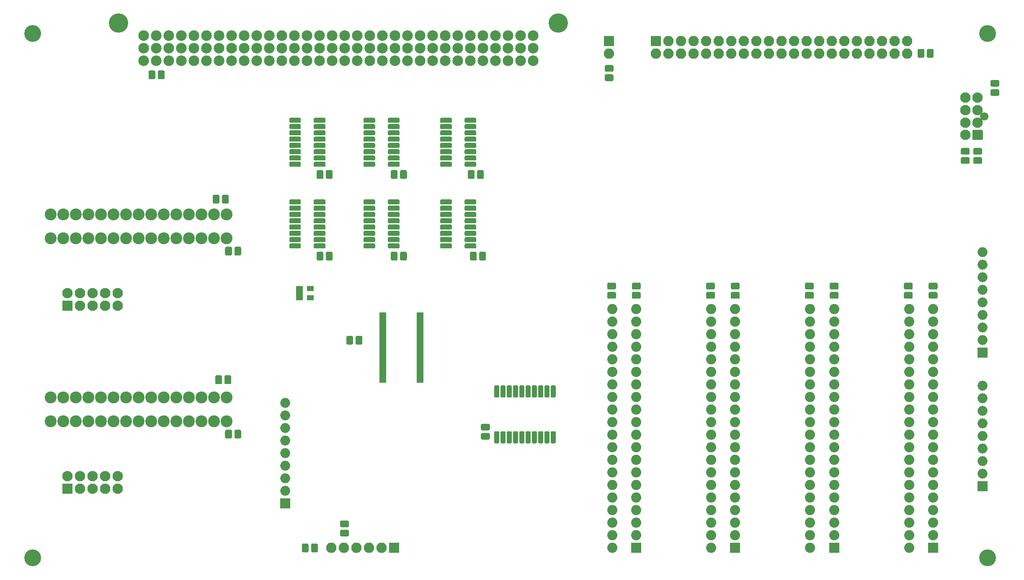
<source format=gbr>
G04 #@! TF.GenerationSoftware,KiCad,Pcbnew,(5.1.2)-1*
G04 #@! TF.CreationDate,2019-08-25T23:11:27+02:00*
G04 #@! TF.ProjectId,Project_GCM,50726f6a-6563-4745-9f47-434d2e6b6963,V4*
G04 #@! TF.SameCoordinates,PX40d9900PY1e84800*
G04 #@! TF.FileFunction,Soldermask,Bot*
G04 #@! TF.FilePolarity,Negative*
%FSLAX46Y46*%
G04 Gerber Fmt 4.6, Leading zero omitted, Abs format (unit mm)*
G04 Created by KiCad (PCBNEW (5.1.2)-1) date 2019-08-25 23:11:27*
%MOMM*%
%LPD*%
G04 APERTURE LIST*
%ADD10C,2.400000*%
%ADD11C,3.400000*%
%ADD12C,2.150000*%
%ADD13C,3.900000*%
%ADD14C,0.100000*%
%ADD15C,1.375000*%
%ADD16C,2.100000*%
%ADD17C,1.700000*%
%ADD18R,2.050000X2.050000*%
%ADD19C,2.050000*%
%ADD20R,2.100000X2.100000*%
%ADD21O,2.100000X2.100000*%
%ADD22R,2.000000X2.000000*%
%ADD23O,2.000000X2.000000*%
%ADD24C,1.000000*%
%ADD25R,1.460000X1.050000*%
%ADD26R,1.400000X0.685000*%
G04 APERTURE END LIST*
D10*
X44190000Y-83400000D03*
X44190000Y-78540000D03*
X41650000Y-83400000D03*
X41650000Y-78540000D03*
X39110000Y-83400000D03*
X39110000Y-78540000D03*
X36570000Y-83400000D03*
X36570000Y-78540000D03*
X34030000Y-83400000D03*
X34030000Y-78540000D03*
X31490000Y-83400000D03*
X31490000Y-78540000D03*
X28950000Y-83400000D03*
X28950000Y-78540000D03*
X26410000Y-83400000D03*
X26410000Y-78540000D03*
X23870000Y-83400000D03*
X23870000Y-78540000D03*
X21330000Y-83400000D03*
X21330000Y-78540000D03*
X18790000Y-83400000D03*
X18790000Y-78540000D03*
X16250000Y-83400000D03*
X16250000Y-78540000D03*
X13710000Y-83400000D03*
X13710000Y-78540000D03*
X11170000Y-83400000D03*
X11170000Y-78540000D03*
X8640000Y-83400000D03*
X8630000Y-78540000D03*
X44190000Y-46400000D03*
X44190000Y-41540000D03*
X41650000Y-46400000D03*
X41650000Y-41540000D03*
X39110000Y-46400000D03*
X39110000Y-41540000D03*
X36570000Y-46400000D03*
X36570000Y-41540000D03*
X34030000Y-46400000D03*
X34030000Y-41540000D03*
X31490000Y-46400000D03*
X31490000Y-41540000D03*
X28950000Y-46400000D03*
X28950000Y-41540000D03*
X26410000Y-46400000D03*
X26410000Y-41540000D03*
X23870000Y-46400000D03*
X23870000Y-41540000D03*
X21330000Y-46400000D03*
X21330000Y-41540000D03*
X18790000Y-46400000D03*
X18790000Y-41540000D03*
X16250000Y-46400000D03*
X16250000Y-41540000D03*
X13710000Y-46400000D03*
X13710000Y-41540000D03*
X11170000Y-46400000D03*
X11170000Y-41540000D03*
X8640000Y-46400000D03*
X8630000Y-41540000D03*
D11*
X198000000Y-5000000D03*
X5000000Y-5000000D03*
X5000000Y-111000000D03*
X198000000Y-111000000D03*
D12*
X106140000Y-5460000D03*
X103600000Y-5460000D03*
X101060000Y-5460000D03*
X98520000Y-5460000D03*
X95980000Y-5460000D03*
X93440000Y-5460000D03*
X90900000Y-5460000D03*
X88360000Y-5460000D03*
X85820000Y-5460000D03*
X83280000Y-5460000D03*
X80740000Y-5460000D03*
X78200000Y-5460000D03*
X75660000Y-5460000D03*
X73120000Y-5460000D03*
X70580000Y-5460000D03*
X68040000Y-5460000D03*
X65500000Y-5460000D03*
X62960000Y-5460000D03*
X60420000Y-5460000D03*
X57880000Y-5460000D03*
X55340000Y-5460000D03*
X52800000Y-5460000D03*
X50260000Y-5460000D03*
X47720000Y-5460000D03*
X45180000Y-5460000D03*
X42640000Y-5460000D03*
X40100000Y-5460000D03*
X37560000Y-5460000D03*
X35020000Y-5460000D03*
X32480000Y-5460000D03*
X29940000Y-5460000D03*
X27400000Y-5460000D03*
X106140000Y-8000000D03*
X103600000Y-8000000D03*
X101060000Y-8000000D03*
X98520000Y-8000000D03*
X95980000Y-8000000D03*
X93440000Y-8000000D03*
X90900000Y-8000000D03*
X88360000Y-8000000D03*
X85820000Y-8000000D03*
X83280000Y-8000000D03*
X80740000Y-8000000D03*
X78200000Y-8000000D03*
X75660000Y-8000000D03*
X73120000Y-8000000D03*
X70580000Y-8000000D03*
X68040000Y-8000000D03*
X65500000Y-8000000D03*
X62960000Y-8000000D03*
X60420000Y-8000000D03*
X57880000Y-8000000D03*
X55340000Y-8000000D03*
X52800000Y-8000000D03*
X50260000Y-8000000D03*
X47720000Y-8000000D03*
X45180000Y-8000000D03*
X42640000Y-8000000D03*
X40100000Y-8000000D03*
X37560000Y-8000000D03*
X35020000Y-8000000D03*
X32480000Y-8000000D03*
X29940000Y-8000000D03*
X27400000Y-8000000D03*
X106140000Y-10540000D03*
X103600000Y-10540000D03*
X101060000Y-10540000D03*
X98520000Y-10540000D03*
X95980000Y-10540000D03*
X93440000Y-10540000D03*
X90900000Y-10540000D03*
X88360000Y-10540000D03*
X85820000Y-10540000D03*
X83280000Y-10540000D03*
X80740000Y-10540000D03*
X78200000Y-10540000D03*
X75660000Y-10540000D03*
X73120000Y-10540000D03*
X70580000Y-10540000D03*
X68040000Y-10540000D03*
X65500000Y-10540000D03*
X62960000Y-10540000D03*
X60420000Y-10540000D03*
X57880000Y-10540000D03*
X55340000Y-10540000D03*
X52800000Y-10540000D03*
X50260000Y-10540000D03*
X47720000Y-10540000D03*
X45180000Y-10540000D03*
X42640000Y-10540000D03*
X40100000Y-10540000D03*
X37560000Y-10540000D03*
X35020000Y-10540000D03*
X32480000Y-10540000D03*
X29940000Y-10540000D03*
X27400000Y-10540000D03*
D13*
X111220000Y-2920000D03*
X22320000Y-2920000D03*
D14*
G36*
X196589943Y-28126655D02*
G01*
X196623312Y-28131605D01*
X196656035Y-28139802D01*
X196687797Y-28151166D01*
X196718293Y-28165590D01*
X196747227Y-28182932D01*
X196774323Y-28203028D01*
X196799318Y-28225682D01*
X196821972Y-28250677D01*
X196842068Y-28277773D01*
X196859410Y-28306707D01*
X196873834Y-28337203D01*
X196885198Y-28368965D01*
X196893395Y-28401688D01*
X196898345Y-28435057D01*
X196900000Y-28468750D01*
X196900000Y-29156250D01*
X196898345Y-29189943D01*
X196893395Y-29223312D01*
X196885198Y-29256035D01*
X196873834Y-29287797D01*
X196859410Y-29318293D01*
X196842068Y-29347227D01*
X196821972Y-29374323D01*
X196799318Y-29399318D01*
X196774323Y-29421972D01*
X196747227Y-29442068D01*
X196718293Y-29459410D01*
X196687797Y-29473834D01*
X196656035Y-29485198D01*
X196623312Y-29493395D01*
X196589943Y-29498345D01*
X196556250Y-29500000D01*
X195443750Y-29500000D01*
X195410057Y-29498345D01*
X195376688Y-29493395D01*
X195343965Y-29485198D01*
X195312203Y-29473834D01*
X195281707Y-29459410D01*
X195252773Y-29442068D01*
X195225677Y-29421972D01*
X195200682Y-29399318D01*
X195178028Y-29374323D01*
X195157932Y-29347227D01*
X195140590Y-29318293D01*
X195126166Y-29287797D01*
X195114802Y-29256035D01*
X195106605Y-29223312D01*
X195101655Y-29189943D01*
X195100000Y-29156250D01*
X195100000Y-28468750D01*
X195101655Y-28435057D01*
X195106605Y-28401688D01*
X195114802Y-28368965D01*
X195126166Y-28337203D01*
X195140590Y-28306707D01*
X195157932Y-28277773D01*
X195178028Y-28250677D01*
X195200682Y-28225682D01*
X195225677Y-28203028D01*
X195252773Y-28182932D01*
X195281707Y-28165590D01*
X195312203Y-28151166D01*
X195343965Y-28139802D01*
X195376688Y-28131605D01*
X195410057Y-28126655D01*
X195443750Y-28125000D01*
X196556250Y-28125000D01*
X196589943Y-28126655D01*
X196589943Y-28126655D01*
G37*
D15*
X196000000Y-28812500D03*
D14*
G36*
X196589943Y-30001655D02*
G01*
X196623312Y-30006605D01*
X196656035Y-30014802D01*
X196687797Y-30026166D01*
X196718293Y-30040590D01*
X196747227Y-30057932D01*
X196774323Y-30078028D01*
X196799318Y-30100682D01*
X196821972Y-30125677D01*
X196842068Y-30152773D01*
X196859410Y-30181707D01*
X196873834Y-30212203D01*
X196885198Y-30243965D01*
X196893395Y-30276688D01*
X196898345Y-30310057D01*
X196900000Y-30343750D01*
X196900000Y-31031250D01*
X196898345Y-31064943D01*
X196893395Y-31098312D01*
X196885198Y-31131035D01*
X196873834Y-31162797D01*
X196859410Y-31193293D01*
X196842068Y-31222227D01*
X196821972Y-31249323D01*
X196799318Y-31274318D01*
X196774323Y-31296972D01*
X196747227Y-31317068D01*
X196718293Y-31334410D01*
X196687797Y-31348834D01*
X196656035Y-31360198D01*
X196623312Y-31368395D01*
X196589943Y-31373345D01*
X196556250Y-31375000D01*
X195443750Y-31375000D01*
X195410057Y-31373345D01*
X195376688Y-31368395D01*
X195343965Y-31360198D01*
X195312203Y-31348834D01*
X195281707Y-31334410D01*
X195252773Y-31317068D01*
X195225677Y-31296972D01*
X195200682Y-31274318D01*
X195178028Y-31249323D01*
X195157932Y-31222227D01*
X195140590Y-31193293D01*
X195126166Y-31162797D01*
X195114802Y-31131035D01*
X195106605Y-31098312D01*
X195101655Y-31064943D01*
X195100000Y-31031250D01*
X195100000Y-30343750D01*
X195101655Y-30310057D01*
X195106605Y-30276688D01*
X195114802Y-30243965D01*
X195126166Y-30212203D01*
X195140590Y-30181707D01*
X195157932Y-30152773D01*
X195178028Y-30125677D01*
X195200682Y-30100682D01*
X195225677Y-30078028D01*
X195252773Y-30057932D01*
X195281707Y-30040590D01*
X195312203Y-30026166D01*
X195343965Y-30014802D01*
X195376688Y-30006605D01*
X195410057Y-30001655D01*
X195443750Y-30000000D01*
X196556250Y-30000000D01*
X196589943Y-30001655D01*
X196589943Y-30001655D01*
G37*
D15*
X196000000Y-30687500D03*
D14*
G36*
X200089943Y-16251655D02*
G01*
X200123312Y-16256605D01*
X200156035Y-16264802D01*
X200187797Y-16276166D01*
X200218293Y-16290590D01*
X200247227Y-16307932D01*
X200274323Y-16328028D01*
X200299318Y-16350682D01*
X200321972Y-16375677D01*
X200342068Y-16402773D01*
X200359410Y-16431707D01*
X200373834Y-16462203D01*
X200385198Y-16493965D01*
X200393395Y-16526688D01*
X200398345Y-16560057D01*
X200400000Y-16593750D01*
X200400000Y-17281250D01*
X200398345Y-17314943D01*
X200393395Y-17348312D01*
X200385198Y-17381035D01*
X200373834Y-17412797D01*
X200359410Y-17443293D01*
X200342068Y-17472227D01*
X200321972Y-17499323D01*
X200299318Y-17524318D01*
X200274323Y-17546972D01*
X200247227Y-17567068D01*
X200218293Y-17584410D01*
X200187797Y-17598834D01*
X200156035Y-17610198D01*
X200123312Y-17618395D01*
X200089943Y-17623345D01*
X200056250Y-17625000D01*
X198943750Y-17625000D01*
X198910057Y-17623345D01*
X198876688Y-17618395D01*
X198843965Y-17610198D01*
X198812203Y-17598834D01*
X198781707Y-17584410D01*
X198752773Y-17567068D01*
X198725677Y-17546972D01*
X198700682Y-17524318D01*
X198678028Y-17499323D01*
X198657932Y-17472227D01*
X198640590Y-17443293D01*
X198626166Y-17412797D01*
X198614802Y-17381035D01*
X198606605Y-17348312D01*
X198601655Y-17314943D01*
X198600000Y-17281250D01*
X198600000Y-16593750D01*
X198601655Y-16560057D01*
X198606605Y-16526688D01*
X198614802Y-16493965D01*
X198626166Y-16462203D01*
X198640590Y-16431707D01*
X198657932Y-16402773D01*
X198678028Y-16375677D01*
X198700682Y-16350682D01*
X198725677Y-16328028D01*
X198752773Y-16307932D01*
X198781707Y-16290590D01*
X198812203Y-16276166D01*
X198843965Y-16264802D01*
X198876688Y-16256605D01*
X198910057Y-16251655D01*
X198943750Y-16250000D01*
X200056250Y-16250000D01*
X200089943Y-16251655D01*
X200089943Y-16251655D01*
G37*
D15*
X199500000Y-16937500D03*
D14*
G36*
X200089943Y-14376655D02*
G01*
X200123312Y-14381605D01*
X200156035Y-14389802D01*
X200187797Y-14401166D01*
X200218293Y-14415590D01*
X200247227Y-14432932D01*
X200274323Y-14453028D01*
X200299318Y-14475682D01*
X200321972Y-14500677D01*
X200342068Y-14527773D01*
X200359410Y-14556707D01*
X200373834Y-14587203D01*
X200385198Y-14618965D01*
X200393395Y-14651688D01*
X200398345Y-14685057D01*
X200400000Y-14718750D01*
X200400000Y-15406250D01*
X200398345Y-15439943D01*
X200393395Y-15473312D01*
X200385198Y-15506035D01*
X200373834Y-15537797D01*
X200359410Y-15568293D01*
X200342068Y-15597227D01*
X200321972Y-15624323D01*
X200299318Y-15649318D01*
X200274323Y-15671972D01*
X200247227Y-15692068D01*
X200218293Y-15709410D01*
X200187797Y-15723834D01*
X200156035Y-15735198D01*
X200123312Y-15743395D01*
X200089943Y-15748345D01*
X200056250Y-15750000D01*
X198943750Y-15750000D01*
X198910057Y-15748345D01*
X198876688Y-15743395D01*
X198843965Y-15735198D01*
X198812203Y-15723834D01*
X198781707Y-15709410D01*
X198752773Y-15692068D01*
X198725677Y-15671972D01*
X198700682Y-15649318D01*
X198678028Y-15624323D01*
X198657932Y-15597227D01*
X198640590Y-15568293D01*
X198626166Y-15537797D01*
X198614802Y-15506035D01*
X198606605Y-15473312D01*
X198601655Y-15439943D01*
X198600000Y-15406250D01*
X198600000Y-14718750D01*
X198601655Y-14685057D01*
X198606605Y-14651688D01*
X198614802Y-14618965D01*
X198626166Y-14587203D01*
X198640590Y-14556707D01*
X198657932Y-14527773D01*
X198678028Y-14500677D01*
X198700682Y-14475682D01*
X198725677Y-14453028D01*
X198752773Y-14432932D01*
X198781707Y-14415590D01*
X198812203Y-14401166D01*
X198843965Y-14389802D01*
X198876688Y-14381605D01*
X198910057Y-14376655D01*
X198943750Y-14375000D01*
X200056250Y-14375000D01*
X200089943Y-14376655D01*
X200089943Y-14376655D01*
G37*
D15*
X199500000Y-15062500D03*
D14*
G36*
X194089943Y-30001655D02*
G01*
X194123312Y-30006605D01*
X194156035Y-30014802D01*
X194187797Y-30026166D01*
X194218293Y-30040590D01*
X194247227Y-30057932D01*
X194274323Y-30078028D01*
X194299318Y-30100682D01*
X194321972Y-30125677D01*
X194342068Y-30152773D01*
X194359410Y-30181707D01*
X194373834Y-30212203D01*
X194385198Y-30243965D01*
X194393395Y-30276688D01*
X194398345Y-30310057D01*
X194400000Y-30343750D01*
X194400000Y-31031250D01*
X194398345Y-31064943D01*
X194393395Y-31098312D01*
X194385198Y-31131035D01*
X194373834Y-31162797D01*
X194359410Y-31193293D01*
X194342068Y-31222227D01*
X194321972Y-31249323D01*
X194299318Y-31274318D01*
X194274323Y-31296972D01*
X194247227Y-31317068D01*
X194218293Y-31334410D01*
X194187797Y-31348834D01*
X194156035Y-31360198D01*
X194123312Y-31368395D01*
X194089943Y-31373345D01*
X194056250Y-31375000D01*
X192943750Y-31375000D01*
X192910057Y-31373345D01*
X192876688Y-31368395D01*
X192843965Y-31360198D01*
X192812203Y-31348834D01*
X192781707Y-31334410D01*
X192752773Y-31317068D01*
X192725677Y-31296972D01*
X192700682Y-31274318D01*
X192678028Y-31249323D01*
X192657932Y-31222227D01*
X192640590Y-31193293D01*
X192626166Y-31162797D01*
X192614802Y-31131035D01*
X192606605Y-31098312D01*
X192601655Y-31064943D01*
X192600000Y-31031250D01*
X192600000Y-30343750D01*
X192601655Y-30310057D01*
X192606605Y-30276688D01*
X192614802Y-30243965D01*
X192626166Y-30212203D01*
X192640590Y-30181707D01*
X192657932Y-30152773D01*
X192678028Y-30125677D01*
X192700682Y-30100682D01*
X192725677Y-30078028D01*
X192752773Y-30057932D01*
X192781707Y-30040590D01*
X192812203Y-30026166D01*
X192843965Y-30014802D01*
X192876688Y-30006605D01*
X192910057Y-30001655D01*
X192943750Y-30000000D01*
X194056250Y-30000000D01*
X194089943Y-30001655D01*
X194089943Y-30001655D01*
G37*
D15*
X193500000Y-30687500D03*
D14*
G36*
X194089943Y-28126655D02*
G01*
X194123312Y-28131605D01*
X194156035Y-28139802D01*
X194187797Y-28151166D01*
X194218293Y-28165590D01*
X194247227Y-28182932D01*
X194274323Y-28203028D01*
X194299318Y-28225682D01*
X194321972Y-28250677D01*
X194342068Y-28277773D01*
X194359410Y-28306707D01*
X194373834Y-28337203D01*
X194385198Y-28368965D01*
X194393395Y-28401688D01*
X194398345Y-28435057D01*
X194400000Y-28468750D01*
X194400000Y-29156250D01*
X194398345Y-29189943D01*
X194393395Y-29223312D01*
X194385198Y-29256035D01*
X194373834Y-29287797D01*
X194359410Y-29318293D01*
X194342068Y-29347227D01*
X194321972Y-29374323D01*
X194299318Y-29399318D01*
X194274323Y-29421972D01*
X194247227Y-29442068D01*
X194218293Y-29459410D01*
X194187797Y-29473834D01*
X194156035Y-29485198D01*
X194123312Y-29493395D01*
X194089943Y-29498345D01*
X194056250Y-29500000D01*
X192943750Y-29500000D01*
X192910057Y-29498345D01*
X192876688Y-29493395D01*
X192843965Y-29485198D01*
X192812203Y-29473834D01*
X192781707Y-29459410D01*
X192752773Y-29442068D01*
X192725677Y-29421972D01*
X192700682Y-29399318D01*
X192678028Y-29374323D01*
X192657932Y-29347227D01*
X192640590Y-29318293D01*
X192626166Y-29287797D01*
X192614802Y-29256035D01*
X192606605Y-29223312D01*
X192601655Y-29189943D01*
X192600000Y-29156250D01*
X192600000Y-28468750D01*
X192601655Y-28435057D01*
X192606605Y-28401688D01*
X192614802Y-28368965D01*
X192626166Y-28337203D01*
X192640590Y-28306707D01*
X192657932Y-28277773D01*
X192678028Y-28250677D01*
X192700682Y-28225682D01*
X192725677Y-28203028D01*
X192752773Y-28182932D01*
X192781707Y-28165590D01*
X192812203Y-28151166D01*
X192843965Y-28139802D01*
X192876688Y-28131605D01*
X192910057Y-28126655D01*
X192943750Y-28125000D01*
X194056250Y-28125000D01*
X194089943Y-28126655D01*
X194089943Y-28126655D01*
G37*
D15*
X193500000Y-28812500D03*
D14*
G36*
X97089943Y-85751655D02*
G01*
X97123312Y-85756605D01*
X97156035Y-85764802D01*
X97187797Y-85776166D01*
X97218293Y-85790590D01*
X97247227Y-85807932D01*
X97274323Y-85828028D01*
X97299318Y-85850682D01*
X97321972Y-85875677D01*
X97342068Y-85902773D01*
X97359410Y-85931707D01*
X97373834Y-85962203D01*
X97385198Y-85993965D01*
X97393395Y-86026688D01*
X97398345Y-86060057D01*
X97400000Y-86093750D01*
X97400000Y-86781250D01*
X97398345Y-86814943D01*
X97393395Y-86848312D01*
X97385198Y-86881035D01*
X97373834Y-86912797D01*
X97359410Y-86943293D01*
X97342068Y-86972227D01*
X97321972Y-86999323D01*
X97299318Y-87024318D01*
X97274323Y-87046972D01*
X97247227Y-87067068D01*
X97218293Y-87084410D01*
X97187797Y-87098834D01*
X97156035Y-87110198D01*
X97123312Y-87118395D01*
X97089943Y-87123345D01*
X97056250Y-87125000D01*
X95943750Y-87125000D01*
X95910057Y-87123345D01*
X95876688Y-87118395D01*
X95843965Y-87110198D01*
X95812203Y-87098834D01*
X95781707Y-87084410D01*
X95752773Y-87067068D01*
X95725677Y-87046972D01*
X95700682Y-87024318D01*
X95678028Y-86999323D01*
X95657932Y-86972227D01*
X95640590Y-86943293D01*
X95626166Y-86912797D01*
X95614802Y-86881035D01*
X95606605Y-86848312D01*
X95601655Y-86814943D01*
X95600000Y-86781250D01*
X95600000Y-86093750D01*
X95601655Y-86060057D01*
X95606605Y-86026688D01*
X95614802Y-85993965D01*
X95626166Y-85962203D01*
X95640590Y-85931707D01*
X95657932Y-85902773D01*
X95678028Y-85875677D01*
X95700682Y-85850682D01*
X95725677Y-85828028D01*
X95752773Y-85807932D01*
X95781707Y-85790590D01*
X95812203Y-85776166D01*
X95843965Y-85764802D01*
X95876688Y-85756605D01*
X95910057Y-85751655D01*
X95943750Y-85750000D01*
X97056250Y-85750000D01*
X97089943Y-85751655D01*
X97089943Y-85751655D01*
G37*
D15*
X96500000Y-86437500D03*
D14*
G36*
X97089943Y-83876655D02*
G01*
X97123312Y-83881605D01*
X97156035Y-83889802D01*
X97187797Y-83901166D01*
X97218293Y-83915590D01*
X97247227Y-83932932D01*
X97274323Y-83953028D01*
X97299318Y-83975682D01*
X97321972Y-84000677D01*
X97342068Y-84027773D01*
X97359410Y-84056707D01*
X97373834Y-84087203D01*
X97385198Y-84118965D01*
X97393395Y-84151688D01*
X97398345Y-84185057D01*
X97400000Y-84218750D01*
X97400000Y-84906250D01*
X97398345Y-84939943D01*
X97393395Y-84973312D01*
X97385198Y-85006035D01*
X97373834Y-85037797D01*
X97359410Y-85068293D01*
X97342068Y-85097227D01*
X97321972Y-85124323D01*
X97299318Y-85149318D01*
X97274323Y-85171972D01*
X97247227Y-85192068D01*
X97218293Y-85209410D01*
X97187797Y-85223834D01*
X97156035Y-85235198D01*
X97123312Y-85243395D01*
X97089943Y-85248345D01*
X97056250Y-85250000D01*
X95943750Y-85250000D01*
X95910057Y-85248345D01*
X95876688Y-85243395D01*
X95843965Y-85235198D01*
X95812203Y-85223834D01*
X95781707Y-85209410D01*
X95752773Y-85192068D01*
X95725677Y-85171972D01*
X95700682Y-85149318D01*
X95678028Y-85124323D01*
X95657932Y-85097227D01*
X95640590Y-85068293D01*
X95626166Y-85037797D01*
X95614802Y-85006035D01*
X95606605Y-84973312D01*
X95601655Y-84939943D01*
X95600000Y-84906250D01*
X95600000Y-84218750D01*
X95601655Y-84185057D01*
X95606605Y-84151688D01*
X95614802Y-84118965D01*
X95626166Y-84087203D01*
X95640590Y-84056707D01*
X95657932Y-84027773D01*
X95678028Y-84000677D01*
X95700682Y-83975682D01*
X95725677Y-83953028D01*
X95752773Y-83932932D01*
X95781707Y-83915590D01*
X95812203Y-83901166D01*
X95843965Y-83889802D01*
X95876688Y-83881605D01*
X95910057Y-83876655D01*
X95943750Y-83875000D01*
X97056250Y-83875000D01*
X97089943Y-83876655D01*
X97089943Y-83876655D01*
G37*
D15*
X96500000Y-84562500D03*
D14*
G36*
X29469943Y-12461655D02*
G01*
X29503312Y-12466605D01*
X29536035Y-12474802D01*
X29567797Y-12486166D01*
X29598293Y-12500590D01*
X29627227Y-12517932D01*
X29654323Y-12538028D01*
X29679318Y-12560682D01*
X29701972Y-12585677D01*
X29722068Y-12612773D01*
X29739410Y-12641707D01*
X29753834Y-12672203D01*
X29765198Y-12703965D01*
X29773395Y-12736688D01*
X29778345Y-12770057D01*
X29780000Y-12803750D01*
X29780000Y-13916250D01*
X29778345Y-13949943D01*
X29773395Y-13983312D01*
X29765198Y-14016035D01*
X29753834Y-14047797D01*
X29739410Y-14078293D01*
X29722068Y-14107227D01*
X29701972Y-14134323D01*
X29679318Y-14159318D01*
X29654323Y-14181972D01*
X29627227Y-14202068D01*
X29598293Y-14219410D01*
X29567797Y-14233834D01*
X29536035Y-14245198D01*
X29503312Y-14253395D01*
X29469943Y-14258345D01*
X29436250Y-14260000D01*
X28748750Y-14260000D01*
X28715057Y-14258345D01*
X28681688Y-14253395D01*
X28648965Y-14245198D01*
X28617203Y-14233834D01*
X28586707Y-14219410D01*
X28557773Y-14202068D01*
X28530677Y-14181972D01*
X28505682Y-14159318D01*
X28483028Y-14134323D01*
X28462932Y-14107227D01*
X28445590Y-14078293D01*
X28431166Y-14047797D01*
X28419802Y-14016035D01*
X28411605Y-13983312D01*
X28406655Y-13949943D01*
X28405000Y-13916250D01*
X28405000Y-12803750D01*
X28406655Y-12770057D01*
X28411605Y-12736688D01*
X28419802Y-12703965D01*
X28431166Y-12672203D01*
X28445590Y-12641707D01*
X28462932Y-12612773D01*
X28483028Y-12585677D01*
X28505682Y-12560682D01*
X28530677Y-12538028D01*
X28557773Y-12517932D01*
X28586707Y-12500590D01*
X28617203Y-12486166D01*
X28648965Y-12474802D01*
X28681688Y-12466605D01*
X28715057Y-12461655D01*
X28748750Y-12460000D01*
X29436250Y-12460000D01*
X29469943Y-12461655D01*
X29469943Y-12461655D01*
G37*
D15*
X29092500Y-13360000D03*
D14*
G36*
X31344943Y-12461655D02*
G01*
X31378312Y-12466605D01*
X31411035Y-12474802D01*
X31442797Y-12486166D01*
X31473293Y-12500590D01*
X31502227Y-12517932D01*
X31529323Y-12538028D01*
X31554318Y-12560682D01*
X31576972Y-12585677D01*
X31597068Y-12612773D01*
X31614410Y-12641707D01*
X31628834Y-12672203D01*
X31640198Y-12703965D01*
X31648395Y-12736688D01*
X31653345Y-12770057D01*
X31655000Y-12803750D01*
X31655000Y-13916250D01*
X31653345Y-13949943D01*
X31648395Y-13983312D01*
X31640198Y-14016035D01*
X31628834Y-14047797D01*
X31614410Y-14078293D01*
X31597068Y-14107227D01*
X31576972Y-14134323D01*
X31554318Y-14159318D01*
X31529323Y-14181972D01*
X31502227Y-14202068D01*
X31473293Y-14219410D01*
X31442797Y-14233834D01*
X31411035Y-14245198D01*
X31378312Y-14253395D01*
X31344943Y-14258345D01*
X31311250Y-14260000D01*
X30623750Y-14260000D01*
X30590057Y-14258345D01*
X30556688Y-14253395D01*
X30523965Y-14245198D01*
X30492203Y-14233834D01*
X30461707Y-14219410D01*
X30432773Y-14202068D01*
X30405677Y-14181972D01*
X30380682Y-14159318D01*
X30358028Y-14134323D01*
X30337932Y-14107227D01*
X30320590Y-14078293D01*
X30306166Y-14047797D01*
X30294802Y-14016035D01*
X30286605Y-13983312D01*
X30281655Y-13949943D01*
X30280000Y-13916250D01*
X30280000Y-12803750D01*
X30281655Y-12770057D01*
X30286605Y-12736688D01*
X30294802Y-12703965D01*
X30306166Y-12672203D01*
X30320590Y-12641707D01*
X30337932Y-12612773D01*
X30358028Y-12585677D01*
X30380682Y-12560682D01*
X30405677Y-12538028D01*
X30432773Y-12517932D01*
X30461707Y-12500590D01*
X30492203Y-12486166D01*
X30523965Y-12474802D01*
X30556688Y-12466605D01*
X30590057Y-12461655D01*
X30623750Y-12460000D01*
X31311250Y-12460000D01*
X31344943Y-12461655D01*
X31344943Y-12461655D01*
G37*
D15*
X30967500Y-13360000D03*
D14*
G36*
X60439943Y-108101655D02*
G01*
X60473312Y-108106605D01*
X60506035Y-108114802D01*
X60537797Y-108126166D01*
X60568293Y-108140590D01*
X60597227Y-108157932D01*
X60624323Y-108178028D01*
X60649318Y-108200682D01*
X60671972Y-108225677D01*
X60692068Y-108252773D01*
X60709410Y-108281707D01*
X60723834Y-108312203D01*
X60735198Y-108343965D01*
X60743395Y-108376688D01*
X60748345Y-108410057D01*
X60750000Y-108443750D01*
X60750000Y-109556250D01*
X60748345Y-109589943D01*
X60743395Y-109623312D01*
X60735198Y-109656035D01*
X60723834Y-109687797D01*
X60709410Y-109718293D01*
X60692068Y-109747227D01*
X60671972Y-109774323D01*
X60649318Y-109799318D01*
X60624323Y-109821972D01*
X60597227Y-109842068D01*
X60568293Y-109859410D01*
X60537797Y-109873834D01*
X60506035Y-109885198D01*
X60473312Y-109893395D01*
X60439943Y-109898345D01*
X60406250Y-109900000D01*
X59718750Y-109900000D01*
X59685057Y-109898345D01*
X59651688Y-109893395D01*
X59618965Y-109885198D01*
X59587203Y-109873834D01*
X59556707Y-109859410D01*
X59527773Y-109842068D01*
X59500677Y-109821972D01*
X59475682Y-109799318D01*
X59453028Y-109774323D01*
X59432932Y-109747227D01*
X59415590Y-109718293D01*
X59401166Y-109687797D01*
X59389802Y-109656035D01*
X59381605Y-109623312D01*
X59376655Y-109589943D01*
X59375000Y-109556250D01*
X59375000Y-108443750D01*
X59376655Y-108410057D01*
X59381605Y-108376688D01*
X59389802Y-108343965D01*
X59401166Y-108312203D01*
X59415590Y-108281707D01*
X59432932Y-108252773D01*
X59453028Y-108225677D01*
X59475682Y-108200682D01*
X59500677Y-108178028D01*
X59527773Y-108157932D01*
X59556707Y-108140590D01*
X59587203Y-108126166D01*
X59618965Y-108114802D01*
X59651688Y-108106605D01*
X59685057Y-108101655D01*
X59718750Y-108100000D01*
X60406250Y-108100000D01*
X60439943Y-108101655D01*
X60439943Y-108101655D01*
G37*
D15*
X60062500Y-109000000D03*
D14*
G36*
X62314943Y-108101655D02*
G01*
X62348312Y-108106605D01*
X62381035Y-108114802D01*
X62412797Y-108126166D01*
X62443293Y-108140590D01*
X62472227Y-108157932D01*
X62499323Y-108178028D01*
X62524318Y-108200682D01*
X62546972Y-108225677D01*
X62567068Y-108252773D01*
X62584410Y-108281707D01*
X62598834Y-108312203D01*
X62610198Y-108343965D01*
X62618395Y-108376688D01*
X62623345Y-108410057D01*
X62625000Y-108443750D01*
X62625000Y-109556250D01*
X62623345Y-109589943D01*
X62618395Y-109623312D01*
X62610198Y-109656035D01*
X62598834Y-109687797D01*
X62584410Y-109718293D01*
X62567068Y-109747227D01*
X62546972Y-109774323D01*
X62524318Y-109799318D01*
X62499323Y-109821972D01*
X62472227Y-109842068D01*
X62443293Y-109859410D01*
X62412797Y-109873834D01*
X62381035Y-109885198D01*
X62348312Y-109893395D01*
X62314943Y-109898345D01*
X62281250Y-109900000D01*
X61593750Y-109900000D01*
X61560057Y-109898345D01*
X61526688Y-109893395D01*
X61493965Y-109885198D01*
X61462203Y-109873834D01*
X61431707Y-109859410D01*
X61402773Y-109842068D01*
X61375677Y-109821972D01*
X61350682Y-109799318D01*
X61328028Y-109774323D01*
X61307932Y-109747227D01*
X61290590Y-109718293D01*
X61276166Y-109687797D01*
X61264802Y-109656035D01*
X61256605Y-109623312D01*
X61251655Y-109589943D01*
X61250000Y-109556250D01*
X61250000Y-108443750D01*
X61251655Y-108410057D01*
X61256605Y-108376688D01*
X61264802Y-108343965D01*
X61276166Y-108312203D01*
X61290590Y-108281707D01*
X61307932Y-108252773D01*
X61328028Y-108225677D01*
X61350682Y-108200682D01*
X61375677Y-108178028D01*
X61402773Y-108157932D01*
X61431707Y-108140590D01*
X61462203Y-108126166D01*
X61493965Y-108114802D01*
X61526688Y-108106605D01*
X61560057Y-108101655D01*
X61593750Y-108100000D01*
X62281250Y-108100000D01*
X62314943Y-108101655D01*
X62314943Y-108101655D01*
G37*
D15*
X61937500Y-109000000D03*
D14*
G36*
X184939943Y-8101655D02*
G01*
X184973312Y-8106605D01*
X185006035Y-8114802D01*
X185037797Y-8126166D01*
X185068293Y-8140590D01*
X185097227Y-8157932D01*
X185124323Y-8178028D01*
X185149318Y-8200682D01*
X185171972Y-8225677D01*
X185192068Y-8252773D01*
X185209410Y-8281707D01*
X185223834Y-8312203D01*
X185235198Y-8343965D01*
X185243395Y-8376688D01*
X185248345Y-8410057D01*
X185250000Y-8443750D01*
X185250000Y-9556250D01*
X185248345Y-9589943D01*
X185243395Y-9623312D01*
X185235198Y-9656035D01*
X185223834Y-9687797D01*
X185209410Y-9718293D01*
X185192068Y-9747227D01*
X185171972Y-9774323D01*
X185149318Y-9799318D01*
X185124323Y-9821972D01*
X185097227Y-9842068D01*
X185068293Y-9859410D01*
X185037797Y-9873834D01*
X185006035Y-9885198D01*
X184973312Y-9893395D01*
X184939943Y-9898345D01*
X184906250Y-9900000D01*
X184218750Y-9900000D01*
X184185057Y-9898345D01*
X184151688Y-9893395D01*
X184118965Y-9885198D01*
X184087203Y-9873834D01*
X184056707Y-9859410D01*
X184027773Y-9842068D01*
X184000677Y-9821972D01*
X183975682Y-9799318D01*
X183953028Y-9774323D01*
X183932932Y-9747227D01*
X183915590Y-9718293D01*
X183901166Y-9687797D01*
X183889802Y-9656035D01*
X183881605Y-9623312D01*
X183876655Y-9589943D01*
X183875000Y-9556250D01*
X183875000Y-8443750D01*
X183876655Y-8410057D01*
X183881605Y-8376688D01*
X183889802Y-8343965D01*
X183901166Y-8312203D01*
X183915590Y-8281707D01*
X183932932Y-8252773D01*
X183953028Y-8225677D01*
X183975682Y-8200682D01*
X184000677Y-8178028D01*
X184027773Y-8157932D01*
X184056707Y-8140590D01*
X184087203Y-8126166D01*
X184118965Y-8114802D01*
X184151688Y-8106605D01*
X184185057Y-8101655D01*
X184218750Y-8100000D01*
X184906250Y-8100000D01*
X184939943Y-8101655D01*
X184939943Y-8101655D01*
G37*
D15*
X184562500Y-9000000D03*
D14*
G36*
X186814943Y-8101655D02*
G01*
X186848312Y-8106605D01*
X186881035Y-8114802D01*
X186912797Y-8126166D01*
X186943293Y-8140590D01*
X186972227Y-8157932D01*
X186999323Y-8178028D01*
X187024318Y-8200682D01*
X187046972Y-8225677D01*
X187067068Y-8252773D01*
X187084410Y-8281707D01*
X187098834Y-8312203D01*
X187110198Y-8343965D01*
X187118395Y-8376688D01*
X187123345Y-8410057D01*
X187125000Y-8443750D01*
X187125000Y-9556250D01*
X187123345Y-9589943D01*
X187118395Y-9623312D01*
X187110198Y-9656035D01*
X187098834Y-9687797D01*
X187084410Y-9718293D01*
X187067068Y-9747227D01*
X187046972Y-9774323D01*
X187024318Y-9799318D01*
X186999323Y-9821972D01*
X186972227Y-9842068D01*
X186943293Y-9859410D01*
X186912797Y-9873834D01*
X186881035Y-9885198D01*
X186848312Y-9893395D01*
X186814943Y-9898345D01*
X186781250Y-9900000D01*
X186093750Y-9900000D01*
X186060057Y-9898345D01*
X186026688Y-9893395D01*
X185993965Y-9885198D01*
X185962203Y-9873834D01*
X185931707Y-9859410D01*
X185902773Y-9842068D01*
X185875677Y-9821972D01*
X185850682Y-9799318D01*
X185828028Y-9774323D01*
X185807932Y-9747227D01*
X185790590Y-9718293D01*
X185776166Y-9687797D01*
X185764802Y-9656035D01*
X185756605Y-9623312D01*
X185751655Y-9589943D01*
X185750000Y-9556250D01*
X185750000Y-8443750D01*
X185751655Y-8410057D01*
X185756605Y-8376688D01*
X185764802Y-8343965D01*
X185776166Y-8312203D01*
X185790590Y-8281707D01*
X185807932Y-8252773D01*
X185828028Y-8225677D01*
X185850682Y-8200682D01*
X185875677Y-8178028D01*
X185902773Y-8157932D01*
X185931707Y-8140590D01*
X185962203Y-8126166D01*
X185993965Y-8114802D01*
X186026688Y-8106605D01*
X186060057Y-8101655D01*
X186093750Y-8100000D01*
X186781250Y-8100000D01*
X186814943Y-8101655D01*
X186814943Y-8101655D01*
G37*
D15*
X186437500Y-9000000D03*
D14*
G36*
X65314943Y-32601655D02*
G01*
X65348312Y-32606605D01*
X65381035Y-32614802D01*
X65412797Y-32626166D01*
X65443293Y-32640590D01*
X65472227Y-32657932D01*
X65499323Y-32678028D01*
X65524318Y-32700682D01*
X65546972Y-32725677D01*
X65567068Y-32752773D01*
X65584410Y-32781707D01*
X65598834Y-32812203D01*
X65610198Y-32843965D01*
X65618395Y-32876688D01*
X65623345Y-32910057D01*
X65625000Y-32943750D01*
X65625000Y-34056250D01*
X65623345Y-34089943D01*
X65618395Y-34123312D01*
X65610198Y-34156035D01*
X65598834Y-34187797D01*
X65584410Y-34218293D01*
X65567068Y-34247227D01*
X65546972Y-34274323D01*
X65524318Y-34299318D01*
X65499323Y-34321972D01*
X65472227Y-34342068D01*
X65443293Y-34359410D01*
X65412797Y-34373834D01*
X65381035Y-34385198D01*
X65348312Y-34393395D01*
X65314943Y-34398345D01*
X65281250Y-34400000D01*
X64593750Y-34400000D01*
X64560057Y-34398345D01*
X64526688Y-34393395D01*
X64493965Y-34385198D01*
X64462203Y-34373834D01*
X64431707Y-34359410D01*
X64402773Y-34342068D01*
X64375677Y-34321972D01*
X64350682Y-34299318D01*
X64328028Y-34274323D01*
X64307932Y-34247227D01*
X64290590Y-34218293D01*
X64276166Y-34187797D01*
X64264802Y-34156035D01*
X64256605Y-34123312D01*
X64251655Y-34089943D01*
X64250000Y-34056250D01*
X64250000Y-32943750D01*
X64251655Y-32910057D01*
X64256605Y-32876688D01*
X64264802Y-32843965D01*
X64276166Y-32812203D01*
X64290590Y-32781707D01*
X64307932Y-32752773D01*
X64328028Y-32725677D01*
X64350682Y-32700682D01*
X64375677Y-32678028D01*
X64402773Y-32657932D01*
X64431707Y-32640590D01*
X64462203Y-32626166D01*
X64493965Y-32614802D01*
X64526688Y-32606605D01*
X64560057Y-32601655D01*
X64593750Y-32600000D01*
X65281250Y-32600000D01*
X65314943Y-32601655D01*
X65314943Y-32601655D01*
G37*
D15*
X64937500Y-33500000D03*
D14*
G36*
X63439943Y-32601655D02*
G01*
X63473312Y-32606605D01*
X63506035Y-32614802D01*
X63537797Y-32626166D01*
X63568293Y-32640590D01*
X63597227Y-32657932D01*
X63624323Y-32678028D01*
X63649318Y-32700682D01*
X63671972Y-32725677D01*
X63692068Y-32752773D01*
X63709410Y-32781707D01*
X63723834Y-32812203D01*
X63735198Y-32843965D01*
X63743395Y-32876688D01*
X63748345Y-32910057D01*
X63750000Y-32943750D01*
X63750000Y-34056250D01*
X63748345Y-34089943D01*
X63743395Y-34123312D01*
X63735198Y-34156035D01*
X63723834Y-34187797D01*
X63709410Y-34218293D01*
X63692068Y-34247227D01*
X63671972Y-34274323D01*
X63649318Y-34299318D01*
X63624323Y-34321972D01*
X63597227Y-34342068D01*
X63568293Y-34359410D01*
X63537797Y-34373834D01*
X63506035Y-34385198D01*
X63473312Y-34393395D01*
X63439943Y-34398345D01*
X63406250Y-34400000D01*
X62718750Y-34400000D01*
X62685057Y-34398345D01*
X62651688Y-34393395D01*
X62618965Y-34385198D01*
X62587203Y-34373834D01*
X62556707Y-34359410D01*
X62527773Y-34342068D01*
X62500677Y-34321972D01*
X62475682Y-34299318D01*
X62453028Y-34274323D01*
X62432932Y-34247227D01*
X62415590Y-34218293D01*
X62401166Y-34187797D01*
X62389802Y-34156035D01*
X62381605Y-34123312D01*
X62376655Y-34089943D01*
X62375000Y-34056250D01*
X62375000Y-32943750D01*
X62376655Y-32910057D01*
X62381605Y-32876688D01*
X62389802Y-32843965D01*
X62401166Y-32812203D01*
X62415590Y-32781707D01*
X62432932Y-32752773D01*
X62453028Y-32725677D01*
X62475682Y-32700682D01*
X62500677Y-32678028D01*
X62527773Y-32657932D01*
X62556707Y-32640590D01*
X62587203Y-32626166D01*
X62618965Y-32614802D01*
X62651688Y-32606605D01*
X62685057Y-32601655D01*
X62718750Y-32600000D01*
X63406250Y-32600000D01*
X63439943Y-32601655D01*
X63439943Y-32601655D01*
G37*
D15*
X63062500Y-33500000D03*
D14*
G36*
X78439943Y-32601655D02*
G01*
X78473312Y-32606605D01*
X78506035Y-32614802D01*
X78537797Y-32626166D01*
X78568293Y-32640590D01*
X78597227Y-32657932D01*
X78624323Y-32678028D01*
X78649318Y-32700682D01*
X78671972Y-32725677D01*
X78692068Y-32752773D01*
X78709410Y-32781707D01*
X78723834Y-32812203D01*
X78735198Y-32843965D01*
X78743395Y-32876688D01*
X78748345Y-32910057D01*
X78750000Y-32943750D01*
X78750000Y-34056250D01*
X78748345Y-34089943D01*
X78743395Y-34123312D01*
X78735198Y-34156035D01*
X78723834Y-34187797D01*
X78709410Y-34218293D01*
X78692068Y-34247227D01*
X78671972Y-34274323D01*
X78649318Y-34299318D01*
X78624323Y-34321972D01*
X78597227Y-34342068D01*
X78568293Y-34359410D01*
X78537797Y-34373834D01*
X78506035Y-34385198D01*
X78473312Y-34393395D01*
X78439943Y-34398345D01*
X78406250Y-34400000D01*
X77718750Y-34400000D01*
X77685057Y-34398345D01*
X77651688Y-34393395D01*
X77618965Y-34385198D01*
X77587203Y-34373834D01*
X77556707Y-34359410D01*
X77527773Y-34342068D01*
X77500677Y-34321972D01*
X77475682Y-34299318D01*
X77453028Y-34274323D01*
X77432932Y-34247227D01*
X77415590Y-34218293D01*
X77401166Y-34187797D01*
X77389802Y-34156035D01*
X77381605Y-34123312D01*
X77376655Y-34089943D01*
X77375000Y-34056250D01*
X77375000Y-32943750D01*
X77376655Y-32910057D01*
X77381605Y-32876688D01*
X77389802Y-32843965D01*
X77401166Y-32812203D01*
X77415590Y-32781707D01*
X77432932Y-32752773D01*
X77453028Y-32725677D01*
X77475682Y-32700682D01*
X77500677Y-32678028D01*
X77527773Y-32657932D01*
X77556707Y-32640590D01*
X77587203Y-32626166D01*
X77618965Y-32614802D01*
X77651688Y-32606605D01*
X77685057Y-32601655D01*
X77718750Y-32600000D01*
X78406250Y-32600000D01*
X78439943Y-32601655D01*
X78439943Y-32601655D01*
G37*
D15*
X78062500Y-33500000D03*
D14*
G36*
X80314943Y-32601655D02*
G01*
X80348312Y-32606605D01*
X80381035Y-32614802D01*
X80412797Y-32626166D01*
X80443293Y-32640590D01*
X80472227Y-32657932D01*
X80499323Y-32678028D01*
X80524318Y-32700682D01*
X80546972Y-32725677D01*
X80567068Y-32752773D01*
X80584410Y-32781707D01*
X80598834Y-32812203D01*
X80610198Y-32843965D01*
X80618395Y-32876688D01*
X80623345Y-32910057D01*
X80625000Y-32943750D01*
X80625000Y-34056250D01*
X80623345Y-34089943D01*
X80618395Y-34123312D01*
X80610198Y-34156035D01*
X80598834Y-34187797D01*
X80584410Y-34218293D01*
X80567068Y-34247227D01*
X80546972Y-34274323D01*
X80524318Y-34299318D01*
X80499323Y-34321972D01*
X80472227Y-34342068D01*
X80443293Y-34359410D01*
X80412797Y-34373834D01*
X80381035Y-34385198D01*
X80348312Y-34393395D01*
X80314943Y-34398345D01*
X80281250Y-34400000D01*
X79593750Y-34400000D01*
X79560057Y-34398345D01*
X79526688Y-34393395D01*
X79493965Y-34385198D01*
X79462203Y-34373834D01*
X79431707Y-34359410D01*
X79402773Y-34342068D01*
X79375677Y-34321972D01*
X79350682Y-34299318D01*
X79328028Y-34274323D01*
X79307932Y-34247227D01*
X79290590Y-34218293D01*
X79276166Y-34187797D01*
X79264802Y-34156035D01*
X79256605Y-34123312D01*
X79251655Y-34089943D01*
X79250000Y-34056250D01*
X79250000Y-32943750D01*
X79251655Y-32910057D01*
X79256605Y-32876688D01*
X79264802Y-32843965D01*
X79276166Y-32812203D01*
X79290590Y-32781707D01*
X79307932Y-32752773D01*
X79328028Y-32725677D01*
X79350682Y-32700682D01*
X79375677Y-32678028D01*
X79402773Y-32657932D01*
X79431707Y-32640590D01*
X79462203Y-32626166D01*
X79493965Y-32614802D01*
X79526688Y-32606605D01*
X79560057Y-32601655D01*
X79593750Y-32600000D01*
X80281250Y-32600000D01*
X80314943Y-32601655D01*
X80314943Y-32601655D01*
G37*
D15*
X79937500Y-33500000D03*
D14*
G36*
X95876943Y-32601655D02*
G01*
X95910312Y-32606605D01*
X95943035Y-32614802D01*
X95974797Y-32626166D01*
X96005293Y-32640590D01*
X96034227Y-32657932D01*
X96061323Y-32678028D01*
X96086318Y-32700682D01*
X96108972Y-32725677D01*
X96129068Y-32752773D01*
X96146410Y-32781707D01*
X96160834Y-32812203D01*
X96172198Y-32843965D01*
X96180395Y-32876688D01*
X96185345Y-32910057D01*
X96187000Y-32943750D01*
X96187000Y-34056250D01*
X96185345Y-34089943D01*
X96180395Y-34123312D01*
X96172198Y-34156035D01*
X96160834Y-34187797D01*
X96146410Y-34218293D01*
X96129068Y-34247227D01*
X96108972Y-34274323D01*
X96086318Y-34299318D01*
X96061323Y-34321972D01*
X96034227Y-34342068D01*
X96005293Y-34359410D01*
X95974797Y-34373834D01*
X95943035Y-34385198D01*
X95910312Y-34393395D01*
X95876943Y-34398345D01*
X95843250Y-34400000D01*
X95155750Y-34400000D01*
X95122057Y-34398345D01*
X95088688Y-34393395D01*
X95055965Y-34385198D01*
X95024203Y-34373834D01*
X94993707Y-34359410D01*
X94964773Y-34342068D01*
X94937677Y-34321972D01*
X94912682Y-34299318D01*
X94890028Y-34274323D01*
X94869932Y-34247227D01*
X94852590Y-34218293D01*
X94838166Y-34187797D01*
X94826802Y-34156035D01*
X94818605Y-34123312D01*
X94813655Y-34089943D01*
X94812000Y-34056250D01*
X94812000Y-32943750D01*
X94813655Y-32910057D01*
X94818605Y-32876688D01*
X94826802Y-32843965D01*
X94838166Y-32812203D01*
X94852590Y-32781707D01*
X94869932Y-32752773D01*
X94890028Y-32725677D01*
X94912682Y-32700682D01*
X94937677Y-32678028D01*
X94964773Y-32657932D01*
X94993707Y-32640590D01*
X95024203Y-32626166D01*
X95055965Y-32614802D01*
X95088688Y-32606605D01*
X95122057Y-32601655D01*
X95155750Y-32600000D01*
X95843250Y-32600000D01*
X95876943Y-32601655D01*
X95876943Y-32601655D01*
G37*
D15*
X95499500Y-33500000D03*
D14*
G36*
X94001943Y-32601655D02*
G01*
X94035312Y-32606605D01*
X94068035Y-32614802D01*
X94099797Y-32626166D01*
X94130293Y-32640590D01*
X94159227Y-32657932D01*
X94186323Y-32678028D01*
X94211318Y-32700682D01*
X94233972Y-32725677D01*
X94254068Y-32752773D01*
X94271410Y-32781707D01*
X94285834Y-32812203D01*
X94297198Y-32843965D01*
X94305395Y-32876688D01*
X94310345Y-32910057D01*
X94312000Y-32943750D01*
X94312000Y-34056250D01*
X94310345Y-34089943D01*
X94305395Y-34123312D01*
X94297198Y-34156035D01*
X94285834Y-34187797D01*
X94271410Y-34218293D01*
X94254068Y-34247227D01*
X94233972Y-34274323D01*
X94211318Y-34299318D01*
X94186323Y-34321972D01*
X94159227Y-34342068D01*
X94130293Y-34359410D01*
X94099797Y-34373834D01*
X94068035Y-34385198D01*
X94035312Y-34393395D01*
X94001943Y-34398345D01*
X93968250Y-34400000D01*
X93280750Y-34400000D01*
X93247057Y-34398345D01*
X93213688Y-34393395D01*
X93180965Y-34385198D01*
X93149203Y-34373834D01*
X93118707Y-34359410D01*
X93089773Y-34342068D01*
X93062677Y-34321972D01*
X93037682Y-34299318D01*
X93015028Y-34274323D01*
X92994932Y-34247227D01*
X92977590Y-34218293D01*
X92963166Y-34187797D01*
X92951802Y-34156035D01*
X92943605Y-34123312D01*
X92938655Y-34089943D01*
X92937000Y-34056250D01*
X92937000Y-32943750D01*
X92938655Y-32910057D01*
X92943605Y-32876688D01*
X92951802Y-32843965D01*
X92963166Y-32812203D01*
X92977590Y-32781707D01*
X92994932Y-32752773D01*
X93015028Y-32725677D01*
X93037682Y-32700682D01*
X93062677Y-32678028D01*
X93089773Y-32657932D01*
X93118707Y-32640590D01*
X93149203Y-32626166D01*
X93180965Y-32614802D01*
X93213688Y-32606605D01*
X93247057Y-32601655D01*
X93280750Y-32600000D01*
X93968250Y-32600000D01*
X94001943Y-32601655D01*
X94001943Y-32601655D01*
G37*
D15*
X93624500Y-33500000D03*
D14*
G36*
X78439943Y-49101655D02*
G01*
X78473312Y-49106605D01*
X78506035Y-49114802D01*
X78537797Y-49126166D01*
X78568293Y-49140590D01*
X78597227Y-49157932D01*
X78624323Y-49178028D01*
X78649318Y-49200682D01*
X78671972Y-49225677D01*
X78692068Y-49252773D01*
X78709410Y-49281707D01*
X78723834Y-49312203D01*
X78735198Y-49343965D01*
X78743395Y-49376688D01*
X78748345Y-49410057D01*
X78750000Y-49443750D01*
X78750000Y-50556250D01*
X78748345Y-50589943D01*
X78743395Y-50623312D01*
X78735198Y-50656035D01*
X78723834Y-50687797D01*
X78709410Y-50718293D01*
X78692068Y-50747227D01*
X78671972Y-50774323D01*
X78649318Y-50799318D01*
X78624323Y-50821972D01*
X78597227Y-50842068D01*
X78568293Y-50859410D01*
X78537797Y-50873834D01*
X78506035Y-50885198D01*
X78473312Y-50893395D01*
X78439943Y-50898345D01*
X78406250Y-50900000D01*
X77718750Y-50900000D01*
X77685057Y-50898345D01*
X77651688Y-50893395D01*
X77618965Y-50885198D01*
X77587203Y-50873834D01*
X77556707Y-50859410D01*
X77527773Y-50842068D01*
X77500677Y-50821972D01*
X77475682Y-50799318D01*
X77453028Y-50774323D01*
X77432932Y-50747227D01*
X77415590Y-50718293D01*
X77401166Y-50687797D01*
X77389802Y-50656035D01*
X77381605Y-50623312D01*
X77376655Y-50589943D01*
X77375000Y-50556250D01*
X77375000Y-49443750D01*
X77376655Y-49410057D01*
X77381605Y-49376688D01*
X77389802Y-49343965D01*
X77401166Y-49312203D01*
X77415590Y-49281707D01*
X77432932Y-49252773D01*
X77453028Y-49225677D01*
X77475682Y-49200682D01*
X77500677Y-49178028D01*
X77527773Y-49157932D01*
X77556707Y-49140590D01*
X77587203Y-49126166D01*
X77618965Y-49114802D01*
X77651688Y-49106605D01*
X77685057Y-49101655D01*
X77718750Y-49100000D01*
X78406250Y-49100000D01*
X78439943Y-49101655D01*
X78439943Y-49101655D01*
G37*
D15*
X78062500Y-50000000D03*
D14*
G36*
X80314943Y-49101655D02*
G01*
X80348312Y-49106605D01*
X80381035Y-49114802D01*
X80412797Y-49126166D01*
X80443293Y-49140590D01*
X80472227Y-49157932D01*
X80499323Y-49178028D01*
X80524318Y-49200682D01*
X80546972Y-49225677D01*
X80567068Y-49252773D01*
X80584410Y-49281707D01*
X80598834Y-49312203D01*
X80610198Y-49343965D01*
X80618395Y-49376688D01*
X80623345Y-49410057D01*
X80625000Y-49443750D01*
X80625000Y-50556250D01*
X80623345Y-50589943D01*
X80618395Y-50623312D01*
X80610198Y-50656035D01*
X80598834Y-50687797D01*
X80584410Y-50718293D01*
X80567068Y-50747227D01*
X80546972Y-50774323D01*
X80524318Y-50799318D01*
X80499323Y-50821972D01*
X80472227Y-50842068D01*
X80443293Y-50859410D01*
X80412797Y-50873834D01*
X80381035Y-50885198D01*
X80348312Y-50893395D01*
X80314943Y-50898345D01*
X80281250Y-50900000D01*
X79593750Y-50900000D01*
X79560057Y-50898345D01*
X79526688Y-50893395D01*
X79493965Y-50885198D01*
X79462203Y-50873834D01*
X79431707Y-50859410D01*
X79402773Y-50842068D01*
X79375677Y-50821972D01*
X79350682Y-50799318D01*
X79328028Y-50774323D01*
X79307932Y-50747227D01*
X79290590Y-50718293D01*
X79276166Y-50687797D01*
X79264802Y-50656035D01*
X79256605Y-50623312D01*
X79251655Y-50589943D01*
X79250000Y-50556250D01*
X79250000Y-49443750D01*
X79251655Y-49410057D01*
X79256605Y-49376688D01*
X79264802Y-49343965D01*
X79276166Y-49312203D01*
X79290590Y-49281707D01*
X79307932Y-49252773D01*
X79328028Y-49225677D01*
X79350682Y-49200682D01*
X79375677Y-49178028D01*
X79402773Y-49157932D01*
X79431707Y-49140590D01*
X79462203Y-49126166D01*
X79493965Y-49114802D01*
X79526688Y-49106605D01*
X79560057Y-49101655D01*
X79593750Y-49100000D01*
X80281250Y-49100000D01*
X80314943Y-49101655D01*
X80314943Y-49101655D01*
G37*
D15*
X79937500Y-50000000D03*
D14*
G36*
X65314943Y-49101655D02*
G01*
X65348312Y-49106605D01*
X65381035Y-49114802D01*
X65412797Y-49126166D01*
X65443293Y-49140590D01*
X65472227Y-49157932D01*
X65499323Y-49178028D01*
X65524318Y-49200682D01*
X65546972Y-49225677D01*
X65567068Y-49252773D01*
X65584410Y-49281707D01*
X65598834Y-49312203D01*
X65610198Y-49343965D01*
X65618395Y-49376688D01*
X65623345Y-49410057D01*
X65625000Y-49443750D01*
X65625000Y-50556250D01*
X65623345Y-50589943D01*
X65618395Y-50623312D01*
X65610198Y-50656035D01*
X65598834Y-50687797D01*
X65584410Y-50718293D01*
X65567068Y-50747227D01*
X65546972Y-50774323D01*
X65524318Y-50799318D01*
X65499323Y-50821972D01*
X65472227Y-50842068D01*
X65443293Y-50859410D01*
X65412797Y-50873834D01*
X65381035Y-50885198D01*
X65348312Y-50893395D01*
X65314943Y-50898345D01*
X65281250Y-50900000D01*
X64593750Y-50900000D01*
X64560057Y-50898345D01*
X64526688Y-50893395D01*
X64493965Y-50885198D01*
X64462203Y-50873834D01*
X64431707Y-50859410D01*
X64402773Y-50842068D01*
X64375677Y-50821972D01*
X64350682Y-50799318D01*
X64328028Y-50774323D01*
X64307932Y-50747227D01*
X64290590Y-50718293D01*
X64276166Y-50687797D01*
X64264802Y-50656035D01*
X64256605Y-50623312D01*
X64251655Y-50589943D01*
X64250000Y-50556250D01*
X64250000Y-49443750D01*
X64251655Y-49410057D01*
X64256605Y-49376688D01*
X64264802Y-49343965D01*
X64276166Y-49312203D01*
X64290590Y-49281707D01*
X64307932Y-49252773D01*
X64328028Y-49225677D01*
X64350682Y-49200682D01*
X64375677Y-49178028D01*
X64402773Y-49157932D01*
X64431707Y-49140590D01*
X64462203Y-49126166D01*
X64493965Y-49114802D01*
X64526688Y-49106605D01*
X64560057Y-49101655D01*
X64593750Y-49100000D01*
X65281250Y-49100000D01*
X65314943Y-49101655D01*
X65314943Y-49101655D01*
G37*
D15*
X64937500Y-50000000D03*
D14*
G36*
X63439943Y-49101655D02*
G01*
X63473312Y-49106605D01*
X63506035Y-49114802D01*
X63537797Y-49126166D01*
X63568293Y-49140590D01*
X63597227Y-49157932D01*
X63624323Y-49178028D01*
X63649318Y-49200682D01*
X63671972Y-49225677D01*
X63692068Y-49252773D01*
X63709410Y-49281707D01*
X63723834Y-49312203D01*
X63735198Y-49343965D01*
X63743395Y-49376688D01*
X63748345Y-49410057D01*
X63750000Y-49443750D01*
X63750000Y-50556250D01*
X63748345Y-50589943D01*
X63743395Y-50623312D01*
X63735198Y-50656035D01*
X63723834Y-50687797D01*
X63709410Y-50718293D01*
X63692068Y-50747227D01*
X63671972Y-50774323D01*
X63649318Y-50799318D01*
X63624323Y-50821972D01*
X63597227Y-50842068D01*
X63568293Y-50859410D01*
X63537797Y-50873834D01*
X63506035Y-50885198D01*
X63473312Y-50893395D01*
X63439943Y-50898345D01*
X63406250Y-50900000D01*
X62718750Y-50900000D01*
X62685057Y-50898345D01*
X62651688Y-50893395D01*
X62618965Y-50885198D01*
X62587203Y-50873834D01*
X62556707Y-50859410D01*
X62527773Y-50842068D01*
X62500677Y-50821972D01*
X62475682Y-50799318D01*
X62453028Y-50774323D01*
X62432932Y-50747227D01*
X62415590Y-50718293D01*
X62401166Y-50687797D01*
X62389802Y-50656035D01*
X62381605Y-50623312D01*
X62376655Y-50589943D01*
X62375000Y-50556250D01*
X62375000Y-49443750D01*
X62376655Y-49410057D01*
X62381605Y-49376688D01*
X62389802Y-49343965D01*
X62401166Y-49312203D01*
X62415590Y-49281707D01*
X62432932Y-49252773D01*
X62453028Y-49225677D01*
X62475682Y-49200682D01*
X62500677Y-49178028D01*
X62527773Y-49157932D01*
X62556707Y-49140590D01*
X62587203Y-49126166D01*
X62618965Y-49114802D01*
X62651688Y-49106605D01*
X62685057Y-49101655D01*
X62718750Y-49100000D01*
X63406250Y-49100000D01*
X63439943Y-49101655D01*
X63439943Y-49101655D01*
G37*
D15*
X63062500Y-50000000D03*
D14*
G36*
X96314943Y-49101655D02*
G01*
X96348312Y-49106605D01*
X96381035Y-49114802D01*
X96412797Y-49126166D01*
X96443293Y-49140590D01*
X96472227Y-49157932D01*
X96499323Y-49178028D01*
X96524318Y-49200682D01*
X96546972Y-49225677D01*
X96567068Y-49252773D01*
X96584410Y-49281707D01*
X96598834Y-49312203D01*
X96610198Y-49343965D01*
X96618395Y-49376688D01*
X96623345Y-49410057D01*
X96625000Y-49443750D01*
X96625000Y-50556250D01*
X96623345Y-50589943D01*
X96618395Y-50623312D01*
X96610198Y-50656035D01*
X96598834Y-50687797D01*
X96584410Y-50718293D01*
X96567068Y-50747227D01*
X96546972Y-50774323D01*
X96524318Y-50799318D01*
X96499323Y-50821972D01*
X96472227Y-50842068D01*
X96443293Y-50859410D01*
X96412797Y-50873834D01*
X96381035Y-50885198D01*
X96348312Y-50893395D01*
X96314943Y-50898345D01*
X96281250Y-50900000D01*
X95593750Y-50900000D01*
X95560057Y-50898345D01*
X95526688Y-50893395D01*
X95493965Y-50885198D01*
X95462203Y-50873834D01*
X95431707Y-50859410D01*
X95402773Y-50842068D01*
X95375677Y-50821972D01*
X95350682Y-50799318D01*
X95328028Y-50774323D01*
X95307932Y-50747227D01*
X95290590Y-50718293D01*
X95276166Y-50687797D01*
X95264802Y-50656035D01*
X95256605Y-50623312D01*
X95251655Y-50589943D01*
X95250000Y-50556250D01*
X95250000Y-49443750D01*
X95251655Y-49410057D01*
X95256605Y-49376688D01*
X95264802Y-49343965D01*
X95276166Y-49312203D01*
X95290590Y-49281707D01*
X95307932Y-49252773D01*
X95328028Y-49225677D01*
X95350682Y-49200682D01*
X95375677Y-49178028D01*
X95402773Y-49157932D01*
X95431707Y-49140590D01*
X95462203Y-49126166D01*
X95493965Y-49114802D01*
X95526688Y-49106605D01*
X95560057Y-49101655D01*
X95593750Y-49100000D01*
X96281250Y-49100000D01*
X96314943Y-49101655D01*
X96314943Y-49101655D01*
G37*
D15*
X95937500Y-50000000D03*
D14*
G36*
X94439943Y-49101655D02*
G01*
X94473312Y-49106605D01*
X94506035Y-49114802D01*
X94537797Y-49126166D01*
X94568293Y-49140590D01*
X94597227Y-49157932D01*
X94624323Y-49178028D01*
X94649318Y-49200682D01*
X94671972Y-49225677D01*
X94692068Y-49252773D01*
X94709410Y-49281707D01*
X94723834Y-49312203D01*
X94735198Y-49343965D01*
X94743395Y-49376688D01*
X94748345Y-49410057D01*
X94750000Y-49443750D01*
X94750000Y-50556250D01*
X94748345Y-50589943D01*
X94743395Y-50623312D01*
X94735198Y-50656035D01*
X94723834Y-50687797D01*
X94709410Y-50718293D01*
X94692068Y-50747227D01*
X94671972Y-50774323D01*
X94649318Y-50799318D01*
X94624323Y-50821972D01*
X94597227Y-50842068D01*
X94568293Y-50859410D01*
X94537797Y-50873834D01*
X94506035Y-50885198D01*
X94473312Y-50893395D01*
X94439943Y-50898345D01*
X94406250Y-50900000D01*
X93718750Y-50900000D01*
X93685057Y-50898345D01*
X93651688Y-50893395D01*
X93618965Y-50885198D01*
X93587203Y-50873834D01*
X93556707Y-50859410D01*
X93527773Y-50842068D01*
X93500677Y-50821972D01*
X93475682Y-50799318D01*
X93453028Y-50774323D01*
X93432932Y-50747227D01*
X93415590Y-50718293D01*
X93401166Y-50687797D01*
X93389802Y-50656035D01*
X93381605Y-50623312D01*
X93376655Y-50589943D01*
X93375000Y-50556250D01*
X93375000Y-49443750D01*
X93376655Y-49410057D01*
X93381605Y-49376688D01*
X93389802Y-49343965D01*
X93401166Y-49312203D01*
X93415590Y-49281707D01*
X93432932Y-49252773D01*
X93453028Y-49225677D01*
X93475682Y-49200682D01*
X93500677Y-49178028D01*
X93527773Y-49157932D01*
X93556707Y-49140590D01*
X93587203Y-49126166D01*
X93618965Y-49114802D01*
X93651688Y-49106605D01*
X93685057Y-49101655D01*
X93718750Y-49100000D01*
X94406250Y-49100000D01*
X94439943Y-49101655D01*
X94439943Y-49101655D01*
G37*
D15*
X94062500Y-50000000D03*
D14*
G36*
X182589943Y-57251655D02*
G01*
X182623312Y-57256605D01*
X182656035Y-57264802D01*
X182687797Y-57276166D01*
X182718293Y-57290590D01*
X182747227Y-57307932D01*
X182774323Y-57328028D01*
X182799318Y-57350682D01*
X182821972Y-57375677D01*
X182842068Y-57402773D01*
X182859410Y-57431707D01*
X182873834Y-57462203D01*
X182885198Y-57493965D01*
X182893395Y-57526688D01*
X182898345Y-57560057D01*
X182900000Y-57593750D01*
X182900000Y-58281250D01*
X182898345Y-58314943D01*
X182893395Y-58348312D01*
X182885198Y-58381035D01*
X182873834Y-58412797D01*
X182859410Y-58443293D01*
X182842068Y-58472227D01*
X182821972Y-58499323D01*
X182799318Y-58524318D01*
X182774323Y-58546972D01*
X182747227Y-58567068D01*
X182718293Y-58584410D01*
X182687797Y-58598834D01*
X182656035Y-58610198D01*
X182623312Y-58618395D01*
X182589943Y-58623345D01*
X182556250Y-58625000D01*
X181443750Y-58625000D01*
X181410057Y-58623345D01*
X181376688Y-58618395D01*
X181343965Y-58610198D01*
X181312203Y-58598834D01*
X181281707Y-58584410D01*
X181252773Y-58567068D01*
X181225677Y-58546972D01*
X181200682Y-58524318D01*
X181178028Y-58499323D01*
X181157932Y-58472227D01*
X181140590Y-58443293D01*
X181126166Y-58412797D01*
X181114802Y-58381035D01*
X181106605Y-58348312D01*
X181101655Y-58314943D01*
X181100000Y-58281250D01*
X181100000Y-57593750D01*
X181101655Y-57560057D01*
X181106605Y-57526688D01*
X181114802Y-57493965D01*
X181126166Y-57462203D01*
X181140590Y-57431707D01*
X181157932Y-57402773D01*
X181178028Y-57375677D01*
X181200682Y-57350682D01*
X181225677Y-57328028D01*
X181252773Y-57307932D01*
X181281707Y-57290590D01*
X181312203Y-57276166D01*
X181343965Y-57264802D01*
X181376688Y-57256605D01*
X181410057Y-57251655D01*
X181443750Y-57250000D01*
X182556250Y-57250000D01*
X182589943Y-57251655D01*
X182589943Y-57251655D01*
G37*
D15*
X182000000Y-57937500D03*
D14*
G36*
X182589943Y-55376655D02*
G01*
X182623312Y-55381605D01*
X182656035Y-55389802D01*
X182687797Y-55401166D01*
X182718293Y-55415590D01*
X182747227Y-55432932D01*
X182774323Y-55453028D01*
X182799318Y-55475682D01*
X182821972Y-55500677D01*
X182842068Y-55527773D01*
X182859410Y-55556707D01*
X182873834Y-55587203D01*
X182885198Y-55618965D01*
X182893395Y-55651688D01*
X182898345Y-55685057D01*
X182900000Y-55718750D01*
X182900000Y-56406250D01*
X182898345Y-56439943D01*
X182893395Y-56473312D01*
X182885198Y-56506035D01*
X182873834Y-56537797D01*
X182859410Y-56568293D01*
X182842068Y-56597227D01*
X182821972Y-56624323D01*
X182799318Y-56649318D01*
X182774323Y-56671972D01*
X182747227Y-56692068D01*
X182718293Y-56709410D01*
X182687797Y-56723834D01*
X182656035Y-56735198D01*
X182623312Y-56743395D01*
X182589943Y-56748345D01*
X182556250Y-56750000D01*
X181443750Y-56750000D01*
X181410057Y-56748345D01*
X181376688Y-56743395D01*
X181343965Y-56735198D01*
X181312203Y-56723834D01*
X181281707Y-56709410D01*
X181252773Y-56692068D01*
X181225677Y-56671972D01*
X181200682Y-56649318D01*
X181178028Y-56624323D01*
X181157932Y-56597227D01*
X181140590Y-56568293D01*
X181126166Y-56537797D01*
X181114802Y-56506035D01*
X181106605Y-56473312D01*
X181101655Y-56439943D01*
X181100000Y-56406250D01*
X181100000Y-55718750D01*
X181101655Y-55685057D01*
X181106605Y-55651688D01*
X181114802Y-55618965D01*
X181126166Y-55587203D01*
X181140590Y-55556707D01*
X181157932Y-55527773D01*
X181178028Y-55500677D01*
X181200682Y-55475682D01*
X181225677Y-55453028D01*
X181252773Y-55432932D01*
X181281707Y-55415590D01*
X181312203Y-55401166D01*
X181343965Y-55389802D01*
X181376688Y-55381605D01*
X181410057Y-55376655D01*
X181443750Y-55375000D01*
X182556250Y-55375000D01*
X182589943Y-55376655D01*
X182589943Y-55376655D01*
G37*
D15*
X182000000Y-56062500D03*
D14*
G36*
X42439943Y-37601655D02*
G01*
X42473312Y-37606605D01*
X42506035Y-37614802D01*
X42537797Y-37626166D01*
X42568293Y-37640590D01*
X42597227Y-37657932D01*
X42624323Y-37678028D01*
X42649318Y-37700682D01*
X42671972Y-37725677D01*
X42692068Y-37752773D01*
X42709410Y-37781707D01*
X42723834Y-37812203D01*
X42735198Y-37843965D01*
X42743395Y-37876688D01*
X42748345Y-37910057D01*
X42750000Y-37943750D01*
X42750000Y-39056250D01*
X42748345Y-39089943D01*
X42743395Y-39123312D01*
X42735198Y-39156035D01*
X42723834Y-39187797D01*
X42709410Y-39218293D01*
X42692068Y-39247227D01*
X42671972Y-39274323D01*
X42649318Y-39299318D01*
X42624323Y-39321972D01*
X42597227Y-39342068D01*
X42568293Y-39359410D01*
X42537797Y-39373834D01*
X42506035Y-39385198D01*
X42473312Y-39393395D01*
X42439943Y-39398345D01*
X42406250Y-39400000D01*
X41718750Y-39400000D01*
X41685057Y-39398345D01*
X41651688Y-39393395D01*
X41618965Y-39385198D01*
X41587203Y-39373834D01*
X41556707Y-39359410D01*
X41527773Y-39342068D01*
X41500677Y-39321972D01*
X41475682Y-39299318D01*
X41453028Y-39274323D01*
X41432932Y-39247227D01*
X41415590Y-39218293D01*
X41401166Y-39187797D01*
X41389802Y-39156035D01*
X41381605Y-39123312D01*
X41376655Y-39089943D01*
X41375000Y-39056250D01*
X41375000Y-37943750D01*
X41376655Y-37910057D01*
X41381605Y-37876688D01*
X41389802Y-37843965D01*
X41401166Y-37812203D01*
X41415590Y-37781707D01*
X41432932Y-37752773D01*
X41453028Y-37725677D01*
X41475682Y-37700682D01*
X41500677Y-37678028D01*
X41527773Y-37657932D01*
X41556707Y-37640590D01*
X41587203Y-37626166D01*
X41618965Y-37614802D01*
X41651688Y-37606605D01*
X41685057Y-37601655D01*
X41718750Y-37600000D01*
X42406250Y-37600000D01*
X42439943Y-37601655D01*
X42439943Y-37601655D01*
G37*
D15*
X42062500Y-38500000D03*
D14*
G36*
X44314943Y-37601655D02*
G01*
X44348312Y-37606605D01*
X44381035Y-37614802D01*
X44412797Y-37626166D01*
X44443293Y-37640590D01*
X44472227Y-37657932D01*
X44499323Y-37678028D01*
X44524318Y-37700682D01*
X44546972Y-37725677D01*
X44567068Y-37752773D01*
X44584410Y-37781707D01*
X44598834Y-37812203D01*
X44610198Y-37843965D01*
X44618395Y-37876688D01*
X44623345Y-37910057D01*
X44625000Y-37943750D01*
X44625000Y-39056250D01*
X44623345Y-39089943D01*
X44618395Y-39123312D01*
X44610198Y-39156035D01*
X44598834Y-39187797D01*
X44584410Y-39218293D01*
X44567068Y-39247227D01*
X44546972Y-39274323D01*
X44524318Y-39299318D01*
X44499323Y-39321972D01*
X44472227Y-39342068D01*
X44443293Y-39359410D01*
X44412797Y-39373834D01*
X44381035Y-39385198D01*
X44348312Y-39393395D01*
X44314943Y-39398345D01*
X44281250Y-39400000D01*
X43593750Y-39400000D01*
X43560057Y-39398345D01*
X43526688Y-39393395D01*
X43493965Y-39385198D01*
X43462203Y-39373834D01*
X43431707Y-39359410D01*
X43402773Y-39342068D01*
X43375677Y-39321972D01*
X43350682Y-39299318D01*
X43328028Y-39274323D01*
X43307932Y-39247227D01*
X43290590Y-39218293D01*
X43276166Y-39187797D01*
X43264802Y-39156035D01*
X43256605Y-39123312D01*
X43251655Y-39089943D01*
X43250000Y-39056250D01*
X43250000Y-37943750D01*
X43251655Y-37910057D01*
X43256605Y-37876688D01*
X43264802Y-37843965D01*
X43276166Y-37812203D01*
X43290590Y-37781707D01*
X43307932Y-37752773D01*
X43328028Y-37725677D01*
X43350682Y-37700682D01*
X43375677Y-37678028D01*
X43402773Y-37657932D01*
X43431707Y-37640590D01*
X43462203Y-37626166D01*
X43493965Y-37614802D01*
X43526688Y-37606605D01*
X43560057Y-37601655D01*
X43593750Y-37600000D01*
X44281250Y-37600000D01*
X44314943Y-37601655D01*
X44314943Y-37601655D01*
G37*
D15*
X43937500Y-38500000D03*
D14*
G36*
X44939943Y-48101655D02*
G01*
X44973312Y-48106605D01*
X45006035Y-48114802D01*
X45037797Y-48126166D01*
X45068293Y-48140590D01*
X45097227Y-48157932D01*
X45124323Y-48178028D01*
X45149318Y-48200682D01*
X45171972Y-48225677D01*
X45192068Y-48252773D01*
X45209410Y-48281707D01*
X45223834Y-48312203D01*
X45235198Y-48343965D01*
X45243395Y-48376688D01*
X45248345Y-48410057D01*
X45250000Y-48443750D01*
X45250000Y-49556250D01*
X45248345Y-49589943D01*
X45243395Y-49623312D01*
X45235198Y-49656035D01*
X45223834Y-49687797D01*
X45209410Y-49718293D01*
X45192068Y-49747227D01*
X45171972Y-49774323D01*
X45149318Y-49799318D01*
X45124323Y-49821972D01*
X45097227Y-49842068D01*
X45068293Y-49859410D01*
X45037797Y-49873834D01*
X45006035Y-49885198D01*
X44973312Y-49893395D01*
X44939943Y-49898345D01*
X44906250Y-49900000D01*
X44218750Y-49900000D01*
X44185057Y-49898345D01*
X44151688Y-49893395D01*
X44118965Y-49885198D01*
X44087203Y-49873834D01*
X44056707Y-49859410D01*
X44027773Y-49842068D01*
X44000677Y-49821972D01*
X43975682Y-49799318D01*
X43953028Y-49774323D01*
X43932932Y-49747227D01*
X43915590Y-49718293D01*
X43901166Y-49687797D01*
X43889802Y-49656035D01*
X43881605Y-49623312D01*
X43876655Y-49589943D01*
X43875000Y-49556250D01*
X43875000Y-48443750D01*
X43876655Y-48410057D01*
X43881605Y-48376688D01*
X43889802Y-48343965D01*
X43901166Y-48312203D01*
X43915590Y-48281707D01*
X43932932Y-48252773D01*
X43953028Y-48225677D01*
X43975682Y-48200682D01*
X44000677Y-48178028D01*
X44027773Y-48157932D01*
X44056707Y-48140590D01*
X44087203Y-48126166D01*
X44118965Y-48114802D01*
X44151688Y-48106605D01*
X44185057Y-48101655D01*
X44218750Y-48100000D01*
X44906250Y-48100000D01*
X44939943Y-48101655D01*
X44939943Y-48101655D01*
G37*
D15*
X44562500Y-49000000D03*
D14*
G36*
X46814943Y-48101655D02*
G01*
X46848312Y-48106605D01*
X46881035Y-48114802D01*
X46912797Y-48126166D01*
X46943293Y-48140590D01*
X46972227Y-48157932D01*
X46999323Y-48178028D01*
X47024318Y-48200682D01*
X47046972Y-48225677D01*
X47067068Y-48252773D01*
X47084410Y-48281707D01*
X47098834Y-48312203D01*
X47110198Y-48343965D01*
X47118395Y-48376688D01*
X47123345Y-48410057D01*
X47125000Y-48443750D01*
X47125000Y-49556250D01*
X47123345Y-49589943D01*
X47118395Y-49623312D01*
X47110198Y-49656035D01*
X47098834Y-49687797D01*
X47084410Y-49718293D01*
X47067068Y-49747227D01*
X47046972Y-49774323D01*
X47024318Y-49799318D01*
X46999323Y-49821972D01*
X46972227Y-49842068D01*
X46943293Y-49859410D01*
X46912797Y-49873834D01*
X46881035Y-49885198D01*
X46848312Y-49893395D01*
X46814943Y-49898345D01*
X46781250Y-49900000D01*
X46093750Y-49900000D01*
X46060057Y-49898345D01*
X46026688Y-49893395D01*
X45993965Y-49885198D01*
X45962203Y-49873834D01*
X45931707Y-49859410D01*
X45902773Y-49842068D01*
X45875677Y-49821972D01*
X45850682Y-49799318D01*
X45828028Y-49774323D01*
X45807932Y-49747227D01*
X45790590Y-49718293D01*
X45776166Y-49687797D01*
X45764802Y-49656035D01*
X45756605Y-49623312D01*
X45751655Y-49589943D01*
X45750000Y-49556250D01*
X45750000Y-48443750D01*
X45751655Y-48410057D01*
X45756605Y-48376688D01*
X45764802Y-48343965D01*
X45776166Y-48312203D01*
X45790590Y-48281707D01*
X45807932Y-48252773D01*
X45828028Y-48225677D01*
X45850682Y-48200682D01*
X45875677Y-48178028D01*
X45902773Y-48157932D01*
X45931707Y-48140590D01*
X45962203Y-48126166D01*
X45993965Y-48114802D01*
X46026688Y-48106605D01*
X46060057Y-48101655D01*
X46093750Y-48100000D01*
X46781250Y-48100000D01*
X46814943Y-48101655D01*
X46814943Y-48101655D01*
G37*
D15*
X46437500Y-49000000D03*
D14*
G36*
X71314943Y-66101655D02*
G01*
X71348312Y-66106605D01*
X71381035Y-66114802D01*
X71412797Y-66126166D01*
X71443293Y-66140590D01*
X71472227Y-66157932D01*
X71499323Y-66178028D01*
X71524318Y-66200682D01*
X71546972Y-66225677D01*
X71567068Y-66252773D01*
X71584410Y-66281707D01*
X71598834Y-66312203D01*
X71610198Y-66343965D01*
X71618395Y-66376688D01*
X71623345Y-66410057D01*
X71625000Y-66443750D01*
X71625000Y-67556250D01*
X71623345Y-67589943D01*
X71618395Y-67623312D01*
X71610198Y-67656035D01*
X71598834Y-67687797D01*
X71584410Y-67718293D01*
X71567068Y-67747227D01*
X71546972Y-67774323D01*
X71524318Y-67799318D01*
X71499323Y-67821972D01*
X71472227Y-67842068D01*
X71443293Y-67859410D01*
X71412797Y-67873834D01*
X71381035Y-67885198D01*
X71348312Y-67893395D01*
X71314943Y-67898345D01*
X71281250Y-67900000D01*
X70593750Y-67900000D01*
X70560057Y-67898345D01*
X70526688Y-67893395D01*
X70493965Y-67885198D01*
X70462203Y-67873834D01*
X70431707Y-67859410D01*
X70402773Y-67842068D01*
X70375677Y-67821972D01*
X70350682Y-67799318D01*
X70328028Y-67774323D01*
X70307932Y-67747227D01*
X70290590Y-67718293D01*
X70276166Y-67687797D01*
X70264802Y-67656035D01*
X70256605Y-67623312D01*
X70251655Y-67589943D01*
X70250000Y-67556250D01*
X70250000Y-66443750D01*
X70251655Y-66410057D01*
X70256605Y-66376688D01*
X70264802Y-66343965D01*
X70276166Y-66312203D01*
X70290590Y-66281707D01*
X70307932Y-66252773D01*
X70328028Y-66225677D01*
X70350682Y-66200682D01*
X70375677Y-66178028D01*
X70402773Y-66157932D01*
X70431707Y-66140590D01*
X70462203Y-66126166D01*
X70493965Y-66114802D01*
X70526688Y-66106605D01*
X70560057Y-66101655D01*
X70593750Y-66100000D01*
X71281250Y-66100000D01*
X71314943Y-66101655D01*
X71314943Y-66101655D01*
G37*
D15*
X70937500Y-67000000D03*
D14*
G36*
X69439943Y-66101655D02*
G01*
X69473312Y-66106605D01*
X69506035Y-66114802D01*
X69537797Y-66126166D01*
X69568293Y-66140590D01*
X69597227Y-66157932D01*
X69624323Y-66178028D01*
X69649318Y-66200682D01*
X69671972Y-66225677D01*
X69692068Y-66252773D01*
X69709410Y-66281707D01*
X69723834Y-66312203D01*
X69735198Y-66343965D01*
X69743395Y-66376688D01*
X69748345Y-66410057D01*
X69750000Y-66443750D01*
X69750000Y-67556250D01*
X69748345Y-67589943D01*
X69743395Y-67623312D01*
X69735198Y-67656035D01*
X69723834Y-67687797D01*
X69709410Y-67718293D01*
X69692068Y-67747227D01*
X69671972Y-67774323D01*
X69649318Y-67799318D01*
X69624323Y-67821972D01*
X69597227Y-67842068D01*
X69568293Y-67859410D01*
X69537797Y-67873834D01*
X69506035Y-67885198D01*
X69473312Y-67893395D01*
X69439943Y-67898345D01*
X69406250Y-67900000D01*
X68718750Y-67900000D01*
X68685057Y-67898345D01*
X68651688Y-67893395D01*
X68618965Y-67885198D01*
X68587203Y-67873834D01*
X68556707Y-67859410D01*
X68527773Y-67842068D01*
X68500677Y-67821972D01*
X68475682Y-67799318D01*
X68453028Y-67774323D01*
X68432932Y-67747227D01*
X68415590Y-67718293D01*
X68401166Y-67687797D01*
X68389802Y-67656035D01*
X68381605Y-67623312D01*
X68376655Y-67589943D01*
X68375000Y-67556250D01*
X68375000Y-66443750D01*
X68376655Y-66410057D01*
X68381605Y-66376688D01*
X68389802Y-66343965D01*
X68401166Y-66312203D01*
X68415590Y-66281707D01*
X68432932Y-66252773D01*
X68453028Y-66225677D01*
X68475682Y-66200682D01*
X68500677Y-66178028D01*
X68527773Y-66157932D01*
X68556707Y-66140590D01*
X68587203Y-66126166D01*
X68618965Y-66114802D01*
X68651688Y-66106605D01*
X68685057Y-66101655D01*
X68718750Y-66100000D01*
X69406250Y-66100000D01*
X69439943Y-66101655D01*
X69439943Y-66101655D01*
G37*
D15*
X69062500Y-67000000D03*
D14*
G36*
X44814943Y-74101655D02*
G01*
X44848312Y-74106605D01*
X44881035Y-74114802D01*
X44912797Y-74126166D01*
X44943293Y-74140590D01*
X44972227Y-74157932D01*
X44999323Y-74178028D01*
X45024318Y-74200682D01*
X45046972Y-74225677D01*
X45067068Y-74252773D01*
X45084410Y-74281707D01*
X45098834Y-74312203D01*
X45110198Y-74343965D01*
X45118395Y-74376688D01*
X45123345Y-74410057D01*
X45125000Y-74443750D01*
X45125000Y-75556250D01*
X45123345Y-75589943D01*
X45118395Y-75623312D01*
X45110198Y-75656035D01*
X45098834Y-75687797D01*
X45084410Y-75718293D01*
X45067068Y-75747227D01*
X45046972Y-75774323D01*
X45024318Y-75799318D01*
X44999323Y-75821972D01*
X44972227Y-75842068D01*
X44943293Y-75859410D01*
X44912797Y-75873834D01*
X44881035Y-75885198D01*
X44848312Y-75893395D01*
X44814943Y-75898345D01*
X44781250Y-75900000D01*
X44093750Y-75900000D01*
X44060057Y-75898345D01*
X44026688Y-75893395D01*
X43993965Y-75885198D01*
X43962203Y-75873834D01*
X43931707Y-75859410D01*
X43902773Y-75842068D01*
X43875677Y-75821972D01*
X43850682Y-75799318D01*
X43828028Y-75774323D01*
X43807932Y-75747227D01*
X43790590Y-75718293D01*
X43776166Y-75687797D01*
X43764802Y-75656035D01*
X43756605Y-75623312D01*
X43751655Y-75589943D01*
X43750000Y-75556250D01*
X43750000Y-74443750D01*
X43751655Y-74410057D01*
X43756605Y-74376688D01*
X43764802Y-74343965D01*
X43776166Y-74312203D01*
X43790590Y-74281707D01*
X43807932Y-74252773D01*
X43828028Y-74225677D01*
X43850682Y-74200682D01*
X43875677Y-74178028D01*
X43902773Y-74157932D01*
X43931707Y-74140590D01*
X43962203Y-74126166D01*
X43993965Y-74114802D01*
X44026688Y-74106605D01*
X44060057Y-74101655D01*
X44093750Y-74100000D01*
X44781250Y-74100000D01*
X44814943Y-74101655D01*
X44814943Y-74101655D01*
G37*
D15*
X44437500Y-75000000D03*
D14*
G36*
X42939943Y-74101655D02*
G01*
X42973312Y-74106605D01*
X43006035Y-74114802D01*
X43037797Y-74126166D01*
X43068293Y-74140590D01*
X43097227Y-74157932D01*
X43124323Y-74178028D01*
X43149318Y-74200682D01*
X43171972Y-74225677D01*
X43192068Y-74252773D01*
X43209410Y-74281707D01*
X43223834Y-74312203D01*
X43235198Y-74343965D01*
X43243395Y-74376688D01*
X43248345Y-74410057D01*
X43250000Y-74443750D01*
X43250000Y-75556250D01*
X43248345Y-75589943D01*
X43243395Y-75623312D01*
X43235198Y-75656035D01*
X43223834Y-75687797D01*
X43209410Y-75718293D01*
X43192068Y-75747227D01*
X43171972Y-75774323D01*
X43149318Y-75799318D01*
X43124323Y-75821972D01*
X43097227Y-75842068D01*
X43068293Y-75859410D01*
X43037797Y-75873834D01*
X43006035Y-75885198D01*
X42973312Y-75893395D01*
X42939943Y-75898345D01*
X42906250Y-75900000D01*
X42218750Y-75900000D01*
X42185057Y-75898345D01*
X42151688Y-75893395D01*
X42118965Y-75885198D01*
X42087203Y-75873834D01*
X42056707Y-75859410D01*
X42027773Y-75842068D01*
X42000677Y-75821972D01*
X41975682Y-75799318D01*
X41953028Y-75774323D01*
X41932932Y-75747227D01*
X41915590Y-75718293D01*
X41901166Y-75687797D01*
X41889802Y-75656035D01*
X41881605Y-75623312D01*
X41876655Y-75589943D01*
X41875000Y-75556250D01*
X41875000Y-74443750D01*
X41876655Y-74410057D01*
X41881605Y-74376688D01*
X41889802Y-74343965D01*
X41901166Y-74312203D01*
X41915590Y-74281707D01*
X41932932Y-74252773D01*
X41953028Y-74225677D01*
X41975682Y-74200682D01*
X42000677Y-74178028D01*
X42027773Y-74157932D01*
X42056707Y-74140590D01*
X42087203Y-74126166D01*
X42118965Y-74114802D01*
X42151688Y-74106605D01*
X42185057Y-74101655D01*
X42218750Y-74100000D01*
X42906250Y-74100000D01*
X42939943Y-74101655D01*
X42939943Y-74101655D01*
G37*
D15*
X42562500Y-75000000D03*
D14*
G36*
X46814943Y-85101655D02*
G01*
X46848312Y-85106605D01*
X46881035Y-85114802D01*
X46912797Y-85126166D01*
X46943293Y-85140590D01*
X46972227Y-85157932D01*
X46999323Y-85178028D01*
X47024318Y-85200682D01*
X47046972Y-85225677D01*
X47067068Y-85252773D01*
X47084410Y-85281707D01*
X47098834Y-85312203D01*
X47110198Y-85343965D01*
X47118395Y-85376688D01*
X47123345Y-85410057D01*
X47125000Y-85443750D01*
X47125000Y-86556250D01*
X47123345Y-86589943D01*
X47118395Y-86623312D01*
X47110198Y-86656035D01*
X47098834Y-86687797D01*
X47084410Y-86718293D01*
X47067068Y-86747227D01*
X47046972Y-86774323D01*
X47024318Y-86799318D01*
X46999323Y-86821972D01*
X46972227Y-86842068D01*
X46943293Y-86859410D01*
X46912797Y-86873834D01*
X46881035Y-86885198D01*
X46848312Y-86893395D01*
X46814943Y-86898345D01*
X46781250Y-86900000D01*
X46093750Y-86900000D01*
X46060057Y-86898345D01*
X46026688Y-86893395D01*
X45993965Y-86885198D01*
X45962203Y-86873834D01*
X45931707Y-86859410D01*
X45902773Y-86842068D01*
X45875677Y-86821972D01*
X45850682Y-86799318D01*
X45828028Y-86774323D01*
X45807932Y-86747227D01*
X45790590Y-86718293D01*
X45776166Y-86687797D01*
X45764802Y-86656035D01*
X45756605Y-86623312D01*
X45751655Y-86589943D01*
X45750000Y-86556250D01*
X45750000Y-85443750D01*
X45751655Y-85410057D01*
X45756605Y-85376688D01*
X45764802Y-85343965D01*
X45776166Y-85312203D01*
X45790590Y-85281707D01*
X45807932Y-85252773D01*
X45828028Y-85225677D01*
X45850682Y-85200682D01*
X45875677Y-85178028D01*
X45902773Y-85157932D01*
X45931707Y-85140590D01*
X45962203Y-85126166D01*
X45993965Y-85114802D01*
X46026688Y-85106605D01*
X46060057Y-85101655D01*
X46093750Y-85100000D01*
X46781250Y-85100000D01*
X46814943Y-85101655D01*
X46814943Y-85101655D01*
G37*
D15*
X46437500Y-86000000D03*
D14*
G36*
X44939943Y-85101655D02*
G01*
X44973312Y-85106605D01*
X45006035Y-85114802D01*
X45037797Y-85126166D01*
X45068293Y-85140590D01*
X45097227Y-85157932D01*
X45124323Y-85178028D01*
X45149318Y-85200682D01*
X45171972Y-85225677D01*
X45192068Y-85252773D01*
X45209410Y-85281707D01*
X45223834Y-85312203D01*
X45235198Y-85343965D01*
X45243395Y-85376688D01*
X45248345Y-85410057D01*
X45250000Y-85443750D01*
X45250000Y-86556250D01*
X45248345Y-86589943D01*
X45243395Y-86623312D01*
X45235198Y-86656035D01*
X45223834Y-86687797D01*
X45209410Y-86718293D01*
X45192068Y-86747227D01*
X45171972Y-86774323D01*
X45149318Y-86799318D01*
X45124323Y-86821972D01*
X45097227Y-86842068D01*
X45068293Y-86859410D01*
X45037797Y-86873834D01*
X45006035Y-86885198D01*
X44973312Y-86893395D01*
X44939943Y-86898345D01*
X44906250Y-86900000D01*
X44218750Y-86900000D01*
X44185057Y-86898345D01*
X44151688Y-86893395D01*
X44118965Y-86885198D01*
X44087203Y-86873834D01*
X44056707Y-86859410D01*
X44027773Y-86842068D01*
X44000677Y-86821972D01*
X43975682Y-86799318D01*
X43953028Y-86774323D01*
X43932932Y-86747227D01*
X43915590Y-86718293D01*
X43901166Y-86687797D01*
X43889802Y-86656035D01*
X43881605Y-86623312D01*
X43876655Y-86589943D01*
X43875000Y-86556250D01*
X43875000Y-85443750D01*
X43876655Y-85410057D01*
X43881605Y-85376688D01*
X43889802Y-85343965D01*
X43901166Y-85312203D01*
X43915590Y-85281707D01*
X43932932Y-85252773D01*
X43953028Y-85225677D01*
X43975682Y-85200682D01*
X44000677Y-85178028D01*
X44027773Y-85157932D01*
X44056707Y-85140590D01*
X44087203Y-85126166D01*
X44118965Y-85114802D01*
X44151688Y-85106605D01*
X44185057Y-85101655D01*
X44218750Y-85100000D01*
X44906250Y-85100000D01*
X44939943Y-85101655D01*
X44939943Y-85101655D01*
G37*
D15*
X44562500Y-86000000D03*
D14*
G36*
X142589943Y-57251655D02*
G01*
X142623312Y-57256605D01*
X142656035Y-57264802D01*
X142687797Y-57276166D01*
X142718293Y-57290590D01*
X142747227Y-57307932D01*
X142774323Y-57328028D01*
X142799318Y-57350682D01*
X142821972Y-57375677D01*
X142842068Y-57402773D01*
X142859410Y-57431707D01*
X142873834Y-57462203D01*
X142885198Y-57493965D01*
X142893395Y-57526688D01*
X142898345Y-57560057D01*
X142900000Y-57593750D01*
X142900000Y-58281250D01*
X142898345Y-58314943D01*
X142893395Y-58348312D01*
X142885198Y-58381035D01*
X142873834Y-58412797D01*
X142859410Y-58443293D01*
X142842068Y-58472227D01*
X142821972Y-58499323D01*
X142799318Y-58524318D01*
X142774323Y-58546972D01*
X142747227Y-58567068D01*
X142718293Y-58584410D01*
X142687797Y-58598834D01*
X142656035Y-58610198D01*
X142623312Y-58618395D01*
X142589943Y-58623345D01*
X142556250Y-58625000D01*
X141443750Y-58625000D01*
X141410057Y-58623345D01*
X141376688Y-58618395D01*
X141343965Y-58610198D01*
X141312203Y-58598834D01*
X141281707Y-58584410D01*
X141252773Y-58567068D01*
X141225677Y-58546972D01*
X141200682Y-58524318D01*
X141178028Y-58499323D01*
X141157932Y-58472227D01*
X141140590Y-58443293D01*
X141126166Y-58412797D01*
X141114802Y-58381035D01*
X141106605Y-58348312D01*
X141101655Y-58314943D01*
X141100000Y-58281250D01*
X141100000Y-57593750D01*
X141101655Y-57560057D01*
X141106605Y-57526688D01*
X141114802Y-57493965D01*
X141126166Y-57462203D01*
X141140590Y-57431707D01*
X141157932Y-57402773D01*
X141178028Y-57375677D01*
X141200682Y-57350682D01*
X141225677Y-57328028D01*
X141252773Y-57307932D01*
X141281707Y-57290590D01*
X141312203Y-57276166D01*
X141343965Y-57264802D01*
X141376688Y-57256605D01*
X141410057Y-57251655D01*
X141443750Y-57250000D01*
X142556250Y-57250000D01*
X142589943Y-57251655D01*
X142589943Y-57251655D01*
G37*
D15*
X142000000Y-57937500D03*
D14*
G36*
X142589943Y-55376655D02*
G01*
X142623312Y-55381605D01*
X142656035Y-55389802D01*
X142687797Y-55401166D01*
X142718293Y-55415590D01*
X142747227Y-55432932D01*
X142774323Y-55453028D01*
X142799318Y-55475682D01*
X142821972Y-55500677D01*
X142842068Y-55527773D01*
X142859410Y-55556707D01*
X142873834Y-55587203D01*
X142885198Y-55618965D01*
X142893395Y-55651688D01*
X142898345Y-55685057D01*
X142900000Y-55718750D01*
X142900000Y-56406250D01*
X142898345Y-56439943D01*
X142893395Y-56473312D01*
X142885198Y-56506035D01*
X142873834Y-56537797D01*
X142859410Y-56568293D01*
X142842068Y-56597227D01*
X142821972Y-56624323D01*
X142799318Y-56649318D01*
X142774323Y-56671972D01*
X142747227Y-56692068D01*
X142718293Y-56709410D01*
X142687797Y-56723834D01*
X142656035Y-56735198D01*
X142623312Y-56743395D01*
X142589943Y-56748345D01*
X142556250Y-56750000D01*
X141443750Y-56750000D01*
X141410057Y-56748345D01*
X141376688Y-56743395D01*
X141343965Y-56735198D01*
X141312203Y-56723834D01*
X141281707Y-56709410D01*
X141252773Y-56692068D01*
X141225677Y-56671972D01*
X141200682Y-56649318D01*
X141178028Y-56624323D01*
X141157932Y-56597227D01*
X141140590Y-56568293D01*
X141126166Y-56537797D01*
X141114802Y-56506035D01*
X141106605Y-56473312D01*
X141101655Y-56439943D01*
X141100000Y-56406250D01*
X141100000Y-55718750D01*
X141101655Y-55685057D01*
X141106605Y-55651688D01*
X141114802Y-55618965D01*
X141126166Y-55587203D01*
X141140590Y-55556707D01*
X141157932Y-55527773D01*
X141178028Y-55500677D01*
X141200682Y-55475682D01*
X141225677Y-55453028D01*
X141252773Y-55432932D01*
X141281707Y-55415590D01*
X141312203Y-55401166D01*
X141343965Y-55389802D01*
X141376688Y-55381605D01*
X141410057Y-55376655D01*
X141443750Y-55375000D01*
X142556250Y-55375000D01*
X142589943Y-55376655D01*
X142589943Y-55376655D01*
G37*
D15*
X142000000Y-56062500D03*
D14*
G36*
X187589943Y-55376655D02*
G01*
X187623312Y-55381605D01*
X187656035Y-55389802D01*
X187687797Y-55401166D01*
X187718293Y-55415590D01*
X187747227Y-55432932D01*
X187774323Y-55453028D01*
X187799318Y-55475682D01*
X187821972Y-55500677D01*
X187842068Y-55527773D01*
X187859410Y-55556707D01*
X187873834Y-55587203D01*
X187885198Y-55618965D01*
X187893395Y-55651688D01*
X187898345Y-55685057D01*
X187900000Y-55718750D01*
X187900000Y-56406250D01*
X187898345Y-56439943D01*
X187893395Y-56473312D01*
X187885198Y-56506035D01*
X187873834Y-56537797D01*
X187859410Y-56568293D01*
X187842068Y-56597227D01*
X187821972Y-56624323D01*
X187799318Y-56649318D01*
X187774323Y-56671972D01*
X187747227Y-56692068D01*
X187718293Y-56709410D01*
X187687797Y-56723834D01*
X187656035Y-56735198D01*
X187623312Y-56743395D01*
X187589943Y-56748345D01*
X187556250Y-56750000D01*
X186443750Y-56750000D01*
X186410057Y-56748345D01*
X186376688Y-56743395D01*
X186343965Y-56735198D01*
X186312203Y-56723834D01*
X186281707Y-56709410D01*
X186252773Y-56692068D01*
X186225677Y-56671972D01*
X186200682Y-56649318D01*
X186178028Y-56624323D01*
X186157932Y-56597227D01*
X186140590Y-56568293D01*
X186126166Y-56537797D01*
X186114802Y-56506035D01*
X186106605Y-56473312D01*
X186101655Y-56439943D01*
X186100000Y-56406250D01*
X186100000Y-55718750D01*
X186101655Y-55685057D01*
X186106605Y-55651688D01*
X186114802Y-55618965D01*
X186126166Y-55587203D01*
X186140590Y-55556707D01*
X186157932Y-55527773D01*
X186178028Y-55500677D01*
X186200682Y-55475682D01*
X186225677Y-55453028D01*
X186252773Y-55432932D01*
X186281707Y-55415590D01*
X186312203Y-55401166D01*
X186343965Y-55389802D01*
X186376688Y-55381605D01*
X186410057Y-55376655D01*
X186443750Y-55375000D01*
X187556250Y-55375000D01*
X187589943Y-55376655D01*
X187589943Y-55376655D01*
G37*
D15*
X187000000Y-56062500D03*
D14*
G36*
X187589943Y-57251655D02*
G01*
X187623312Y-57256605D01*
X187656035Y-57264802D01*
X187687797Y-57276166D01*
X187718293Y-57290590D01*
X187747227Y-57307932D01*
X187774323Y-57328028D01*
X187799318Y-57350682D01*
X187821972Y-57375677D01*
X187842068Y-57402773D01*
X187859410Y-57431707D01*
X187873834Y-57462203D01*
X187885198Y-57493965D01*
X187893395Y-57526688D01*
X187898345Y-57560057D01*
X187900000Y-57593750D01*
X187900000Y-58281250D01*
X187898345Y-58314943D01*
X187893395Y-58348312D01*
X187885198Y-58381035D01*
X187873834Y-58412797D01*
X187859410Y-58443293D01*
X187842068Y-58472227D01*
X187821972Y-58499323D01*
X187799318Y-58524318D01*
X187774323Y-58546972D01*
X187747227Y-58567068D01*
X187718293Y-58584410D01*
X187687797Y-58598834D01*
X187656035Y-58610198D01*
X187623312Y-58618395D01*
X187589943Y-58623345D01*
X187556250Y-58625000D01*
X186443750Y-58625000D01*
X186410057Y-58623345D01*
X186376688Y-58618395D01*
X186343965Y-58610198D01*
X186312203Y-58598834D01*
X186281707Y-58584410D01*
X186252773Y-58567068D01*
X186225677Y-58546972D01*
X186200682Y-58524318D01*
X186178028Y-58499323D01*
X186157932Y-58472227D01*
X186140590Y-58443293D01*
X186126166Y-58412797D01*
X186114802Y-58381035D01*
X186106605Y-58348312D01*
X186101655Y-58314943D01*
X186100000Y-58281250D01*
X186100000Y-57593750D01*
X186101655Y-57560057D01*
X186106605Y-57526688D01*
X186114802Y-57493965D01*
X186126166Y-57462203D01*
X186140590Y-57431707D01*
X186157932Y-57402773D01*
X186178028Y-57375677D01*
X186200682Y-57350682D01*
X186225677Y-57328028D01*
X186252773Y-57307932D01*
X186281707Y-57290590D01*
X186312203Y-57276166D01*
X186343965Y-57264802D01*
X186376688Y-57256605D01*
X186410057Y-57251655D01*
X186443750Y-57250000D01*
X187556250Y-57250000D01*
X187589943Y-57251655D01*
X187589943Y-57251655D01*
G37*
D15*
X187000000Y-57937500D03*
D14*
G36*
X147589943Y-57251655D02*
G01*
X147623312Y-57256605D01*
X147656035Y-57264802D01*
X147687797Y-57276166D01*
X147718293Y-57290590D01*
X147747227Y-57307932D01*
X147774323Y-57328028D01*
X147799318Y-57350682D01*
X147821972Y-57375677D01*
X147842068Y-57402773D01*
X147859410Y-57431707D01*
X147873834Y-57462203D01*
X147885198Y-57493965D01*
X147893395Y-57526688D01*
X147898345Y-57560057D01*
X147900000Y-57593750D01*
X147900000Y-58281250D01*
X147898345Y-58314943D01*
X147893395Y-58348312D01*
X147885198Y-58381035D01*
X147873834Y-58412797D01*
X147859410Y-58443293D01*
X147842068Y-58472227D01*
X147821972Y-58499323D01*
X147799318Y-58524318D01*
X147774323Y-58546972D01*
X147747227Y-58567068D01*
X147718293Y-58584410D01*
X147687797Y-58598834D01*
X147656035Y-58610198D01*
X147623312Y-58618395D01*
X147589943Y-58623345D01*
X147556250Y-58625000D01*
X146443750Y-58625000D01*
X146410057Y-58623345D01*
X146376688Y-58618395D01*
X146343965Y-58610198D01*
X146312203Y-58598834D01*
X146281707Y-58584410D01*
X146252773Y-58567068D01*
X146225677Y-58546972D01*
X146200682Y-58524318D01*
X146178028Y-58499323D01*
X146157932Y-58472227D01*
X146140590Y-58443293D01*
X146126166Y-58412797D01*
X146114802Y-58381035D01*
X146106605Y-58348312D01*
X146101655Y-58314943D01*
X146100000Y-58281250D01*
X146100000Y-57593750D01*
X146101655Y-57560057D01*
X146106605Y-57526688D01*
X146114802Y-57493965D01*
X146126166Y-57462203D01*
X146140590Y-57431707D01*
X146157932Y-57402773D01*
X146178028Y-57375677D01*
X146200682Y-57350682D01*
X146225677Y-57328028D01*
X146252773Y-57307932D01*
X146281707Y-57290590D01*
X146312203Y-57276166D01*
X146343965Y-57264802D01*
X146376688Y-57256605D01*
X146410057Y-57251655D01*
X146443750Y-57250000D01*
X147556250Y-57250000D01*
X147589943Y-57251655D01*
X147589943Y-57251655D01*
G37*
D15*
X147000000Y-57937500D03*
D14*
G36*
X147589943Y-55376655D02*
G01*
X147623312Y-55381605D01*
X147656035Y-55389802D01*
X147687797Y-55401166D01*
X147718293Y-55415590D01*
X147747227Y-55432932D01*
X147774323Y-55453028D01*
X147799318Y-55475682D01*
X147821972Y-55500677D01*
X147842068Y-55527773D01*
X147859410Y-55556707D01*
X147873834Y-55587203D01*
X147885198Y-55618965D01*
X147893395Y-55651688D01*
X147898345Y-55685057D01*
X147900000Y-55718750D01*
X147900000Y-56406250D01*
X147898345Y-56439943D01*
X147893395Y-56473312D01*
X147885198Y-56506035D01*
X147873834Y-56537797D01*
X147859410Y-56568293D01*
X147842068Y-56597227D01*
X147821972Y-56624323D01*
X147799318Y-56649318D01*
X147774323Y-56671972D01*
X147747227Y-56692068D01*
X147718293Y-56709410D01*
X147687797Y-56723834D01*
X147656035Y-56735198D01*
X147623312Y-56743395D01*
X147589943Y-56748345D01*
X147556250Y-56750000D01*
X146443750Y-56750000D01*
X146410057Y-56748345D01*
X146376688Y-56743395D01*
X146343965Y-56735198D01*
X146312203Y-56723834D01*
X146281707Y-56709410D01*
X146252773Y-56692068D01*
X146225677Y-56671972D01*
X146200682Y-56649318D01*
X146178028Y-56624323D01*
X146157932Y-56597227D01*
X146140590Y-56568293D01*
X146126166Y-56537797D01*
X146114802Y-56506035D01*
X146106605Y-56473312D01*
X146101655Y-56439943D01*
X146100000Y-56406250D01*
X146100000Y-55718750D01*
X146101655Y-55685057D01*
X146106605Y-55651688D01*
X146114802Y-55618965D01*
X146126166Y-55587203D01*
X146140590Y-55556707D01*
X146157932Y-55527773D01*
X146178028Y-55500677D01*
X146200682Y-55475682D01*
X146225677Y-55453028D01*
X146252773Y-55432932D01*
X146281707Y-55415590D01*
X146312203Y-55401166D01*
X146343965Y-55389802D01*
X146376688Y-55381605D01*
X146410057Y-55376655D01*
X146443750Y-55375000D01*
X147556250Y-55375000D01*
X147589943Y-55376655D01*
X147589943Y-55376655D01*
G37*
D15*
X147000000Y-56062500D03*
D14*
G36*
X162589943Y-57251655D02*
G01*
X162623312Y-57256605D01*
X162656035Y-57264802D01*
X162687797Y-57276166D01*
X162718293Y-57290590D01*
X162747227Y-57307932D01*
X162774323Y-57328028D01*
X162799318Y-57350682D01*
X162821972Y-57375677D01*
X162842068Y-57402773D01*
X162859410Y-57431707D01*
X162873834Y-57462203D01*
X162885198Y-57493965D01*
X162893395Y-57526688D01*
X162898345Y-57560057D01*
X162900000Y-57593750D01*
X162900000Y-58281250D01*
X162898345Y-58314943D01*
X162893395Y-58348312D01*
X162885198Y-58381035D01*
X162873834Y-58412797D01*
X162859410Y-58443293D01*
X162842068Y-58472227D01*
X162821972Y-58499323D01*
X162799318Y-58524318D01*
X162774323Y-58546972D01*
X162747227Y-58567068D01*
X162718293Y-58584410D01*
X162687797Y-58598834D01*
X162656035Y-58610198D01*
X162623312Y-58618395D01*
X162589943Y-58623345D01*
X162556250Y-58625000D01*
X161443750Y-58625000D01*
X161410057Y-58623345D01*
X161376688Y-58618395D01*
X161343965Y-58610198D01*
X161312203Y-58598834D01*
X161281707Y-58584410D01*
X161252773Y-58567068D01*
X161225677Y-58546972D01*
X161200682Y-58524318D01*
X161178028Y-58499323D01*
X161157932Y-58472227D01*
X161140590Y-58443293D01*
X161126166Y-58412797D01*
X161114802Y-58381035D01*
X161106605Y-58348312D01*
X161101655Y-58314943D01*
X161100000Y-58281250D01*
X161100000Y-57593750D01*
X161101655Y-57560057D01*
X161106605Y-57526688D01*
X161114802Y-57493965D01*
X161126166Y-57462203D01*
X161140590Y-57431707D01*
X161157932Y-57402773D01*
X161178028Y-57375677D01*
X161200682Y-57350682D01*
X161225677Y-57328028D01*
X161252773Y-57307932D01*
X161281707Y-57290590D01*
X161312203Y-57276166D01*
X161343965Y-57264802D01*
X161376688Y-57256605D01*
X161410057Y-57251655D01*
X161443750Y-57250000D01*
X162556250Y-57250000D01*
X162589943Y-57251655D01*
X162589943Y-57251655D01*
G37*
D15*
X162000000Y-57937500D03*
D14*
G36*
X162589943Y-55376655D02*
G01*
X162623312Y-55381605D01*
X162656035Y-55389802D01*
X162687797Y-55401166D01*
X162718293Y-55415590D01*
X162747227Y-55432932D01*
X162774323Y-55453028D01*
X162799318Y-55475682D01*
X162821972Y-55500677D01*
X162842068Y-55527773D01*
X162859410Y-55556707D01*
X162873834Y-55587203D01*
X162885198Y-55618965D01*
X162893395Y-55651688D01*
X162898345Y-55685057D01*
X162900000Y-55718750D01*
X162900000Y-56406250D01*
X162898345Y-56439943D01*
X162893395Y-56473312D01*
X162885198Y-56506035D01*
X162873834Y-56537797D01*
X162859410Y-56568293D01*
X162842068Y-56597227D01*
X162821972Y-56624323D01*
X162799318Y-56649318D01*
X162774323Y-56671972D01*
X162747227Y-56692068D01*
X162718293Y-56709410D01*
X162687797Y-56723834D01*
X162656035Y-56735198D01*
X162623312Y-56743395D01*
X162589943Y-56748345D01*
X162556250Y-56750000D01*
X161443750Y-56750000D01*
X161410057Y-56748345D01*
X161376688Y-56743395D01*
X161343965Y-56735198D01*
X161312203Y-56723834D01*
X161281707Y-56709410D01*
X161252773Y-56692068D01*
X161225677Y-56671972D01*
X161200682Y-56649318D01*
X161178028Y-56624323D01*
X161157932Y-56597227D01*
X161140590Y-56568293D01*
X161126166Y-56537797D01*
X161114802Y-56506035D01*
X161106605Y-56473312D01*
X161101655Y-56439943D01*
X161100000Y-56406250D01*
X161100000Y-55718750D01*
X161101655Y-55685057D01*
X161106605Y-55651688D01*
X161114802Y-55618965D01*
X161126166Y-55587203D01*
X161140590Y-55556707D01*
X161157932Y-55527773D01*
X161178028Y-55500677D01*
X161200682Y-55475682D01*
X161225677Y-55453028D01*
X161252773Y-55432932D01*
X161281707Y-55415590D01*
X161312203Y-55401166D01*
X161343965Y-55389802D01*
X161376688Y-55381605D01*
X161410057Y-55376655D01*
X161443750Y-55375000D01*
X162556250Y-55375000D01*
X162589943Y-55376655D01*
X162589943Y-55376655D01*
G37*
D15*
X162000000Y-56062500D03*
D14*
G36*
X122589943Y-55376655D02*
G01*
X122623312Y-55381605D01*
X122656035Y-55389802D01*
X122687797Y-55401166D01*
X122718293Y-55415590D01*
X122747227Y-55432932D01*
X122774323Y-55453028D01*
X122799318Y-55475682D01*
X122821972Y-55500677D01*
X122842068Y-55527773D01*
X122859410Y-55556707D01*
X122873834Y-55587203D01*
X122885198Y-55618965D01*
X122893395Y-55651688D01*
X122898345Y-55685057D01*
X122900000Y-55718750D01*
X122900000Y-56406250D01*
X122898345Y-56439943D01*
X122893395Y-56473312D01*
X122885198Y-56506035D01*
X122873834Y-56537797D01*
X122859410Y-56568293D01*
X122842068Y-56597227D01*
X122821972Y-56624323D01*
X122799318Y-56649318D01*
X122774323Y-56671972D01*
X122747227Y-56692068D01*
X122718293Y-56709410D01*
X122687797Y-56723834D01*
X122656035Y-56735198D01*
X122623312Y-56743395D01*
X122589943Y-56748345D01*
X122556250Y-56750000D01*
X121443750Y-56750000D01*
X121410057Y-56748345D01*
X121376688Y-56743395D01*
X121343965Y-56735198D01*
X121312203Y-56723834D01*
X121281707Y-56709410D01*
X121252773Y-56692068D01*
X121225677Y-56671972D01*
X121200682Y-56649318D01*
X121178028Y-56624323D01*
X121157932Y-56597227D01*
X121140590Y-56568293D01*
X121126166Y-56537797D01*
X121114802Y-56506035D01*
X121106605Y-56473312D01*
X121101655Y-56439943D01*
X121100000Y-56406250D01*
X121100000Y-55718750D01*
X121101655Y-55685057D01*
X121106605Y-55651688D01*
X121114802Y-55618965D01*
X121126166Y-55587203D01*
X121140590Y-55556707D01*
X121157932Y-55527773D01*
X121178028Y-55500677D01*
X121200682Y-55475682D01*
X121225677Y-55453028D01*
X121252773Y-55432932D01*
X121281707Y-55415590D01*
X121312203Y-55401166D01*
X121343965Y-55389802D01*
X121376688Y-55381605D01*
X121410057Y-55376655D01*
X121443750Y-55375000D01*
X122556250Y-55375000D01*
X122589943Y-55376655D01*
X122589943Y-55376655D01*
G37*
D15*
X122000000Y-56062500D03*
D14*
G36*
X122589943Y-57251655D02*
G01*
X122623312Y-57256605D01*
X122656035Y-57264802D01*
X122687797Y-57276166D01*
X122718293Y-57290590D01*
X122747227Y-57307932D01*
X122774323Y-57328028D01*
X122799318Y-57350682D01*
X122821972Y-57375677D01*
X122842068Y-57402773D01*
X122859410Y-57431707D01*
X122873834Y-57462203D01*
X122885198Y-57493965D01*
X122893395Y-57526688D01*
X122898345Y-57560057D01*
X122900000Y-57593750D01*
X122900000Y-58281250D01*
X122898345Y-58314943D01*
X122893395Y-58348312D01*
X122885198Y-58381035D01*
X122873834Y-58412797D01*
X122859410Y-58443293D01*
X122842068Y-58472227D01*
X122821972Y-58499323D01*
X122799318Y-58524318D01*
X122774323Y-58546972D01*
X122747227Y-58567068D01*
X122718293Y-58584410D01*
X122687797Y-58598834D01*
X122656035Y-58610198D01*
X122623312Y-58618395D01*
X122589943Y-58623345D01*
X122556250Y-58625000D01*
X121443750Y-58625000D01*
X121410057Y-58623345D01*
X121376688Y-58618395D01*
X121343965Y-58610198D01*
X121312203Y-58598834D01*
X121281707Y-58584410D01*
X121252773Y-58567068D01*
X121225677Y-58546972D01*
X121200682Y-58524318D01*
X121178028Y-58499323D01*
X121157932Y-58472227D01*
X121140590Y-58443293D01*
X121126166Y-58412797D01*
X121114802Y-58381035D01*
X121106605Y-58348312D01*
X121101655Y-58314943D01*
X121100000Y-58281250D01*
X121100000Y-57593750D01*
X121101655Y-57560057D01*
X121106605Y-57526688D01*
X121114802Y-57493965D01*
X121126166Y-57462203D01*
X121140590Y-57431707D01*
X121157932Y-57402773D01*
X121178028Y-57375677D01*
X121200682Y-57350682D01*
X121225677Y-57328028D01*
X121252773Y-57307932D01*
X121281707Y-57290590D01*
X121312203Y-57276166D01*
X121343965Y-57264802D01*
X121376688Y-57256605D01*
X121410057Y-57251655D01*
X121443750Y-57250000D01*
X122556250Y-57250000D01*
X122589943Y-57251655D01*
X122589943Y-57251655D01*
G37*
D15*
X122000000Y-57937500D03*
D14*
G36*
X167589943Y-55376655D02*
G01*
X167623312Y-55381605D01*
X167656035Y-55389802D01*
X167687797Y-55401166D01*
X167718293Y-55415590D01*
X167747227Y-55432932D01*
X167774323Y-55453028D01*
X167799318Y-55475682D01*
X167821972Y-55500677D01*
X167842068Y-55527773D01*
X167859410Y-55556707D01*
X167873834Y-55587203D01*
X167885198Y-55618965D01*
X167893395Y-55651688D01*
X167898345Y-55685057D01*
X167900000Y-55718750D01*
X167900000Y-56406250D01*
X167898345Y-56439943D01*
X167893395Y-56473312D01*
X167885198Y-56506035D01*
X167873834Y-56537797D01*
X167859410Y-56568293D01*
X167842068Y-56597227D01*
X167821972Y-56624323D01*
X167799318Y-56649318D01*
X167774323Y-56671972D01*
X167747227Y-56692068D01*
X167718293Y-56709410D01*
X167687797Y-56723834D01*
X167656035Y-56735198D01*
X167623312Y-56743395D01*
X167589943Y-56748345D01*
X167556250Y-56750000D01*
X166443750Y-56750000D01*
X166410057Y-56748345D01*
X166376688Y-56743395D01*
X166343965Y-56735198D01*
X166312203Y-56723834D01*
X166281707Y-56709410D01*
X166252773Y-56692068D01*
X166225677Y-56671972D01*
X166200682Y-56649318D01*
X166178028Y-56624323D01*
X166157932Y-56597227D01*
X166140590Y-56568293D01*
X166126166Y-56537797D01*
X166114802Y-56506035D01*
X166106605Y-56473312D01*
X166101655Y-56439943D01*
X166100000Y-56406250D01*
X166100000Y-55718750D01*
X166101655Y-55685057D01*
X166106605Y-55651688D01*
X166114802Y-55618965D01*
X166126166Y-55587203D01*
X166140590Y-55556707D01*
X166157932Y-55527773D01*
X166178028Y-55500677D01*
X166200682Y-55475682D01*
X166225677Y-55453028D01*
X166252773Y-55432932D01*
X166281707Y-55415590D01*
X166312203Y-55401166D01*
X166343965Y-55389802D01*
X166376688Y-55381605D01*
X166410057Y-55376655D01*
X166443750Y-55375000D01*
X167556250Y-55375000D01*
X167589943Y-55376655D01*
X167589943Y-55376655D01*
G37*
D15*
X167000000Y-56062500D03*
D14*
G36*
X167589943Y-57251655D02*
G01*
X167623312Y-57256605D01*
X167656035Y-57264802D01*
X167687797Y-57276166D01*
X167718293Y-57290590D01*
X167747227Y-57307932D01*
X167774323Y-57328028D01*
X167799318Y-57350682D01*
X167821972Y-57375677D01*
X167842068Y-57402773D01*
X167859410Y-57431707D01*
X167873834Y-57462203D01*
X167885198Y-57493965D01*
X167893395Y-57526688D01*
X167898345Y-57560057D01*
X167900000Y-57593750D01*
X167900000Y-58281250D01*
X167898345Y-58314943D01*
X167893395Y-58348312D01*
X167885198Y-58381035D01*
X167873834Y-58412797D01*
X167859410Y-58443293D01*
X167842068Y-58472227D01*
X167821972Y-58499323D01*
X167799318Y-58524318D01*
X167774323Y-58546972D01*
X167747227Y-58567068D01*
X167718293Y-58584410D01*
X167687797Y-58598834D01*
X167656035Y-58610198D01*
X167623312Y-58618395D01*
X167589943Y-58623345D01*
X167556250Y-58625000D01*
X166443750Y-58625000D01*
X166410057Y-58623345D01*
X166376688Y-58618395D01*
X166343965Y-58610198D01*
X166312203Y-58598834D01*
X166281707Y-58584410D01*
X166252773Y-58567068D01*
X166225677Y-58546972D01*
X166200682Y-58524318D01*
X166178028Y-58499323D01*
X166157932Y-58472227D01*
X166140590Y-58443293D01*
X166126166Y-58412797D01*
X166114802Y-58381035D01*
X166106605Y-58348312D01*
X166101655Y-58314943D01*
X166100000Y-58281250D01*
X166100000Y-57593750D01*
X166101655Y-57560057D01*
X166106605Y-57526688D01*
X166114802Y-57493965D01*
X166126166Y-57462203D01*
X166140590Y-57431707D01*
X166157932Y-57402773D01*
X166178028Y-57375677D01*
X166200682Y-57350682D01*
X166225677Y-57328028D01*
X166252773Y-57307932D01*
X166281707Y-57290590D01*
X166312203Y-57276166D01*
X166343965Y-57264802D01*
X166376688Y-57256605D01*
X166410057Y-57251655D01*
X166443750Y-57250000D01*
X167556250Y-57250000D01*
X167589943Y-57251655D01*
X167589943Y-57251655D01*
G37*
D15*
X167000000Y-57937500D03*
D14*
G36*
X127589943Y-55376655D02*
G01*
X127623312Y-55381605D01*
X127656035Y-55389802D01*
X127687797Y-55401166D01*
X127718293Y-55415590D01*
X127747227Y-55432932D01*
X127774323Y-55453028D01*
X127799318Y-55475682D01*
X127821972Y-55500677D01*
X127842068Y-55527773D01*
X127859410Y-55556707D01*
X127873834Y-55587203D01*
X127885198Y-55618965D01*
X127893395Y-55651688D01*
X127898345Y-55685057D01*
X127900000Y-55718750D01*
X127900000Y-56406250D01*
X127898345Y-56439943D01*
X127893395Y-56473312D01*
X127885198Y-56506035D01*
X127873834Y-56537797D01*
X127859410Y-56568293D01*
X127842068Y-56597227D01*
X127821972Y-56624323D01*
X127799318Y-56649318D01*
X127774323Y-56671972D01*
X127747227Y-56692068D01*
X127718293Y-56709410D01*
X127687797Y-56723834D01*
X127656035Y-56735198D01*
X127623312Y-56743395D01*
X127589943Y-56748345D01*
X127556250Y-56750000D01*
X126443750Y-56750000D01*
X126410057Y-56748345D01*
X126376688Y-56743395D01*
X126343965Y-56735198D01*
X126312203Y-56723834D01*
X126281707Y-56709410D01*
X126252773Y-56692068D01*
X126225677Y-56671972D01*
X126200682Y-56649318D01*
X126178028Y-56624323D01*
X126157932Y-56597227D01*
X126140590Y-56568293D01*
X126126166Y-56537797D01*
X126114802Y-56506035D01*
X126106605Y-56473312D01*
X126101655Y-56439943D01*
X126100000Y-56406250D01*
X126100000Y-55718750D01*
X126101655Y-55685057D01*
X126106605Y-55651688D01*
X126114802Y-55618965D01*
X126126166Y-55587203D01*
X126140590Y-55556707D01*
X126157932Y-55527773D01*
X126178028Y-55500677D01*
X126200682Y-55475682D01*
X126225677Y-55453028D01*
X126252773Y-55432932D01*
X126281707Y-55415590D01*
X126312203Y-55401166D01*
X126343965Y-55389802D01*
X126376688Y-55381605D01*
X126410057Y-55376655D01*
X126443750Y-55375000D01*
X127556250Y-55375000D01*
X127589943Y-55376655D01*
X127589943Y-55376655D01*
G37*
D15*
X127000000Y-56062500D03*
D14*
G36*
X127589943Y-57251655D02*
G01*
X127623312Y-57256605D01*
X127656035Y-57264802D01*
X127687797Y-57276166D01*
X127718293Y-57290590D01*
X127747227Y-57307932D01*
X127774323Y-57328028D01*
X127799318Y-57350682D01*
X127821972Y-57375677D01*
X127842068Y-57402773D01*
X127859410Y-57431707D01*
X127873834Y-57462203D01*
X127885198Y-57493965D01*
X127893395Y-57526688D01*
X127898345Y-57560057D01*
X127900000Y-57593750D01*
X127900000Y-58281250D01*
X127898345Y-58314943D01*
X127893395Y-58348312D01*
X127885198Y-58381035D01*
X127873834Y-58412797D01*
X127859410Y-58443293D01*
X127842068Y-58472227D01*
X127821972Y-58499323D01*
X127799318Y-58524318D01*
X127774323Y-58546972D01*
X127747227Y-58567068D01*
X127718293Y-58584410D01*
X127687797Y-58598834D01*
X127656035Y-58610198D01*
X127623312Y-58618395D01*
X127589943Y-58623345D01*
X127556250Y-58625000D01*
X126443750Y-58625000D01*
X126410057Y-58623345D01*
X126376688Y-58618395D01*
X126343965Y-58610198D01*
X126312203Y-58598834D01*
X126281707Y-58584410D01*
X126252773Y-58567068D01*
X126225677Y-58546972D01*
X126200682Y-58524318D01*
X126178028Y-58499323D01*
X126157932Y-58472227D01*
X126140590Y-58443293D01*
X126126166Y-58412797D01*
X126114802Y-58381035D01*
X126106605Y-58348312D01*
X126101655Y-58314943D01*
X126100000Y-58281250D01*
X126100000Y-57593750D01*
X126101655Y-57560057D01*
X126106605Y-57526688D01*
X126114802Y-57493965D01*
X126126166Y-57462203D01*
X126140590Y-57431707D01*
X126157932Y-57402773D01*
X126178028Y-57375677D01*
X126200682Y-57350682D01*
X126225677Y-57328028D01*
X126252773Y-57307932D01*
X126281707Y-57290590D01*
X126312203Y-57276166D01*
X126343965Y-57264802D01*
X126376688Y-57256605D01*
X126410057Y-57251655D01*
X126443750Y-57250000D01*
X127556250Y-57250000D01*
X127589943Y-57251655D01*
X127589943Y-57251655D01*
G37*
D15*
X127000000Y-57937500D03*
D14*
G36*
X196771447Y-24451487D02*
G01*
X196801425Y-24455934D01*
X196830824Y-24463298D01*
X196859358Y-24473508D01*
X196886755Y-24486465D01*
X196912750Y-24502046D01*
X196937092Y-24520100D01*
X196959548Y-24540452D01*
X196979900Y-24562908D01*
X196997954Y-24587250D01*
X197013535Y-24613245D01*
X197026492Y-24640642D01*
X197036702Y-24669176D01*
X197044066Y-24698575D01*
X197048513Y-24728553D01*
X197050000Y-24758823D01*
X197050000Y-26241177D01*
X197048513Y-26271447D01*
X197044066Y-26301425D01*
X197036702Y-26330824D01*
X197026492Y-26359358D01*
X197013535Y-26386755D01*
X196997954Y-26412750D01*
X196979900Y-26437092D01*
X196959548Y-26459548D01*
X196937092Y-26479900D01*
X196912750Y-26497954D01*
X196886755Y-26513535D01*
X196859358Y-26526492D01*
X196830824Y-26536702D01*
X196801425Y-26544066D01*
X196771447Y-26548513D01*
X196741177Y-26550000D01*
X195258823Y-26550000D01*
X195228553Y-26548513D01*
X195198575Y-26544066D01*
X195169176Y-26536702D01*
X195140642Y-26526492D01*
X195113245Y-26513535D01*
X195087250Y-26497954D01*
X195062908Y-26479900D01*
X195040452Y-26459548D01*
X195020100Y-26437092D01*
X195002046Y-26412750D01*
X194986465Y-26386755D01*
X194973508Y-26359358D01*
X194963298Y-26330824D01*
X194955934Y-26301425D01*
X194951487Y-26271447D01*
X194950000Y-26241177D01*
X194950000Y-24758823D01*
X194951487Y-24728553D01*
X194955934Y-24698575D01*
X194963298Y-24669176D01*
X194973508Y-24640642D01*
X194986465Y-24613245D01*
X195002046Y-24587250D01*
X195020100Y-24562908D01*
X195040452Y-24540452D01*
X195062908Y-24520100D01*
X195087250Y-24502046D01*
X195113245Y-24486465D01*
X195140642Y-24473508D01*
X195169176Y-24463298D01*
X195198575Y-24455934D01*
X195228553Y-24451487D01*
X195258823Y-24450000D01*
X196741177Y-24450000D01*
X196771447Y-24451487D01*
X196771447Y-24451487D01*
G37*
D16*
X196000000Y-25500000D03*
X196000000Y-23000000D03*
X196000000Y-20500000D03*
X196000000Y-18000000D03*
X193500000Y-25500000D03*
X193500000Y-23000000D03*
X193500000Y-20500000D03*
X193500000Y-18000000D03*
D17*
X197340000Y-21750000D03*
D18*
X187000000Y-109000000D03*
D19*
X182149000Y-109000000D03*
X187000000Y-106460000D03*
X182149000Y-106460000D03*
X187000000Y-103920000D03*
X182149000Y-103920000D03*
X187000000Y-101380000D03*
X182149000Y-101380000D03*
X187000000Y-98840000D03*
X182149000Y-98840000D03*
X187000000Y-96300000D03*
X182149000Y-96300000D03*
X187000000Y-93760000D03*
X182149000Y-93760000D03*
X187000000Y-91220000D03*
X182149000Y-91220000D03*
X187000000Y-88680000D03*
X182149000Y-88680000D03*
X187000000Y-86140000D03*
X182149000Y-86140000D03*
X187000000Y-83600000D03*
X182149000Y-83600000D03*
X187000000Y-81060000D03*
X182149000Y-81060000D03*
X187000000Y-78520000D03*
X182149000Y-78520000D03*
X187000000Y-75980000D03*
X182149000Y-75980000D03*
X187000000Y-73440000D03*
X182149000Y-73440000D03*
X187000000Y-70900000D03*
X182149000Y-70900000D03*
X187000000Y-68360000D03*
X182149000Y-68360000D03*
X187000000Y-65820000D03*
X182149000Y-65820000D03*
X187000000Y-63280000D03*
X182149000Y-63280000D03*
X187000000Y-60740000D03*
X182149000Y-60740000D03*
D18*
X147000000Y-109000000D03*
D19*
X142149000Y-109000000D03*
X147000000Y-106460000D03*
X142149000Y-106460000D03*
X147000000Y-103920000D03*
X142149000Y-103920000D03*
X147000000Y-101380000D03*
X142149000Y-101380000D03*
X147000000Y-98840000D03*
X142149000Y-98840000D03*
X147000000Y-96300000D03*
X142149000Y-96300000D03*
X147000000Y-93760000D03*
X142149000Y-93760000D03*
X147000000Y-91220000D03*
X142149000Y-91220000D03*
X147000000Y-88680000D03*
X142149000Y-88680000D03*
X147000000Y-86140000D03*
X142149000Y-86140000D03*
X147000000Y-83600000D03*
X142149000Y-83600000D03*
X147000000Y-81060000D03*
X142149000Y-81060000D03*
X147000000Y-78520000D03*
X142149000Y-78520000D03*
X147000000Y-75980000D03*
X142149000Y-75980000D03*
X147000000Y-73440000D03*
X142149000Y-73440000D03*
X147000000Y-70900000D03*
X142149000Y-70900000D03*
X147000000Y-68360000D03*
X142149000Y-68360000D03*
X147000000Y-65820000D03*
X142149000Y-65820000D03*
X147000000Y-63280000D03*
X142149000Y-63280000D03*
X147000000Y-60740000D03*
X142149000Y-60740000D03*
X162149000Y-60740000D03*
X167000000Y-60740000D03*
X162149000Y-63280000D03*
X167000000Y-63280000D03*
X162149000Y-65820000D03*
X167000000Y-65820000D03*
X162149000Y-68360000D03*
X167000000Y-68360000D03*
X162149000Y-70900000D03*
X167000000Y-70900000D03*
X162149000Y-73440000D03*
X167000000Y-73440000D03*
X162149000Y-75980000D03*
X167000000Y-75980000D03*
X162149000Y-78520000D03*
X167000000Y-78520000D03*
X162149000Y-81060000D03*
X167000000Y-81060000D03*
X162149000Y-83600000D03*
X167000000Y-83600000D03*
X162149000Y-86140000D03*
X167000000Y-86140000D03*
X162149000Y-88680000D03*
X167000000Y-88680000D03*
X162149000Y-91220000D03*
X167000000Y-91220000D03*
X162149000Y-93760000D03*
X167000000Y-93760000D03*
X162149000Y-96300000D03*
X167000000Y-96300000D03*
X162149000Y-98840000D03*
X167000000Y-98840000D03*
X162149000Y-101380000D03*
X167000000Y-101380000D03*
X162149000Y-103920000D03*
X167000000Y-103920000D03*
X162149000Y-106460000D03*
X167000000Y-106460000D03*
X162149000Y-109000000D03*
D18*
X167000000Y-109000000D03*
D19*
X122149000Y-60740000D03*
X127000000Y-60740000D03*
X122149000Y-63280000D03*
X127000000Y-63280000D03*
X122149000Y-65820000D03*
X127000000Y-65820000D03*
X122149000Y-68360000D03*
X127000000Y-68360000D03*
X122149000Y-70900000D03*
X127000000Y-70900000D03*
X122149000Y-73440000D03*
X127000000Y-73440000D03*
X122149000Y-75980000D03*
X127000000Y-75980000D03*
X122149000Y-78520000D03*
X127000000Y-78520000D03*
X122149000Y-81060000D03*
X127000000Y-81060000D03*
X122149000Y-83600000D03*
X127000000Y-83600000D03*
X122149000Y-86140000D03*
X127000000Y-86140000D03*
X122149000Y-88680000D03*
X127000000Y-88680000D03*
X122149000Y-91220000D03*
X127000000Y-91220000D03*
X122149000Y-93760000D03*
X127000000Y-93760000D03*
X122149000Y-96300000D03*
X127000000Y-96300000D03*
X122149000Y-98840000D03*
X127000000Y-98840000D03*
X122149000Y-101380000D03*
X127000000Y-101380000D03*
X122149000Y-103920000D03*
X127000000Y-103920000D03*
X122149000Y-106460000D03*
X127000000Y-106460000D03*
X122149000Y-109000000D03*
D18*
X127000000Y-109000000D03*
D20*
X78000000Y-109000000D03*
D21*
X75460000Y-109000000D03*
X72920000Y-109000000D03*
X70380000Y-109000000D03*
X67840000Y-109000000D03*
X65300000Y-109000000D03*
D20*
X121500000Y-6500000D03*
D21*
X121500000Y-9040000D03*
D16*
X22160000Y-57460000D03*
X22160000Y-60000000D03*
X19620000Y-57460000D03*
X19620000Y-60000000D03*
X17080000Y-57460000D03*
X17080000Y-60000000D03*
X14540000Y-57460000D03*
X14540000Y-60000000D03*
X12000000Y-57460000D03*
D20*
X12000000Y-60000000D03*
X131000000Y-6500000D03*
D21*
X131000000Y-9040000D03*
X133540000Y-6500000D03*
X133540000Y-9040000D03*
X136080000Y-6500000D03*
X136080000Y-9040000D03*
X138620000Y-6500000D03*
X138620000Y-9040000D03*
X141160000Y-6500000D03*
X141160000Y-9040000D03*
X143700000Y-6500000D03*
X143700000Y-9040000D03*
X146240000Y-6500000D03*
X146240000Y-9040000D03*
X148780000Y-6500000D03*
X148780000Y-9040000D03*
X151320000Y-6500000D03*
X151320000Y-9040000D03*
X153860000Y-6500000D03*
X153860000Y-9040000D03*
X156400000Y-6500000D03*
X156400000Y-9040000D03*
X158940000Y-6500000D03*
X158940000Y-9040000D03*
X161480000Y-6500000D03*
X161480000Y-9040000D03*
X164020000Y-6500000D03*
X164020000Y-9040000D03*
X166560000Y-6500000D03*
X166560000Y-9040000D03*
X169100000Y-6500000D03*
X169100000Y-9040000D03*
X171640000Y-6500000D03*
X171640000Y-9040000D03*
X174180000Y-6500000D03*
X174180000Y-9040000D03*
X176720000Y-6500000D03*
X176720000Y-9040000D03*
X179260000Y-6500000D03*
X179260000Y-9040000D03*
X181800000Y-6500000D03*
X181800000Y-9040000D03*
D20*
X12000000Y-97000000D03*
D16*
X12000000Y-94460000D03*
X14540000Y-97000000D03*
X14540000Y-94460000D03*
X17080000Y-97000000D03*
X17080000Y-94460000D03*
X19620000Y-97000000D03*
X19620000Y-94460000D03*
X22160000Y-97000000D03*
X22160000Y-94460000D03*
D14*
G36*
X122089943Y-11376655D02*
G01*
X122123312Y-11381605D01*
X122156035Y-11389802D01*
X122187797Y-11401166D01*
X122218293Y-11415590D01*
X122247227Y-11432932D01*
X122274323Y-11453028D01*
X122299318Y-11475682D01*
X122321972Y-11500677D01*
X122342068Y-11527773D01*
X122359410Y-11556707D01*
X122373834Y-11587203D01*
X122385198Y-11618965D01*
X122393395Y-11651688D01*
X122398345Y-11685057D01*
X122400000Y-11718750D01*
X122400000Y-12406250D01*
X122398345Y-12439943D01*
X122393395Y-12473312D01*
X122385198Y-12506035D01*
X122373834Y-12537797D01*
X122359410Y-12568293D01*
X122342068Y-12597227D01*
X122321972Y-12624323D01*
X122299318Y-12649318D01*
X122274323Y-12671972D01*
X122247227Y-12692068D01*
X122218293Y-12709410D01*
X122187797Y-12723834D01*
X122156035Y-12735198D01*
X122123312Y-12743395D01*
X122089943Y-12748345D01*
X122056250Y-12750000D01*
X120943750Y-12750000D01*
X120910057Y-12748345D01*
X120876688Y-12743395D01*
X120843965Y-12735198D01*
X120812203Y-12723834D01*
X120781707Y-12709410D01*
X120752773Y-12692068D01*
X120725677Y-12671972D01*
X120700682Y-12649318D01*
X120678028Y-12624323D01*
X120657932Y-12597227D01*
X120640590Y-12568293D01*
X120626166Y-12537797D01*
X120614802Y-12506035D01*
X120606605Y-12473312D01*
X120601655Y-12439943D01*
X120600000Y-12406250D01*
X120600000Y-11718750D01*
X120601655Y-11685057D01*
X120606605Y-11651688D01*
X120614802Y-11618965D01*
X120626166Y-11587203D01*
X120640590Y-11556707D01*
X120657932Y-11527773D01*
X120678028Y-11500677D01*
X120700682Y-11475682D01*
X120725677Y-11453028D01*
X120752773Y-11432932D01*
X120781707Y-11415590D01*
X120812203Y-11401166D01*
X120843965Y-11389802D01*
X120876688Y-11381605D01*
X120910057Y-11376655D01*
X120943750Y-11375000D01*
X122056250Y-11375000D01*
X122089943Y-11376655D01*
X122089943Y-11376655D01*
G37*
D15*
X121500000Y-12062500D03*
D14*
G36*
X122089943Y-13251655D02*
G01*
X122123312Y-13256605D01*
X122156035Y-13264802D01*
X122187797Y-13276166D01*
X122218293Y-13290590D01*
X122247227Y-13307932D01*
X122274323Y-13328028D01*
X122299318Y-13350682D01*
X122321972Y-13375677D01*
X122342068Y-13402773D01*
X122359410Y-13431707D01*
X122373834Y-13462203D01*
X122385198Y-13493965D01*
X122393395Y-13526688D01*
X122398345Y-13560057D01*
X122400000Y-13593750D01*
X122400000Y-14281250D01*
X122398345Y-14314943D01*
X122393395Y-14348312D01*
X122385198Y-14381035D01*
X122373834Y-14412797D01*
X122359410Y-14443293D01*
X122342068Y-14472227D01*
X122321972Y-14499323D01*
X122299318Y-14524318D01*
X122274323Y-14546972D01*
X122247227Y-14567068D01*
X122218293Y-14584410D01*
X122187797Y-14598834D01*
X122156035Y-14610198D01*
X122123312Y-14618395D01*
X122089943Y-14623345D01*
X122056250Y-14625000D01*
X120943750Y-14625000D01*
X120910057Y-14623345D01*
X120876688Y-14618395D01*
X120843965Y-14610198D01*
X120812203Y-14598834D01*
X120781707Y-14584410D01*
X120752773Y-14567068D01*
X120725677Y-14546972D01*
X120700682Y-14524318D01*
X120678028Y-14499323D01*
X120657932Y-14472227D01*
X120640590Y-14443293D01*
X120626166Y-14412797D01*
X120614802Y-14381035D01*
X120606605Y-14348312D01*
X120601655Y-14314943D01*
X120600000Y-14281250D01*
X120600000Y-13593750D01*
X120601655Y-13560057D01*
X120606605Y-13526688D01*
X120614802Y-13493965D01*
X120626166Y-13462203D01*
X120640590Y-13431707D01*
X120657932Y-13402773D01*
X120678028Y-13375677D01*
X120700682Y-13350682D01*
X120725677Y-13328028D01*
X120752773Y-13307932D01*
X120781707Y-13290590D01*
X120812203Y-13276166D01*
X120843965Y-13264802D01*
X120876688Y-13256605D01*
X120910057Y-13251655D01*
X120943750Y-13250000D01*
X122056250Y-13250000D01*
X122089943Y-13251655D01*
X122089943Y-13251655D01*
G37*
D15*
X121500000Y-13937500D03*
D14*
G36*
X68589943Y-103438655D02*
G01*
X68623312Y-103443605D01*
X68656035Y-103451802D01*
X68687797Y-103463166D01*
X68718293Y-103477590D01*
X68747227Y-103494932D01*
X68774323Y-103515028D01*
X68799318Y-103537682D01*
X68821972Y-103562677D01*
X68842068Y-103589773D01*
X68859410Y-103618707D01*
X68873834Y-103649203D01*
X68885198Y-103680965D01*
X68893395Y-103713688D01*
X68898345Y-103747057D01*
X68900000Y-103780750D01*
X68900000Y-104468250D01*
X68898345Y-104501943D01*
X68893395Y-104535312D01*
X68885198Y-104568035D01*
X68873834Y-104599797D01*
X68859410Y-104630293D01*
X68842068Y-104659227D01*
X68821972Y-104686323D01*
X68799318Y-104711318D01*
X68774323Y-104733972D01*
X68747227Y-104754068D01*
X68718293Y-104771410D01*
X68687797Y-104785834D01*
X68656035Y-104797198D01*
X68623312Y-104805395D01*
X68589943Y-104810345D01*
X68556250Y-104812000D01*
X67443750Y-104812000D01*
X67410057Y-104810345D01*
X67376688Y-104805395D01*
X67343965Y-104797198D01*
X67312203Y-104785834D01*
X67281707Y-104771410D01*
X67252773Y-104754068D01*
X67225677Y-104733972D01*
X67200682Y-104711318D01*
X67178028Y-104686323D01*
X67157932Y-104659227D01*
X67140590Y-104630293D01*
X67126166Y-104599797D01*
X67114802Y-104568035D01*
X67106605Y-104535312D01*
X67101655Y-104501943D01*
X67100000Y-104468250D01*
X67100000Y-103780750D01*
X67101655Y-103747057D01*
X67106605Y-103713688D01*
X67114802Y-103680965D01*
X67126166Y-103649203D01*
X67140590Y-103618707D01*
X67157932Y-103589773D01*
X67178028Y-103562677D01*
X67200682Y-103537682D01*
X67225677Y-103515028D01*
X67252773Y-103494932D01*
X67281707Y-103477590D01*
X67312203Y-103463166D01*
X67343965Y-103451802D01*
X67376688Y-103443605D01*
X67410057Y-103438655D01*
X67443750Y-103437000D01*
X68556250Y-103437000D01*
X68589943Y-103438655D01*
X68589943Y-103438655D01*
G37*
D15*
X68000000Y-104124500D03*
D14*
G36*
X68589943Y-105313655D02*
G01*
X68623312Y-105318605D01*
X68656035Y-105326802D01*
X68687797Y-105338166D01*
X68718293Y-105352590D01*
X68747227Y-105369932D01*
X68774323Y-105390028D01*
X68799318Y-105412682D01*
X68821972Y-105437677D01*
X68842068Y-105464773D01*
X68859410Y-105493707D01*
X68873834Y-105524203D01*
X68885198Y-105555965D01*
X68893395Y-105588688D01*
X68898345Y-105622057D01*
X68900000Y-105655750D01*
X68900000Y-106343250D01*
X68898345Y-106376943D01*
X68893395Y-106410312D01*
X68885198Y-106443035D01*
X68873834Y-106474797D01*
X68859410Y-106505293D01*
X68842068Y-106534227D01*
X68821972Y-106561323D01*
X68799318Y-106586318D01*
X68774323Y-106608972D01*
X68747227Y-106629068D01*
X68718293Y-106646410D01*
X68687797Y-106660834D01*
X68656035Y-106672198D01*
X68623312Y-106680395D01*
X68589943Y-106685345D01*
X68556250Y-106687000D01*
X67443750Y-106687000D01*
X67410057Y-106685345D01*
X67376688Y-106680395D01*
X67343965Y-106672198D01*
X67312203Y-106660834D01*
X67281707Y-106646410D01*
X67252773Y-106629068D01*
X67225677Y-106608972D01*
X67200682Y-106586318D01*
X67178028Y-106561323D01*
X67157932Y-106534227D01*
X67140590Y-106505293D01*
X67126166Y-106474797D01*
X67114802Y-106443035D01*
X67106605Y-106410312D01*
X67101655Y-106376943D01*
X67100000Y-106343250D01*
X67100000Y-105655750D01*
X67101655Y-105622057D01*
X67106605Y-105588688D01*
X67114802Y-105555965D01*
X67126166Y-105524203D01*
X67140590Y-105493707D01*
X67157932Y-105464773D01*
X67178028Y-105437677D01*
X67200682Y-105412682D01*
X67225677Y-105390028D01*
X67252773Y-105369932D01*
X67281707Y-105352590D01*
X67312203Y-105338166D01*
X67343965Y-105326802D01*
X67376688Y-105318605D01*
X67410057Y-105313655D01*
X67443750Y-105312000D01*
X68556250Y-105312000D01*
X68589943Y-105313655D01*
X68589943Y-105313655D01*
G37*
D15*
X68000000Y-105999500D03*
D22*
X56000000Y-100000000D03*
D23*
X56000000Y-97460000D03*
X56000000Y-94920000D03*
X56000000Y-92380000D03*
X56000000Y-89840000D03*
X56000000Y-87300000D03*
X56000000Y-84760000D03*
X56000000Y-82220000D03*
X56000000Y-79680000D03*
D22*
X197000000Y-69500000D03*
D23*
X197000000Y-66960000D03*
X197000000Y-64420000D03*
X197000000Y-61880000D03*
X197000000Y-59340000D03*
X197000000Y-56800000D03*
X197000000Y-54260000D03*
X197000000Y-51720000D03*
X197000000Y-49180000D03*
X197000000Y-76180000D03*
X197000000Y-78720000D03*
X197000000Y-81260000D03*
X197000000Y-83800000D03*
X197000000Y-86340000D03*
X197000000Y-88880000D03*
X197000000Y-91420000D03*
X197000000Y-93960000D03*
D22*
X197000000Y-96500000D03*
D14*
G36*
X99059504Y-85426204D02*
G01*
X99083773Y-85429804D01*
X99107571Y-85435765D01*
X99130671Y-85444030D01*
X99152849Y-85454520D01*
X99173893Y-85467133D01*
X99193598Y-85481747D01*
X99211777Y-85498223D01*
X99228253Y-85516402D01*
X99242867Y-85536107D01*
X99255480Y-85557151D01*
X99265970Y-85579329D01*
X99274235Y-85602429D01*
X99280196Y-85626227D01*
X99283796Y-85650496D01*
X99285000Y-85675000D01*
X99285000Y-87625000D01*
X99283796Y-87649504D01*
X99280196Y-87673773D01*
X99274235Y-87697571D01*
X99265970Y-87720671D01*
X99255480Y-87742849D01*
X99242867Y-87763893D01*
X99228253Y-87783598D01*
X99211777Y-87801777D01*
X99193598Y-87818253D01*
X99173893Y-87832867D01*
X99152849Y-87845480D01*
X99130671Y-87855970D01*
X99107571Y-87864235D01*
X99083773Y-87870196D01*
X99059504Y-87873796D01*
X99035000Y-87875000D01*
X98535000Y-87875000D01*
X98510496Y-87873796D01*
X98486227Y-87870196D01*
X98462429Y-87864235D01*
X98439329Y-87855970D01*
X98417151Y-87845480D01*
X98396107Y-87832867D01*
X98376402Y-87818253D01*
X98358223Y-87801777D01*
X98341747Y-87783598D01*
X98327133Y-87763893D01*
X98314520Y-87742849D01*
X98304030Y-87720671D01*
X98295765Y-87697571D01*
X98289804Y-87673773D01*
X98286204Y-87649504D01*
X98285000Y-87625000D01*
X98285000Y-85675000D01*
X98286204Y-85650496D01*
X98289804Y-85626227D01*
X98295765Y-85602429D01*
X98304030Y-85579329D01*
X98314520Y-85557151D01*
X98327133Y-85536107D01*
X98341747Y-85516402D01*
X98358223Y-85498223D01*
X98376402Y-85481747D01*
X98396107Y-85467133D01*
X98417151Y-85454520D01*
X98439329Y-85444030D01*
X98462429Y-85435765D01*
X98486227Y-85429804D01*
X98510496Y-85426204D01*
X98535000Y-85425000D01*
X99035000Y-85425000D01*
X99059504Y-85426204D01*
X99059504Y-85426204D01*
G37*
D24*
X98785000Y-86650000D03*
D14*
G36*
X100329504Y-85426204D02*
G01*
X100353773Y-85429804D01*
X100377571Y-85435765D01*
X100400671Y-85444030D01*
X100422849Y-85454520D01*
X100443893Y-85467133D01*
X100463598Y-85481747D01*
X100481777Y-85498223D01*
X100498253Y-85516402D01*
X100512867Y-85536107D01*
X100525480Y-85557151D01*
X100535970Y-85579329D01*
X100544235Y-85602429D01*
X100550196Y-85626227D01*
X100553796Y-85650496D01*
X100555000Y-85675000D01*
X100555000Y-87625000D01*
X100553796Y-87649504D01*
X100550196Y-87673773D01*
X100544235Y-87697571D01*
X100535970Y-87720671D01*
X100525480Y-87742849D01*
X100512867Y-87763893D01*
X100498253Y-87783598D01*
X100481777Y-87801777D01*
X100463598Y-87818253D01*
X100443893Y-87832867D01*
X100422849Y-87845480D01*
X100400671Y-87855970D01*
X100377571Y-87864235D01*
X100353773Y-87870196D01*
X100329504Y-87873796D01*
X100305000Y-87875000D01*
X99805000Y-87875000D01*
X99780496Y-87873796D01*
X99756227Y-87870196D01*
X99732429Y-87864235D01*
X99709329Y-87855970D01*
X99687151Y-87845480D01*
X99666107Y-87832867D01*
X99646402Y-87818253D01*
X99628223Y-87801777D01*
X99611747Y-87783598D01*
X99597133Y-87763893D01*
X99584520Y-87742849D01*
X99574030Y-87720671D01*
X99565765Y-87697571D01*
X99559804Y-87673773D01*
X99556204Y-87649504D01*
X99555000Y-87625000D01*
X99555000Y-85675000D01*
X99556204Y-85650496D01*
X99559804Y-85626227D01*
X99565765Y-85602429D01*
X99574030Y-85579329D01*
X99584520Y-85557151D01*
X99597133Y-85536107D01*
X99611747Y-85516402D01*
X99628223Y-85498223D01*
X99646402Y-85481747D01*
X99666107Y-85467133D01*
X99687151Y-85454520D01*
X99709329Y-85444030D01*
X99732429Y-85435765D01*
X99756227Y-85429804D01*
X99780496Y-85426204D01*
X99805000Y-85425000D01*
X100305000Y-85425000D01*
X100329504Y-85426204D01*
X100329504Y-85426204D01*
G37*
D24*
X100055000Y-86650000D03*
D14*
G36*
X101599504Y-85426204D02*
G01*
X101623773Y-85429804D01*
X101647571Y-85435765D01*
X101670671Y-85444030D01*
X101692849Y-85454520D01*
X101713893Y-85467133D01*
X101733598Y-85481747D01*
X101751777Y-85498223D01*
X101768253Y-85516402D01*
X101782867Y-85536107D01*
X101795480Y-85557151D01*
X101805970Y-85579329D01*
X101814235Y-85602429D01*
X101820196Y-85626227D01*
X101823796Y-85650496D01*
X101825000Y-85675000D01*
X101825000Y-87625000D01*
X101823796Y-87649504D01*
X101820196Y-87673773D01*
X101814235Y-87697571D01*
X101805970Y-87720671D01*
X101795480Y-87742849D01*
X101782867Y-87763893D01*
X101768253Y-87783598D01*
X101751777Y-87801777D01*
X101733598Y-87818253D01*
X101713893Y-87832867D01*
X101692849Y-87845480D01*
X101670671Y-87855970D01*
X101647571Y-87864235D01*
X101623773Y-87870196D01*
X101599504Y-87873796D01*
X101575000Y-87875000D01*
X101075000Y-87875000D01*
X101050496Y-87873796D01*
X101026227Y-87870196D01*
X101002429Y-87864235D01*
X100979329Y-87855970D01*
X100957151Y-87845480D01*
X100936107Y-87832867D01*
X100916402Y-87818253D01*
X100898223Y-87801777D01*
X100881747Y-87783598D01*
X100867133Y-87763893D01*
X100854520Y-87742849D01*
X100844030Y-87720671D01*
X100835765Y-87697571D01*
X100829804Y-87673773D01*
X100826204Y-87649504D01*
X100825000Y-87625000D01*
X100825000Y-85675000D01*
X100826204Y-85650496D01*
X100829804Y-85626227D01*
X100835765Y-85602429D01*
X100844030Y-85579329D01*
X100854520Y-85557151D01*
X100867133Y-85536107D01*
X100881747Y-85516402D01*
X100898223Y-85498223D01*
X100916402Y-85481747D01*
X100936107Y-85467133D01*
X100957151Y-85454520D01*
X100979329Y-85444030D01*
X101002429Y-85435765D01*
X101026227Y-85429804D01*
X101050496Y-85426204D01*
X101075000Y-85425000D01*
X101575000Y-85425000D01*
X101599504Y-85426204D01*
X101599504Y-85426204D01*
G37*
D24*
X101325000Y-86650000D03*
D14*
G36*
X102869504Y-85426204D02*
G01*
X102893773Y-85429804D01*
X102917571Y-85435765D01*
X102940671Y-85444030D01*
X102962849Y-85454520D01*
X102983893Y-85467133D01*
X103003598Y-85481747D01*
X103021777Y-85498223D01*
X103038253Y-85516402D01*
X103052867Y-85536107D01*
X103065480Y-85557151D01*
X103075970Y-85579329D01*
X103084235Y-85602429D01*
X103090196Y-85626227D01*
X103093796Y-85650496D01*
X103095000Y-85675000D01*
X103095000Y-87625000D01*
X103093796Y-87649504D01*
X103090196Y-87673773D01*
X103084235Y-87697571D01*
X103075970Y-87720671D01*
X103065480Y-87742849D01*
X103052867Y-87763893D01*
X103038253Y-87783598D01*
X103021777Y-87801777D01*
X103003598Y-87818253D01*
X102983893Y-87832867D01*
X102962849Y-87845480D01*
X102940671Y-87855970D01*
X102917571Y-87864235D01*
X102893773Y-87870196D01*
X102869504Y-87873796D01*
X102845000Y-87875000D01*
X102345000Y-87875000D01*
X102320496Y-87873796D01*
X102296227Y-87870196D01*
X102272429Y-87864235D01*
X102249329Y-87855970D01*
X102227151Y-87845480D01*
X102206107Y-87832867D01*
X102186402Y-87818253D01*
X102168223Y-87801777D01*
X102151747Y-87783598D01*
X102137133Y-87763893D01*
X102124520Y-87742849D01*
X102114030Y-87720671D01*
X102105765Y-87697571D01*
X102099804Y-87673773D01*
X102096204Y-87649504D01*
X102095000Y-87625000D01*
X102095000Y-85675000D01*
X102096204Y-85650496D01*
X102099804Y-85626227D01*
X102105765Y-85602429D01*
X102114030Y-85579329D01*
X102124520Y-85557151D01*
X102137133Y-85536107D01*
X102151747Y-85516402D01*
X102168223Y-85498223D01*
X102186402Y-85481747D01*
X102206107Y-85467133D01*
X102227151Y-85454520D01*
X102249329Y-85444030D01*
X102272429Y-85435765D01*
X102296227Y-85429804D01*
X102320496Y-85426204D01*
X102345000Y-85425000D01*
X102845000Y-85425000D01*
X102869504Y-85426204D01*
X102869504Y-85426204D01*
G37*
D24*
X102595000Y-86650000D03*
D14*
G36*
X104139504Y-85426204D02*
G01*
X104163773Y-85429804D01*
X104187571Y-85435765D01*
X104210671Y-85444030D01*
X104232849Y-85454520D01*
X104253893Y-85467133D01*
X104273598Y-85481747D01*
X104291777Y-85498223D01*
X104308253Y-85516402D01*
X104322867Y-85536107D01*
X104335480Y-85557151D01*
X104345970Y-85579329D01*
X104354235Y-85602429D01*
X104360196Y-85626227D01*
X104363796Y-85650496D01*
X104365000Y-85675000D01*
X104365000Y-87625000D01*
X104363796Y-87649504D01*
X104360196Y-87673773D01*
X104354235Y-87697571D01*
X104345970Y-87720671D01*
X104335480Y-87742849D01*
X104322867Y-87763893D01*
X104308253Y-87783598D01*
X104291777Y-87801777D01*
X104273598Y-87818253D01*
X104253893Y-87832867D01*
X104232849Y-87845480D01*
X104210671Y-87855970D01*
X104187571Y-87864235D01*
X104163773Y-87870196D01*
X104139504Y-87873796D01*
X104115000Y-87875000D01*
X103615000Y-87875000D01*
X103590496Y-87873796D01*
X103566227Y-87870196D01*
X103542429Y-87864235D01*
X103519329Y-87855970D01*
X103497151Y-87845480D01*
X103476107Y-87832867D01*
X103456402Y-87818253D01*
X103438223Y-87801777D01*
X103421747Y-87783598D01*
X103407133Y-87763893D01*
X103394520Y-87742849D01*
X103384030Y-87720671D01*
X103375765Y-87697571D01*
X103369804Y-87673773D01*
X103366204Y-87649504D01*
X103365000Y-87625000D01*
X103365000Y-85675000D01*
X103366204Y-85650496D01*
X103369804Y-85626227D01*
X103375765Y-85602429D01*
X103384030Y-85579329D01*
X103394520Y-85557151D01*
X103407133Y-85536107D01*
X103421747Y-85516402D01*
X103438223Y-85498223D01*
X103456402Y-85481747D01*
X103476107Y-85467133D01*
X103497151Y-85454520D01*
X103519329Y-85444030D01*
X103542429Y-85435765D01*
X103566227Y-85429804D01*
X103590496Y-85426204D01*
X103615000Y-85425000D01*
X104115000Y-85425000D01*
X104139504Y-85426204D01*
X104139504Y-85426204D01*
G37*
D24*
X103865000Y-86650000D03*
D14*
G36*
X105409504Y-85426204D02*
G01*
X105433773Y-85429804D01*
X105457571Y-85435765D01*
X105480671Y-85444030D01*
X105502849Y-85454520D01*
X105523893Y-85467133D01*
X105543598Y-85481747D01*
X105561777Y-85498223D01*
X105578253Y-85516402D01*
X105592867Y-85536107D01*
X105605480Y-85557151D01*
X105615970Y-85579329D01*
X105624235Y-85602429D01*
X105630196Y-85626227D01*
X105633796Y-85650496D01*
X105635000Y-85675000D01*
X105635000Y-87625000D01*
X105633796Y-87649504D01*
X105630196Y-87673773D01*
X105624235Y-87697571D01*
X105615970Y-87720671D01*
X105605480Y-87742849D01*
X105592867Y-87763893D01*
X105578253Y-87783598D01*
X105561777Y-87801777D01*
X105543598Y-87818253D01*
X105523893Y-87832867D01*
X105502849Y-87845480D01*
X105480671Y-87855970D01*
X105457571Y-87864235D01*
X105433773Y-87870196D01*
X105409504Y-87873796D01*
X105385000Y-87875000D01*
X104885000Y-87875000D01*
X104860496Y-87873796D01*
X104836227Y-87870196D01*
X104812429Y-87864235D01*
X104789329Y-87855970D01*
X104767151Y-87845480D01*
X104746107Y-87832867D01*
X104726402Y-87818253D01*
X104708223Y-87801777D01*
X104691747Y-87783598D01*
X104677133Y-87763893D01*
X104664520Y-87742849D01*
X104654030Y-87720671D01*
X104645765Y-87697571D01*
X104639804Y-87673773D01*
X104636204Y-87649504D01*
X104635000Y-87625000D01*
X104635000Y-85675000D01*
X104636204Y-85650496D01*
X104639804Y-85626227D01*
X104645765Y-85602429D01*
X104654030Y-85579329D01*
X104664520Y-85557151D01*
X104677133Y-85536107D01*
X104691747Y-85516402D01*
X104708223Y-85498223D01*
X104726402Y-85481747D01*
X104746107Y-85467133D01*
X104767151Y-85454520D01*
X104789329Y-85444030D01*
X104812429Y-85435765D01*
X104836227Y-85429804D01*
X104860496Y-85426204D01*
X104885000Y-85425000D01*
X105385000Y-85425000D01*
X105409504Y-85426204D01*
X105409504Y-85426204D01*
G37*
D24*
X105135000Y-86650000D03*
D14*
G36*
X106679504Y-85426204D02*
G01*
X106703773Y-85429804D01*
X106727571Y-85435765D01*
X106750671Y-85444030D01*
X106772849Y-85454520D01*
X106793893Y-85467133D01*
X106813598Y-85481747D01*
X106831777Y-85498223D01*
X106848253Y-85516402D01*
X106862867Y-85536107D01*
X106875480Y-85557151D01*
X106885970Y-85579329D01*
X106894235Y-85602429D01*
X106900196Y-85626227D01*
X106903796Y-85650496D01*
X106905000Y-85675000D01*
X106905000Y-87625000D01*
X106903796Y-87649504D01*
X106900196Y-87673773D01*
X106894235Y-87697571D01*
X106885970Y-87720671D01*
X106875480Y-87742849D01*
X106862867Y-87763893D01*
X106848253Y-87783598D01*
X106831777Y-87801777D01*
X106813598Y-87818253D01*
X106793893Y-87832867D01*
X106772849Y-87845480D01*
X106750671Y-87855970D01*
X106727571Y-87864235D01*
X106703773Y-87870196D01*
X106679504Y-87873796D01*
X106655000Y-87875000D01*
X106155000Y-87875000D01*
X106130496Y-87873796D01*
X106106227Y-87870196D01*
X106082429Y-87864235D01*
X106059329Y-87855970D01*
X106037151Y-87845480D01*
X106016107Y-87832867D01*
X105996402Y-87818253D01*
X105978223Y-87801777D01*
X105961747Y-87783598D01*
X105947133Y-87763893D01*
X105934520Y-87742849D01*
X105924030Y-87720671D01*
X105915765Y-87697571D01*
X105909804Y-87673773D01*
X105906204Y-87649504D01*
X105905000Y-87625000D01*
X105905000Y-85675000D01*
X105906204Y-85650496D01*
X105909804Y-85626227D01*
X105915765Y-85602429D01*
X105924030Y-85579329D01*
X105934520Y-85557151D01*
X105947133Y-85536107D01*
X105961747Y-85516402D01*
X105978223Y-85498223D01*
X105996402Y-85481747D01*
X106016107Y-85467133D01*
X106037151Y-85454520D01*
X106059329Y-85444030D01*
X106082429Y-85435765D01*
X106106227Y-85429804D01*
X106130496Y-85426204D01*
X106155000Y-85425000D01*
X106655000Y-85425000D01*
X106679504Y-85426204D01*
X106679504Y-85426204D01*
G37*
D24*
X106405000Y-86650000D03*
D14*
G36*
X107949504Y-85426204D02*
G01*
X107973773Y-85429804D01*
X107997571Y-85435765D01*
X108020671Y-85444030D01*
X108042849Y-85454520D01*
X108063893Y-85467133D01*
X108083598Y-85481747D01*
X108101777Y-85498223D01*
X108118253Y-85516402D01*
X108132867Y-85536107D01*
X108145480Y-85557151D01*
X108155970Y-85579329D01*
X108164235Y-85602429D01*
X108170196Y-85626227D01*
X108173796Y-85650496D01*
X108175000Y-85675000D01*
X108175000Y-87625000D01*
X108173796Y-87649504D01*
X108170196Y-87673773D01*
X108164235Y-87697571D01*
X108155970Y-87720671D01*
X108145480Y-87742849D01*
X108132867Y-87763893D01*
X108118253Y-87783598D01*
X108101777Y-87801777D01*
X108083598Y-87818253D01*
X108063893Y-87832867D01*
X108042849Y-87845480D01*
X108020671Y-87855970D01*
X107997571Y-87864235D01*
X107973773Y-87870196D01*
X107949504Y-87873796D01*
X107925000Y-87875000D01*
X107425000Y-87875000D01*
X107400496Y-87873796D01*
X107376227Y-87870196D01*
X107352429Y-87864235D01*
X107329329Y-87855970D01*
X107307151Y-87845480D01*
X107286107Y-87832867D01*
X107266402Y-87818253D01*
X107248223Y-87801777D01*
X107231747Y-87783598D01*
X107217133Y-87763893D01*
X107204520Y-87742849D01*
X107194030Y-87720671D01*
X107185765Y-87697571D01*
X107179804Y-87673773D01*
X107176204Y-87649504D01*
X107175000Y-87625000D01*
X107175000Y-85675000D01*
X107176204Y-85650496D01*
X107179804Y-85626227D01*
X107185765Y-85602429D01*
X107194030Y-85579329D01*
X107204520Y-85557151D01*
X107217133Y-85536107D01*
X107231747Y-85516402D01*
X107248223Y-85498223D01*
X107266402Y-85481747D01*
X107286107Y-85467133D01*
X107307151Y-85454520D01*
X107329329Y-85444030D01*
X107352429Y-85435765D01*
X107376227Y-85429804D01*
X107400496Y-85426204D01*
X107425000Y-85425000D01*
X107925000Y-85425000D01*
X107949504Y-85426204D01*
X107949504Y-85426204D01*
G37*
D24*
X107675000Y-86650000D03*
D14*
G36*
X109219504Y-85426204D02*
G01*
X109243773Y-85429804D01*
X109267571Y-85435765D01*
X109290671Y-85444030D01*
X109312849Y-85454520D01*
X109333893Y-85467133D01*
X109353598Y-85481747D01*
X109371777Y-85498223D01*
X109388253Y-85516402D01*
X109402867Y-85536107D01*
X109415480Y-85557151D01*
X109425970Y-85579329D01*
X109434235Y-85602429D01*
X109440196Y-85626227D01*
X109443796Y-85650496D01*
X109445000Y-85675000D01*
X109445000Y-87625000D01*
X109443796Y-87649504D01*
X109440196Y-87673773D01*
X109434235Y-87697571D01*
X109425970Y-87720671D01*
X109415480Y-87742849D01*
X109402867Y-87763893D01*
X109388253Y-87783598D01*
X109371777Y-87801777D01*
X109353598Y-87818253D01*
X109333893Y-87832867D01*
X109312849Y-87845480D01*
X109290671Y-87855970D01*
X109267571Y-87864235D01*
X109243773Y-87870196D01*
X109219504Y-87873796D01*
X109195000Y-87875000D01*
X108695000Y-87875000D01*
X108670496Y-87873796D01*
X108646227Y-87870196D01*
X108622429Y-87864235D01*
X108599329Y-87855970D01*
X108577151Y-87845480D01*
X108556107Y-87832867D01*
X108536402Y-87818253D01*
X108518223Y-87801777D01*
X108501747Y-87783598D01*
X108487133Y-87763893D01*
X108474520Y-87742849D01*
X108464030Y-87720671D01*
X108455765Y-87697571D01*
X108449804Y-87673773D01*
X108446204Y-87649504D01*
X108445000Y-87625000D01*
X108445000Y-85675000D01*
X108446204Y-85650496D01*
X108449804Y-85626227D01*
X108455765Y-85602429D01*
X108464030Y-85579329D01*
X108474520Y-85557151D01*
X108487133Y-85536107D01*
X108501747Y-85516402D01*
X108518223Y-85498223D01*
X108536402Y-85481747D01*
X108556107Y-85467133D01*
X108577151Y-85454520D01*
X108599329Y-85444030D01*
X108622429Y-85435765D01*
X108646227Y-85429804D01*
X108670496Y-85426204D01*
X108695000Y-85425000D01*
X109195000Y-85425000D01*
X109219504Y-85426204D01*
X109219504Y-85426204D01*
G37*
D24*
X108945000Y-86650000D03*
D14*
G36*
X110489504Y-85426204D02*
G01*
X110513773Y-85429804D01*
X110537571Y-85435765D01*
X110560671Y-85444030D01*
X110582849Y-85454520D01*
X110603893Y-85467133D01*
X110623598Y-85481747D01*
X110641777Y-85498223D01*
X110658253Y-85516402D01*
X110672867Y-85536107D01*
X110685480Y-85557151D01*
X110695970Y-85579329D01*
X110704235Y-85602429D01*
X110710196Y-85626227D01*
X110713796Y-85650496D01*
X110715000Y-85675000D01*
X110715000Y-87625000D01*
X110713796Y-87649504D01*
X110710196Y-87673773D01*
X110704235Y-87697571D01*
X110695970Y-87720671D01*
X110685480Y-87742849D01*
X110672867Y-87763893D01*
X110658253Y-87783598D01*
X110641777Y-87801777D01*
X110623598Y-87818253D01*
X110603893Y-87832867D01*
X110582849Y-87845480D01*
X110560671Y-87855970D01*
X110537571Y-87864235D01*
X110513773Y-87870196D01*
X110489504Y-87873796D01*
X110465000Y-87875000D01*
X109965000Y-87875000D01*
X109940496Y-87873796D01*
X109916227Y-87870196D01*
X109892429Y-87864235D01*
X109869329Y-87855970D01*
X109847151Y-87845480D01*
X109826107Y-87832867D01*
X109806402Y-87818253D01*
X109788223Y-87801777D01*
X109771747Y-87783598D01*
X109757133Y-87763893D01*
X109744520Y-87742849D01*
X109734030Y-87720671D01*
X109725765Y-87697571D01*
X109719804Y-87673773D01*
X109716204Y-87649504D01*
X109715000Y-87625000D01*
X109715000Y-85675000D01*
X109716204Y-85650496D01*
X109719804Y-85626227D01*
X109725765Y-85602429D01*
X109734030Y-85579329D01*
X109744520Y-85557151D01*
X109757133Y-85536107D01*
X109771747Y-85516402D01*
X109788223Y-85498223D01*
X109806402Y-85481747D01*
X109826107Y-85467133D01*
X109847151Y-85454520D01*
X109869329Y-85444030D01*
X109892429Y-85435765D01*
X109916227Y-85429804D01*
X109940496Y-85426204D01*
X109965000Y-85425000D01*
X110465000Y-85425000D01*
X110489504Y-85426204D01*
X110489504Y-85426204D01*
G37*
D24*
X110215000Y-86650000D03*
D14*
G36*
X110489504Y-76126204D02*
G01*
X110513773Y-76129804D01*
X110537571Y-76135765D01*
X110560671Y-76144030D01*
X110582849Y-76154520D01*
X110603893Y-76167133D01*
X110623598Y-76181747D01*
X110641777Y-76198223D01*
X110658253Y-76216402D01*
X110672867Y-76236107D01*
X110685480Y-76257151D01*
X110695970Y-76279329D01*
X110704235Y-76302429D01*
X110710196Y-76326227D01*
X110713796Y-76350496D01*
X110715000Y-76375000D01*
X110715000Y-78325000D01*
X110713796Y-78349504D01*
X110710196Y-78373773D01*
X110704235Y-78397571D01*
X110695970Y-78420671D01*
X110685480Y-78442849D01*
X110672867Y-78463893D01*
X110658253Y-78483598D01*
X110641777Y-78501777D01*
X110623598Y-78518253D01*
X110603893Y-78532867D01*
X110582849Y-78545480D01*
X110560671Y-78555970D01*
X110537571Y-78564235D01*
X110513773Y-78570196D01*
X110489504Y-78573796D01*
X110465000Y-78575000D01*
X109965000Y-78575000D01*
X109940496Y-78573796D01*
X109916227Y-78570196D01*
X109892429Y-78564235D01*
X109869329Y-78555970D01*
X109847151Y-78545480D01*
X109826107Y-78532867D01*
X109806402Y-78518253D01*
X109788223Y-78501777D01*
X109771747Y-78483598D01*
X109757133Y-78463893D01*
X109744520Y-78442849D01*
X109734030Y-78420671D01*
X109725765Y-78397571D01*
X109719804Y-78373773D01*
X109716204Y-78349504D01*
X109715000Y-78325000D01*
X109715000Y-76375000D01*
X109716204Y-76350496D01*
X109719804Y-76326227D01*
X109725765Y-76302429D01*
X109734030Y-76279329D01*
X109744520Y-76257151D01*
X109757133Y-76236107D01*
X109771747Y-76216402D01*
X109788223Y-76198223D01*
X109806402Y-76181747D01*
X109826107Y-76167133D01*
X109847151Y-76154520D01*
X109869329Y-76144030D01*
X109892429Y-76135765D01*
X109916227Y-76129804D01*
X109940496Y-76126204D01*
X109965000Y-76125000D01*
X110465000Y-76125000D01*
X110489504Y-76126204D01*
X110489504Y-76126204D01*
G37*
D24*
X110215000Y-77350000D03*
D14*
G36*
X109219504Y-76126204D02*
G01*
X109243773Y-76129804D01*
X109267571Y-76135765D01*
X109290671Y-76144030D01*
X109312849Y-76154520D01*
X109333893Y-76167133D01*
X109353598Y-76181747D01*
X109371777Y-76198223D01*
X109388253Y-76216402D01*
X109402867Y-76236107D01*
X109415480Y-76257151D01*
X109425970Y-76279329D01*
X109434235Y-76302429D01*
X109440196Y-76326227D01*
X109443796Y-76350496D01*
X109445000Y-76375000D01*
X109445000Y-78325000D01*
X109443796Y-78349504D01*
X109440196Y-78373773D01*
X109434235Y-78397571D01*
X109425970Y-78420671D01*
X109415480Y-78442849D01*
X109402867Y-78463893D01*
X109388253Y-78483598D01*
X109371777Y-78501777D01*
X109353598Y-78518253D01*
X109333893Y-78532867D01*
X109312849Y-78545480D01*
X109290671Y-78555970D01*
X109267571Y-78564235D01*
X109243773Y-78570196D01*
X109219504Y-78573796D01*
X109195000Y-78575000D01*
X108695000Y-78575000D01*
X108670496Y-78573796D01*
X108646227Y-78570196D01*
X108622429Y-78564235D01*
X108599329Y-78555970D01*
X108577151Y-78545480D01*
X108556107Y-78532867D01*
X108536402Y-78518253D01*
X108518223Y-78501777D01*
X108501747Y-78483598D01*
X108487133Y-78463893D01*
X108474520Y-78442849D01*
X108464030Y-78420671D01*
X108455765Y-78397571D01*
X108449804Y-78373773D01*
X108446204Y-78349504D01*
X108445000Y-78325000D01*
X108445000Y-76375000D01*
X108446204Y-76350496D01*
X108449804Y-76326227D01*
X108455765Y-76302429D01*
X108464030Y-76279329D01*
X108474520Y-76257151D01*
X108487133Y-76236107D01*
X108501747Y-76216402D01*
X108518223Y-76198223D01*
X108536402Y-76181747D01*
X108556107Y-76167133D01*
X108577151Y-76154520D01*
X108599329Y-76144030D01*
X108622429Y-76135765D01*
X108646227Y-76129804D01*
X108670496Y-76126204D01*
X108695000Y-76125000D01*
X109195000Y-76125000D01*
X109219504Y-76126204D01*
X109219504Y-76126204D01*
G37*
D24*
X108945000Y-77350000D03*
D14*
G36*
X107949504Y-76126204D02*
G01*
X107973773Y-76129804D01*
X107997571Y-76135765D01*
X108020671Y-76144030D01*
X108042849Y-76154520D01*
X108063893Y-76167133D01*
X108083598Y-76181747D01*
X108101777Y-76198223D01*
X108118253Y-76216402D01*
X108132867Y-76236107D01*
X108145480Y-76257151D01*
X108155970Y-76279329D01*
X108164235Y-76302429D01*
X108170196Y-76326227D01*
X108173796Y-76350496D01*
X108175000Y-76375000D01*
X108175000Y-78325000D01*
X108173796Y-78349504D01*
X108170196Y-78373773D01*
X108164235Y-78397571D01*
X108155970Y-78420671D01*
X108145480Y-78442849D01*
X108132867Y-78463893D01*
X108118253Y-78483598D01*
X108101777Y-78501777D01*
X108083598Y-78518253D01*
X108063893Y-78532867D01*
X108042849Y-78545480D01*
X108020671Y-78555970D01*
X107997571Y-78564235D01*
X107973773Y-78570196D01*
X107949504Y-78573796D01*
X107925000Y-78575000D01*
X107425000Y-78575000D01*
X107400496Y-78573796D01*
X107376227Y-78570196D01*
X107352429Y-78564235D01*
X107329329Y-78555970D01*
X107307151Y-78545480D01*
X107286107Y-78532867D01*
X107266402Y-78518253D01*
X107248223Y-78501777D01*
X107231747Y-78483598D01*
X107217133Y-78463893D01*
X107204520Y-78442849D01*
X107194030Y-78420671D01*
X107185765Y-78397571D01*
X107179804Y-78373773D01*
X107176204Y-78349504D01*
X107175000Y-78325000D01*
X107175000Y-76375000D01*
X107176204Y-76350496D01*
X107179804Y-76326227D01*
X107185765Y-76302429D01*
X107194030Y-76279329D01*
X107204520Y-76257151D01*
X107217133Y-76236107D01*
X107231747Y-76216402D01*
X107248223Y-76198223D01*
X107266402Y-76181747D01*
X107286107Y-76167133D01*
X107307151Y-76154520D01*
X107329329Y-76144030D01*
X107352429Y-76135765D01*
X107376227Y-76129804D01*
X107400496Y-76126204D01*
X107425000Y-76125000D01*
X107925000Y-76125000D01*
X107949504Y-76126204D01*
X107949504Y-76126204D01*
G37*
D24*
X107675000Y-77350000D03*
D14*
G36*
X106679504Y-76126204D02*
G01*
X106703773Y-76129804D01*
X106727571Y-76135765D01*
X106750671Y-76144030D01*
X106772849Y-76154520D01*
X106793893Y-76167133D01*
X106813598Y-76181747D01*
X106831777Y-76198223D01*
X106848253Y-76216402D01*
X106862867Y-76236107D01*
X106875480Y-76257151D01*
X106885970Y-76279329D01*
X106894235Y-76302429D01*
X106900196Y-76326227D01*
X106903796Y-76350496D01*
X106905000Y-76375000D01*
X106905000Y-78325000D01*
X106903796Y-78349504D01*
X106900196Y-78373773D01*
X106894235Y-78397571D01*
X106885970Y-78420671D01*
X106875480Y-78442849D01*
X106862867Y-78463893D01*
X106848253Y-78483598D01*
X106831777Y-78501777D01*
X106813598Y-78518253D01*
X106793893Y-78532867D01*
X106772849Y-78545480D01*
X106750671Y-78555970D01*
X106727571Y-78564235D01*
X106703773Y-78570196D01*
X106679504Y-78573796D01*
X106655000Y-78575000D01*
X106155000Y-78575000D01*
X106130496Y-78573796D01*
X106106227Y-78570196D01*
X106082429Y-78564235D01*
X106059329Y-78555970D01*
X106037151Y-78545480D01*
X106016107Y-78532867D01*
X105996402Y-78518253D01*
X105978223Y-78501777D01*
X105961747Y-78483598D01*
X105947133Y-78463893D01*
X105934520Y-78442849D01*
X105924030Y-78420671D01*
X105915765Y-78397571D01*
X105909804Y-78373773D01*
X105906204Y-78349504D01*
X105905000Y-78325000D01*
X105905000Y-76375000D01*
X105906204Y-76350496D01*
X105909804Y-76326227D01*
X105915765Y-76302429D01*
X105924030Y-76279329D01*
X105934520Y-76257151D01*
X105947133Y-76236107D01*
X105961747Y-76216402D01*
X105978223Y-76198223D01*
X105996402Y-76181747D01*
X106016107Y-76167133D01*
X106037151Y-76154520D01*
X106059329Y-76144030D01*
X106082429Y-76135765D01*
X106106227Y-76129804D01*
X106130496Y-76126204D01*
X106155000Y-76125000D01*
X106655000Y-76125000D01*
X106679504Y-76126204D01*
X106679504Y-76126204D01*
G37*
D24*
X106405000Y-77350000D03*
D14*
G36*
X105409504Y-76126204D02*
G01*
X105433773Y-76129804D01*
X105457571Y-76135765D01*
X105480671Y-76144030D01*
X105502849Y-76154520D01*
X105523893Y-76167133D01*
X105543598Y-76181747D01*
X105561777Y-76198223D01*
X105578253Y-76216402D01*
X105592867Y-76236107D01*
X105605480Y-76257151D01*
X105615970Y-76279329D01*
X105624235Y-76302429D01*
X105630196Y-76326227D01*
X105633796Y-76350496D01*
X105635000Y-76375000D01*
X105635000Y-78325000D01*
X105633796Y-78349504D01*
X105630196Y-78373773D01*
X105624235Y-78397571D01*
X105615970Y-78420671D01*
X105605480Y-78442849D01*
X105592867Y-78463893D01*
X105578253Y-78483598D01*
X105561777Y-78501777D01*
X105543598Y-78518253D01*
X105523893Y-78532867D01*
X105502849Y-78545480D01*
X105480671Y-78555970D01*
X105457571Y-78564235D01*
X105433773Y-78570196D01*
X105409504Y-78573796D01*
X105385000Y-78575000D01*
X104885000Y-78575000D01*
X104860496Y-78573796D01*
X104836227Y-78570196D01*
X104812429Y-78564235D01*
X104789329Y-78555970D01*
X104767151Y-78545480D01*
X104746107Y-78532867D01*
X104726402Y-78518253D01*
X104708223Y-78501777D01*
X104691747Y-78483598D01*
X104677133Y-78463893D01*
X104664520Y-78442849D01*
X104654030Y-78420671D01*
X104645765Y-78397571D01*
X104639804Y-78373773D01*
X104636204Y-78349504D01*
X104635000Y-78325000D01*
X104635000Y-76375000D01*
X104636204Y-76350496D01*
X104639804Y-76326227D01*
X104645765Y-76302429D01*
X104654030Y-76279329D01*
X104664520Y-76257151D01*
X104677133Y-76236107D01*
X104691747Y-76216402D01*
X104708223Y-76198223D01*
X104726402Y-76181747D01*
X104746107Y-76167133D01*
X104767151Y-76154520D01*
X104789329Y-76144030D01*
X104812429Y-76135765D01*
X104836227Y-76129804D01*
X104860496Y-76126204D01*
X104885000Y-76125000D01*
X105385000Y-76125000D01*
X105409504Y-76126204D01*
X105409504Y-76126204D01*
G37*
D24*
X105135000Y-77350000D03*
D14*
G36*
X104139504Y-76126204D02*
G01*
X104163773Y-76129804D01*
X104187571Y-76135765D01*
X104210671Y-76144030D01*
X104232849Y-76154520D01*
X104253893Y-76167133D01*
X104273598Y-76181747D01*
X104291777Y-76198223D01*
X104308253Y-76216402D01*
X104322867Y-76236107D01*
X104335480Y-76257151D01*
X104345970Y-76279329D01*
X104354235Y-76302429D01*
X104360196Y-76326227D01*
X104363796Y-76350496D01*
X104365000Y-76375000D01*
X104365000Y-78325000D01*
X104363796Y-78349504D01*
X104360196Y-78373773D01*
X104354235Y-78397571D01*
X104345970Y-78420671D01*
X104335480Y-78442849D01*
X104322867Y-78463893D01*
X104308253Y-78483598D01*
X104291777Y-78501777D01*
X104273598Y-78518253D01*
X104253893Y-78532867D01*
X104232849Y-78545480D01*
X104210671Y-78555970D01*
X104187571Y-78564235D01*
X104163773Y-78570196D01*
X104139504Y-78573796D01*
X104115000Y-78575000D01*
X103615000Y-78575000D01*
X103590496Y-78573796D01*
X103566227Y-78570196D01*
X103542429Y-78564235D01*
X103519329Y-78555970D01*
X103497151Y-78545480D01*
X103476107Y-78532867D01*
X103456402Y-78518253D01*
X103438223Y-78501777D01*
X103421747Y-78483598D01*
X103407133Y-78463893D01*
X103394520Y-78442849D01*
X103384030Y-78420671D01*
X103375765Y-78397571D01*
X103369804Y-78373773D01*
X103366204Y-78349504D01*
X103365000Y-78325000D01*
X103365000Y-76375000D01*
X103366204Y-76350496D01*
X103369804Y-76326227D01*
X103375765Y-76302429D01*
X103384030Y-76279329D01*
X103394520Y-76257151D01*
X103407133Y-76236107D01*
X103421747Y-76216402D01*
X103438223Y-76198223D01*
X103456402Y-76181747D01*
X103476107Y-76167133D01*
X103497151Y-76154520D01*
X103519329Y-76144030D01*
X103542429Y-76135765D01*
X103566227Y-76129804D01*
X103590496Y-76126204D01*
X103615000Y-76125000D01*
X104115000Y-76125000D01*
X104139504Y-76126204D01*
X104139504Y-76126204D01*
G37*
D24*
X103865000Y-77350000D03*
D14*
G36*
X102869504Y-76126204D02*
G01*
X102893773Y-76129804D01*
X102917571Y-76135765D01*
X102940671Y-76144030D01*
X102962849Y-76154520D01*
X102983893Y-76167133D01*
X103003598Y-76181747D01*
X103021777Y-76198223D01*
X103038253Y-76216402D01*
X103052867Y-76236107D01*
X103065480Y-76257151D01*
X103075970Y-76279329D01*
X103084235Y-76302429D01*
X103090196Y-76326227D01*
X103093796Y-76350496D01*
X103095000Y-76375000D01*
X103095000Y-78325000D01*
X103093796Y-78349504D01*
X103090196Y-78373773D01*
X103084235Y-78397571D01*
X103075970Y-78420671D01*
X103065480Y-78442849D01*
X103052867Y-78463893D01*
X103038253Y-78483598D01*
X103021777Y-78501777D01*
X103003598Y-78518253D01*
X102983893Y-78532867D01*
X102962849Y-78545480D01*
X102940671Y-78555970D01*
X102917571Y-78564235D01*
X102893773Y-78570196D01*
X102869504Y-78573796D01*
X102845000Y-78575000D01*
X102345000Y-78575000D01*
X102320496Y-78573796D01*
X102296227Y-78570196D01*
X102272429Y-78564235D01*
X102249329Y-78555970D01*
X102227151Y-78545480D01*
X102206107Y-78532867D01*
X102186402Y-78518253D01*
X102168223Y-78501777D01*
X102151747Y-78483598D01*
X102137133Y-78463893D01*
X102124520Y-78442849D01*
X102114030Y-78420671D01*
X102105765Y-78397571D01*
X102099804Y-78373773D01*
X102096204Y-78349504D01*
X102095000Y-78325000D01*
X102095000Y-76375000D01*
X102096204Y-76350496D01*
X102099804Y-76326227D01*
X102105765Y-76302429D01*
X102114030Y-76279329D01*
X102124520Y-76257151D01*
X102137133Y-76236107D01*
X102151747Y-76216402D01*
X102168223Y-76198223D01*
X102186402Y-76181747D01*
X102206107Y-76167133D01*
X102227151Y-76154520D01*
X102249329Y-76144030D01*
X102272429Y-76135765D01*
X102296227Y-76129804D01*
X102320496Y-76126204D01*
X102345000Y-76125000D01*
X102845000Y-76125000D01*
X102869504Y-76126204D01*
X102869504Y-76126204D01*
G37*
D24*
X102595000Y-77350000D03*
D14*
G36*
X101599504Y-76126204D02*
G01*
X101623773Y-76129804D01*
X101647571Y-76135765D01*
X101670671Y-76144030D01*
X101692849Y-76154520D01*
X101713893Y-76167133D01*
X101733598Y-76181747D01*
X101751777Y-76198223D01*
X101768253Y-76216402D01*
X101782867Y-76236107D01*
X101795480Y-76257151D01*
X101805970Y-76279329D01*
X101814235Y-76302429D01*
X101820196Y-76326227D01*
X101823796Y-76350496D01*
X101825000Y-76375000D01*
X101825000Y-78325000D01*
X101823796Y-78349504D01*
X101820196Y-78373773D01*
X101814235Y-78397571D01*
X101805970Y-78420671D01*
X101795480Y-78442849D01*
X101782867Y-78463893D01*
X101768253Y-78483598D01*
X101751777Y-78501777D01*
X101733598Y-78518253D01*
X101713893Y-78532867D01*
X101692849Y-78545480D01*
X101670671Y-78555970D01*
X101647571Y-78564235D01*
X101623773Y-78570196D01*
X101599504Y-78573796D01*
X101575000Y-78575000D01*
X101075000Y-78575000D01*
X101050496Y-78573796D01*
X101026227Y-78570196D01*
X101002429Y-78564235D01*
X100979329Y-78555970D01*
X100957151Y-78545480D01*
X100936107Y-78532867D01*
X100916402Y-78518253D01*
X100898223Y-78501777D01*
X100881747Y-78483598D01*
X100867133Y-78463893D01*
X100854520Y-78442849D01*
X100844030Y-78420671D01*
X100835765Y-78397571D01*
X100829804Y-78373773D01*
X100826204Y-78349504D01*
X100825000Y-78325000D01*
X100825000Y-76375000D01*
X100826204Y-76350496D01*
X100829804Y-76326227D01*
X100835765Y-76302429D01*
X100844030Y-76279329D01*
X100854520Y-76257151D01*
X100867133Y-76236107D01*
X100881747Y-76216402D01*
X100898223Y-76198223D01*
X100916402Y-76181747D01*
X100936107Y-76167133D01*
X100957151Y-76154520D01*
X100979329Y-76144030D01*
X101002429Y-76135765D01*
X101026227Y-76129804D01*
X101050496Y-76126204D01*
X101075000Y-76125000D01*
X101575000Y-76125000D01*
X101599504Y-76126204D01*
X101599504Y-76126204D01*
G37*
D24*
X101325000Y-77350000D03*
D14*
G36*
X100329504Y-76126204D02*
G01*
X100353773Y-76129804D01*
X100377571Y-76135765D01*
X100400671Y-76144030D01*
X100422849Y-76154520D01*
X100443893Y-76167133D01*
X100463598Y-76181747D01*
X100481777Y-76198223D01*
X100498253Y-76216402D01*
X100512867Y-76236107D01*
X100525480Y-76257151D01*
X100535970Y-76279329D01*
X100544235Y-76302429D01*
X100550196Y-76326227D01*
X100553796Y-76350496D01*
X100555000Y-76375000D01*
X100555000Y-78325000D01*
X100553796Y-78349504D01*
X100550196Y-78373773D01*
X100544235Y-78397571D01*
X100535970Y-78420671D01*
X100525480Y-78442849D01*
X100512867Y-78463893D01*
X100498253Y-78483598D01*
X100481777Y-78501777D01*
X100463598Y-78518253D01*
X100443893Y-78532867D01*
X100422849Y-78545480D01*
X100400671Y-78555970D01*
X100377571Y-78564235D01*
X100353773Y-78570196D01*
X100329504Y-78573796D01*
X100305000Y-78575000D01*
X99805000Y-78575000D01*
X99780496Y-78573796D01*
X99756227Y-78570196D01*
X99732429Y-78564235D01*
X99709329Y-78555970D01*
X99687151Y-78545480D01*
X99666107Y-78532867D01*
X99646402Y-78518253D01*
X99628223Y-78501777D01*
X99611747Y-78483598D01*
X99597133Y-78463893D01*
X99584520Y-78442849D01*
X99574030Y-78420671D01*
X99565765Y-78397571D01*
X99559804Y-78373773D01*
X99556204Y-78349504D01*
X99555000Y-78325000D01*
X99555000Y-76375000D01*
X99556204Y-76350496D01*
X99559804Y-76326227D01*
X99565765Y-76302429D01*
X99574030Y-76279329D01*
X99584520Y-76257151D01*
X99597133Y-76236107D01*
X99611747Y-76216402D01*
X99628223Y-76198223D01*
X99646402Y-76181747D01*
X99666107Y-76167133D01*
X99687151Y-76154520D01*
X99709329Y-76144030D01*
X99732429Y-76135765D01*
X99756227Y-76129804D01*
X99780496Y-76126204D01*
X99805000Y-76125000D01*
X100305000Y-76125000D01*
X100329504Y-76126204D01*
X100329504Y-76126204D01*
G37*
D24*
X100055000Y-77350000D03*
D14*
G36*
X99059504Y-76126204D02*
G01*
X99083773Y-76129804D01*
X99107571Y-76135765D01*
X99130671Y-76144030D01*
X99152849Y-76154520D01*
X99173893Y-76167133D01*
X99193598Y-76181747D01*
X99211777Y-76198223D01*
X99228253Y-76216402D01*
X99242867Y-76236107D01*
X99255480Y-76257151D01*
X99265970Y-76279329D01*
X99274235Y-76302429D01*
X99280196Y-76326227D01*
X99283796Y-76350496D01*
X99285000Y-76375000D01*
X99285000Y-78325000D01*
X99283796Y-78349504D01*
X99280196Y-78373773D01*
X99274235Y-78397571D01*
X99265970Y-78420671D01*
X99255480Y-78442849D01*
X99242867Y-78463893D01*
X99228253Y-78483598D01*
X99211777Y-78501777D01*
X99193598Y-78518253D01*
X99173893Y-78532867D01*
X99152849Y-78545480D01*
X99130671Y-78555970D01*
X99107571Y-78564235D01*
X99083773Y-78570196D01*
X99059504Y-78573796D01*
X99035000Y-78575000D01*
X98535000Y-78575000D01*
X98510496Y-78573796D01*
X98486227Y-78570196D01*
X98462429Y-78564235D01*
X98439329Y-78555970D01*
X98417151Y-78545480D01*
X98396107Y-78532867D01*
X98376402Y-78518253D01*
X98358223Y-78501777D01*
X98341747Y-78483598D01*
X98327133Y-78463893D01*
X98314520Y-78442849D01*
X98304030Y-78420671D01*
X98295765Y-78397571D01*
X98289804Y-78373773D01*
X98286204Y-78349504D01*
X98285000Y-78325000D01*
X98285000Y-76375000D01*
X98286204Y-76350496D01*
X98289804Y-76326227D01*
X98295765Y-76302429D01*
X98304030Y-76279329D01*
X98314520Y-76257151D01*
X98327133Y-76236107D01*
X98341747Y-76216402D01*
X98358223Y-76198223D01*
X98376402Y-76181747D01*
X98396107Y-76167133D01*
X98417151Y-76154520D01*
X98439329Y-76144030D01*
X98462429Y-76135765D01*
X98486227Y-76129804D01*
X98510496Y-76126204D01*
X98535000Y-76125000D01*
X99035000Y-76125000D01*
X99059504Y-76126204D01*
X99059504Y-76126204D01*
G37*
D24*
X98785000Y-77350000D03*
D14*
G36*
X63924504Y-30946204D02*
G01*
X63948773Y-30949804D01*
X63972571Y-30955765D01*
X63995671Y-30964030D01*
X64017849Y-30974520D01*
X64038893Y-30987133D01*
X64058598Y-31001747D01*
X64076777Y-31018223D01*
X64093253Y-31036402D01*
X64107867Y-31056107D01*
X64120480Y-31077151D01*
X64130970Y-31099329D01*
X64139235Y-31122429D01*
X64145196Y-31146227D01*
X64148796Y-31170496D01*
X64150000Y-31195000D01*
X64150000Y-31695000D01*
X64148796Y-31719504D01*
X64145196Y-31743773D01*
X64139235Y-31767571D01*
X64130970Y-31790671D01*
X64120480Y-31812849D01*
X64107867Y-31833893D01*
X64093253Y-31853598D01*
X64076777Y-31871777D01*
X64058598Y-31888253D01*
X64038893Y-31902867D01*
X64017849Y-31915480D01*
X63995671Y-31925970D01*
X63972571Y-31934235D01*
X63948773Y-31940196D01*
X63924504Y-31943796D01*
X63900000Y-31945000D01*
X62050000Y-31945000D01*
X62025496Y-31943796D01*
X62001227Y-31940196D01*
X61977429Y-31934235D01*
X61954329Y-31925970D01*
X61932151Y-31915480D01*
X61911107Y-31902867D01*
X61891402Y-31888253D01*
X61873223Y-31871777D01*
X61856747Y-31853598D01*
X61842133Y-31833893D01*
X61829520Y-31812849D01*
X61819030Y-31790671D01*
X61810765Y-31767571D01*
X61804804Y-31743773D01*
X61801204Y-31719504D01*
X61800000Y-31695000D01*
X61800000Y-31195000D01*
X61801204Y-31170496D01*
X61804804Y-31146227D01*
X61810765Y-31122429D01*
X61819030Y-31099329D01*
X61829520Y-31077151D01*
X61842133Y-31056107D01*
X61856747Y-31036402D01*
X61873223Y-31018223D01*
X61891402Y-31001747D01*
X61911107Y-30987133D01*
X61932151Y-30974520D01*
X61954329Y-30964030D01*
X61977429Y-30955765D01*
X62001227Y-30949804D01*
X62025496Y-30946204D01*
X62050000Y-30945000D01*
X63900000Y-30945000D01*
X63924504Y-30946204D01*
X63924504Y-30946204D01*
G37*
D24*
X62975000Y-31445000D03*
D14*
G36*
X63924504Y-29676204D02*
G01*
X63948773Y-29679804D01*
X63972571Y-29685765D01*
X63995671Y-29694030D01*
X64017849Y-29704520D01*
X64038893Y-29717133D01*
X64058598Y-29731747D01*
X64076777Y-29748223D01*
X64093253Y-29766402D01*
X64107867Y-29786107D01*
X64120480Y-29807151D01*
X64130970Y-29829329D01*
X64139235Y-29852429D01*
X64145196Y-29876227D01*
X64148796Y-29900496D01*
X64150000Y-29925000D01*
X64150000Y-30425000D01*
X64148796Y-30449504D01*
X64145196Y-30473773D01*
X64139235Y-30497571D01*
X64130970Y-30520671D01*
X64120480Y-30542849D01*
X64107867Y-30563893D01*
X64093253Y-30583598D01*
X64076777Y-30601777D01*
X64058598Y-30618253D01*
X64038893Y-30632867D01*
X64017849Y-30645480D01*
X63995671Y-30655970D01*
X63972571Y-30664235D01*
X63948773Y-30670196D01*
X63924504Y-30673796D01*
X63900000Y-30675000D01*
X62050000Y-30675000D01*
X62025496Y-30673796D01*
X62001227Y-30670196D01*
X61977429Y-30664235D01*
X61954329Y-30655970D01*
X61932151Y-30645480D01*
X61911107Y-30632867D01*
X61891402Y-30618253D01*
X61873223Y-30601777D01*
X61856747Y-30583598D01*
X61842133Y-30563893D01*
X61829520Y-30542849D01*
X61819030Y-30520671D01*
X61810765Y-30497571D01*
X61804804Y-30473773D01*
X61801204Y-30449504D01*
X61800000Y-30425000D01*
X61800000Y-29925000D01*
X61801204Y-29900496D01*
X61804804Y-29876227D01*
X61810765Y-29852429D01*
X61819030Y-29829329D01*
X61829520Y-29807151D01*
X61842133Y-29786107D01*
X61856747Y-29766402D01*
X61873223Y-29748223D01*
X61891402Y-29731747D01*
X61911107Y-29717133D01*
X61932151Y-29704520D01*
X61954329Y-29694030D01*
X61977429Y-29685765D01*
X62001227Y-29679804D01*
X62025496Y-29676204D01*
X62050000Y-29675000D01*
X63900000Y-29675000D01*
X63924504Y-29676204D01*
X63924504Y-29676204D01*
G37*
D24*
X62975000Y-30175000D03*
D14*
G36*
X63924504Y-28406204D02*
G01*
X63948773Y-28409804D01*
X63972571Y-28415765D01*
X63995671Y-28424030D01*
X64017849Y-28434520D01*
X64038893Y-28447133D01*
X64058598Y-28461747D01*
X64076777Y-28478223D01*
X64093253Y-28496402D01*
X64107867Y-28516107D01*
X64120480Y-28537151D01*
X64130970Y-28559329D01*
X64139235Y-28582429D01*
X64145196Y-28606227D01*
X64148796Y-28630496D01*
X64150000Y-28655000D01*
X64150000Y-29155000D01*
X64148796Y-29179504D01*
X64145196Y-29203773D01*
X64139235Y-29227571D01*
X64130970Y-29250671D01*
X64120480Y-29272849D01*
X64107867Y-29293893D01*
X64093253Y-29313598D01*
X64076777Y-29331777D01*
X64058598Y-29348253D01*
X64038893Y-29362867D01*
X64017849Y-29375480D01*
X63995671Y-29385970D01*
X63972571Y-29394235D01*
X63948773Y-29400196D01*
X63924504Y-29403796D01*
X63900000Y-29405000D01*
X62050000Y-29405000D01*
X62025496Y-29403796D01*
X62001227Y-29400196D01*
X61977429Y-29394235D01*
X61954329Y-29385970D01*
X61932151Y-29375480D01*
X61911107Y-29362867D01*
X61891402Y-29348253D01*
X61873223Y-29331777D01*
X61856747Y-29313598D01*
X61842133Y-29293893D01*
X61829520Y-29272849D01*
X61819030Y-29250671D01*
X61810765Y-29227571D01*
X61804804Y-29203773D01*
X61801204Y-29179504D01*
X61800000Y-29155000D01*
X61800000Y-28655000D01*
X61801204Y-28630496D01*
X61804804Y-28606227D01*
X61810765Y-28582429D01*
X61819030Y-28559329D01*
X61829520Y-28537151D01*
X61842133Y-28516107D01*
X61856747Y-28496402D01*
X61873223Y-28478223D01*
X61891402Y-28461747D01*
X61911107Y-28447133D01*
X61932151Y-28434520D01*
X61954329Y-28424030D01*
X61977429Y-28415765D01*
X62001227Y-28409804D01*
X62025496Y-28406204D01*
X62050000Y-28405000D01*
X63900000Y-28405000D01*
X63924504Y-28406204D01*
X63924504Y-28406204D01*
G37*
D24*
X62975000Y-28905000D03*
D14*
G36*
X63924504Y-27136204D02*
G01*
X63948773Y-27139804D01*
X63972571Y-27145765D01*
X63995671Y-27154030D01*
X64017849Y-27164520D01*
X64038893Y-27177133D01*
X64058598Y-27191747D01*
X64076777Y-27208223D01*
X64093253Y-27226402D01*
X64107867Y-27246107D01*
X64120480Y-27267151D01*
X64130970Y-27289329D01*
X64139235Y-27312429D01*
X64145196Y-27336227D01*
X64148796Y-27360496D01*
X64150000Y-27385000D01*
X64150000Y-27885000D01*
X64148796Y-27909504D01*
X64145196Y-27933773D01*
X64139235Y-27957571D01*
X64130970Y-27980671D01*
X64120480Y-28002849D01*
X64107867Y-28023893D01*
X64093253Y-28043598D01*
X64076777Y-28061777D01*
X64058598Y-28078253D01*
X64038893Y-28092867D01*
X64017849Y-28105480D01*
X63995671Y-28115970D01*
X63972571Y-28124235D01*
X63948773Y-28130196D01*
X63924504Y-28133796D01*
X63900000Y-28135000D01*
X62050000Y-28135000D01*
X62025496Y-28133796D01*
X62001227Y-28130196D01*
X61977429Y-28124235D01*
X61954329Y-28115970D01*
X61932151Y-28105480D01*
X61911107Y-28092867D01*
X61891402Y-28078253D01*
X61873223Y-28061777D01*
X61856747Y-28043598D01*
X61842133Y-28023893D01*
X61829520Y-28002849D01*
X61819030Y-27980671D01*
X61810765Y-27957571D01*
X61804804Y-27933773D01*
X61801204Y-27909504D01*
X61800000Y-27885000D01*
X61800000Y-27385000D01*
X61801204Y-27360496D01*
X61804804Y-27336227D01*
X61810765Y-27312429D01*
X61819030Y-27289329D01*
X61829520Y-27267151D01*
X61842133Y-27246107D01*
X61856747Y-27226402D01*
X61873223Y-27208223D01*
X61891402Y-27191747D01*
X61911107Y-27177133D01*
X61932151Y-27164520D01*
X61954329Y-27154030D01*
X61977429Y-27145765D01*
X62001227Y-27139804D01*
X62025496Y-27136204D01*
X62050000Y-27135000D01*
X63900000Y-27135000D01*
X63924504Y-27136204D01*
X63924504Y-27136204D01*
G37*
D24*
X62975000Y-27635000D03*
D14*
G36*
X63924504Y-25866204D02*
G01*
X63948773Y-25869804D01*
X63972571Y-25875765D01*
X63995671Y-25884030D01*
X64017849Y-25894520D01*
X64038893Y-25907133D01*
X64058598Y-25921747D01*
X64076777Y-25938223D01*
X64093253Y-25956402D01*
X64107867Y-25976107D01*
X64120480Y-25997151D01*
X64130970Y-26019329D01*
X64139235Y-26042429D01*
X64145196Y-26066227D01*
X64148796Y-26090496D01*
X64150000Y-26115000D01*
X64150000Y-26615000D01*
X64148796Y-26639504D01*
X64145196Y-26663773D01*
X64139235Y-26687571D01*
X64130970Y-26710671D01*
X64120480Y-26732849D01*
X64107867Y-26753893D01*
X64093253Y-26773598D01*
X64076777Y-26791777D01*
X64058598Y-26808253D01*
X64038893Y-26822867D01*
X64017849Y-26835480D01*
X63995671Y-26845970D01*
X63972571Y-26854235D01*
X63948773Y-26860196D01*
X63924504Y-26863796D01*
X63900000Y-26865000D01*
X62050000Y-26865000D01*
X62025496Y-26863796D01*
X62001227Y-26860196D01*
X61977429Y-26854235D01*
X61954329Y-26845970D01*
X61932151Y-26835480D01*
X61911107Y-26822867D01*
X61891402Y-26808253D01*
X61873223Y-26791777D01*
X61856747Y-26773598D01*
X61842133Y-26753893D01*
X61829520Y-26732849D01*
X61819030Y-26710671D01*
X61810765Y-26687571D01*
X61804804Y-26663773D01*
X61801204Y-26639504D01*
X61800000Y-26615000D01*
X61800000Y-26115000D01*
X61801204Y-26090496D01*
X61804804Y-26066227D01*
X61810765Y-26042429D01*
X61819030Y-26019329D01*
X61829520Y-25997151D01*
X61842133Y-25976107D01*
X61856747Y-25956402D01*
X61873223Y-25938223D01*
X61891402Y-25921747D01*
X61911107Y-25907133D01*
X61932151Y-25894520D01*
X61954329Y-25884030D01*
X61977429Y-25875765D01*
X62001227Y-25869804D01*
X62025496Y-25866204D01*
X62050000Y-25865000D01*
X63900000Y-25865000D01*
X63924504Y-25866204D01*
X63924504Y-25866204D01*
G37*
D24*
X62975000Y-26365000D03*
D14*
G36*
X63924504Y-24596204D02*
G01*
X63948773Y-24599804D01*
X63972571Y-24605765D01*
X63995671Y-24614030D01*
X64017849Y-24624520D01*
X64038893Y-24637133D01*
X64058598Y-24651747D01*
X64076777Y-24668223D01*
X64093253Y-24686402D01*
X64107867Y-24706107D01*
X64120480Y-24727151D01*
X64130970Y-24749329D01*
X64139235Y-24772429D01*
X64145196Y-24796227D01*
X64148796Y-24820496D01*
X64150000Y-24845000D01*
X64150000Y-25345000D01*
X64148796Y-25369504D01*
X64145196Y-25393773D01*
X64139235Y-25417571D01*
X64130970Y-25440671D01*
X64120480Y-25462849D01*
X64107867Y-25483893D01*
X64093253Y-25503598D01*
X64076777Y-25521777D01*
X64058598Y-25538253D01*
X64038893Y-25552867D01*
X64017849Y-25565480D01*
X63995671Y-25575970D01*
X63972571Y-25584235D01*
X63948773Y-25590196D01*
X63924504Y-25593796D01*
X63900000Y-25595000D01*
X62050000Y-25595000D01*
X62025496Y-25593796D01*
X62001227Y-25590196D01*
X61977429Y-25584235D01*
X61954329Y-25575970D01*
X61932151Y-25565480D01*
X61911107Y-25552867D01*
X61891402Y-25538253D01*
X61873223Y-25521777D01*
X61856747Y-25503598D01*
X61842133Y-25483893D01*
X61829520Y-25462849D01*
X61819030Y-25440671D01*
X61810765Y-25417571D01*
X61804804Y-25393773D01*
X61801204Y-25369504D01*
X61800000Y-25345000D01*
X61800000Y-24845000D01*
X61801204Y-24820496D01*
X61804804Y-24796227D01*
X61810765Y-24772429D01*
X61819030Y-24749329D01*
X61829520Y-24727151D01*
X61842133Y-24706107D01*
X61856747Y-24686402D01*
X61873223Y-24668223D01*
X61891402Y-24651747D01*
X61911107Y-24637133D01*
X61932151Y-24624520D01*
X61954329Y-24614030D01*
X61977429Y-24605765D01*
X62001227Y-24599804D01*
X62025496Y-24596204D01*
X62050000Y-24595000D01*
X63900000Y-24595000D01*
X63924504Y-24596204D01*
X63924504Y-24596204D01*
G37*
D24*
X62975000Y-25095000D03*
D14*
G36*
X63924504Y-23326204D02*
G01*
X63948773Y-23329804D01*
X63972571Y-23335765D01*
X63995671Y-23344030D01*
X64017849Y-23354520D01*
X64038893Y-23367133D01*
X64058598Y-23381747D01*
X64076777Y-23398223D01*
X64093253Y-23416402D01*
X64107867Y-23436107D01*
X64120480Y-23457151D01*
X64130970Y-23479329D01*
X64139235Y-23502429D01*
X64145196Y-23526227D01*
X64148796Y-23550496D01*
X64150000Y-23575000D01*
X64150000Y-24075000D01*
X64148796Y-24099504D01*
X64145196Y-24123773D01*
X64139235Y-24147571D01*
X64130970Y-24170671D01*
X64120480Y-24192849D01*
X64107867Y-24213893D01*
X64093253Y-24233598D01*
X64076777Y-24251777D01*
X64058598Y-24268253D01*
X64038893Y-24282867D01*
X64017849Y-24295480D01*
X63995671Y-24305970D01*
X63972571Y-24314235D01*
X63948773Y-24320196D01*
X63924504Y-24323796D01*
X63900000Y-24325000D01*
X62050000Y-24325000D01*
X62025496Y-24323796D01*
X62001227Y-24320196D01*
X61977429Y-24314235D01*
X61954329Y-24305970D01*
X61932151Y-24295480D01*
X61911107Y-24282867D01*
X61891402Y-24268253D01*
X61873223Y-24251777D01*
X61856747Y-24233598D01*
X61842133Y-24213893D01*
X61829520Y-24192849D01*
X61819030Y-24170671D01*
X61810765Y-24147571D01*
X61804804Y-24123773D01*
X61801204Y-24099504D01*
X61800000Y-24075000D01*
X61800000Y-23575000D01*
X61801204Y-23550496D01*
X61804804Y-23526227D01*
X61810765Y-23502429D01*
X61819030Y-23479329D01*
X61829520Y-23457151D01*
X61842133Y-23436107D01*
X61856747Y-23416402D01*
X61873223Y-23398223D01*
X61891402Y-23381747D01*
X61911107Y-23367133D01*
X61932151Y-23354520D01*
X61954329Y-23344030D01*
X61977429Y-23335765D01*
X62001227Y-23329804D01*
X62025496Y-23326204D01*
X62050000Y-23325000D01*
X63900000Y-23325000D01*
X63924504Y-23326204D01*
X63924504Y-23326204D01*
G37*
D24*
X62975000Y-23825000D03*
D14*
G36*
X63924504Y-22056204D02*
G01*
X63948773Y-22059804D01*
X63972571Y-22065765D01*
X63995671Y-22074030D01*
X64017849Y-22084520D01*
X64038893Y-22097133D01*
X64058598Y-22111747D01*
X64076777Y-22128223D01*
X64093253Y-22146402D01*
X64107867Y-22166107D01*
X64120480Y-22187151D01*
X64130970Y-22209329D01*
X64139235Y-22232429D01*
X64145196Y-22256227D01*
X64148796Y-22280496D01*
X64150000Y-22305000D01*
X64150000Y-22805000D01*
X64148796Y-22829504D01*
X64145196Y-22853773D01*
X64139235Y-22877571D01*
X64130970Y-22900671D01*
X64120480Y-22922849D01*
X64107867Y-22943893D01*
X64093253Y-22963598D01*
X64076777Y-22981777D01*
X64058598Y-22998253D01*
X64038893Y-23012867D01*
X64017849Y-23025480D01*
X63995671Y-23035970D01*
X63972571Y-23044235D01*
X63948773Y-23050196D01*
X63924504Y-23053796D01*
X63900000Y-23055000D01*
X62050000Y-23055000D01*
X62025496Y-23053796D01*
X62001227Y-23050196D01*
X61977429Y-23044235D01*
X61954329Y-23035970D01*
X61932151Y-23025480D01*
X61911107Y-23012867D01*
X61891402Y-22998253D01*
X61873223Y-22981777D01*
X61856747Y-22963598D01*
X61842133Y-22943893D01*
X61829520Y-22922849D01*
X61819030Y-22900671D01*
X61810765Y-22877571D01*
X61804804Y-22853773D01*
X61801204Y-22829504D01*
X61800000Y-22805000D01*
X61800000Y-22305000D01*
X61801204Y-22280496D01*
X61804804Y-22256227D01*
X61810765Y-22232429D01*
X61819030Y-22209329D01*
X61829520Y-22187151D01*
X61842133Y-22166107D01*
X61856747Y-22146402D01*
X61873223Y-22128223D01*
X61891402Y-22111747D01*
X61911107Y-22097133D01*
X61932151Y-22084520D01*
X61954329Y-22074030D01*
X61977429Y-22065765D01*
X62001227Y-22059804D01*
X62025496Y-22056204D01*
X62050000Y-22055000D01*
X63900000Y-22055000D01*
X63924504Y-22056204D01*
X63924504Y-22056204D01*
G37*
D24*
X62975000Y-22555000D03*
D14*
G36*
X58974504Y-22056204D02*
G01*
X58998773Y-22059804D01*
X59022571Y-22065765D01*
X59045671Y-22074030D01*
X59067849Y-22084520D01*
X59088893Y-22097133D01*
X59108598Y-22111747D01*
X59126777Y-22128223D01*
X59143253Y-22146402D01*
X59157867Y-22166107D01*
X59170480Y-22187151D01*
X59180970Y-22209329D01*
X59189235Y-22232429D01*
X59195196Y-22256227D01*
X59198796Y-22280496D01*
X59200000Y-22305000D01*
X59200000Y-22805000D01*
X59198796Y-22829504D01*
X59195196Y-22853773D01*
X59189235Y-22877571D01*
X59180970Y-22900671D01*
X59170480Y-22922849D01*
X59157867Y-22943893D01*
X59143253Y-22963598D01*
X59126777Y-22981777D01*
X59108598Y-22998253D01*
X59088893Y-23012867D01*
X59067849Y-23025480D01*
X59045671Y-23035970D01*
X59022571Y-23044235D01*
X58998773Y-23050196D01*
X58974504Y-23053796D01*
X58950000Y-23055000D01*
X57100000Y-23055000D01*
X57075496Y-23053796D01*
X57051227Y-23050196D01*
X57027429Y-23044235D01*
X57004329Y-23035970D01*
X56982151Y-23025480D01*
X56961107Y-23012867D01*
X56941402Y-22998253D01*
X56923223Y-22981777D01*
X56906747Y-22963598D01*
X56892133Y-22943893D01*
X56879520Y-22922849D01*
X56869030Y-22900671D01*
X56860765Y-22877571D01*
X56854804Y-22853773D01*
X56851204Y-22829504D01*
X56850000Y-22805000D01*
X56850000Y-22305000D01*
X56851204Y-22280496D01*
X56854804Y-22256227D01*
X56860765Y-22232429D01*
X56869030Y-22209329D01*
X56879520Y-22187151D01*
X56892133Y-22166107D01*
X56906747Y-22146402D01*
X56923223Y-22128223D01*
X56941402Y-22111747D01*
X56961107Y-22097133D01*
X56982151Y-22084520D01*
X57004329Y-22074030D01*
X57027429Y-22065765D01*
X57051227Y-22059804D01*
X57075496Y-22056204D01*
X57100000Y-22055000D01*
X58950000Y-22055000D01*
X58974504Y-22056204D01*
X58974504Y-22056204D01*
G37*
D24*
X58025000Y-22555000D03*
D14*
G36*
X58974504Y-23326204D02*
G01*
X58998773Y-23329804D01*
X59022571Y-23335765D01*
X59045671Y-23344030D01*
X59067849Y-23354520D01*
X59088893Y-23367133D01*
X59108598Y-23381747D01*
X59126777Y-23398223D01*
X59143253Y-23416402D01*
X59157867Y-23436107D01*
X59170480Y-23457151D01*
X59180970Y-23479329D01*
X59189235Y-23502429D01*
X59195196Y-23526227D01*
X59198796Y-23550496D01*
X59200000Y-23575000D01*
X59200000Y-24075000D01*
X59198796Y-24099504D01*
X59195196Y-24123773D01*
X59189235Y-24147571D01*
X59180970Y-24170671D01*
X59170480Y-24192849D01*
X59157867Y-24213893D01*
X59143253Y-24233598D01*
X59126777Y-24251777D01*
X59108598Y-24268253D01*
X59088893Y-24282867D01*
X59067849Y-24295480D01*
X59045671Y-24305970D01*
X59022571Y-24314235D01*
X58998773Y-24320196D01*
X58974504Y-24323796D01*
X58950000Y-24325000D01*
X57100000Y-24325000D01*
X57075496Y-24323796D01*
X57051227Y-24320196D01*
X57027429Y-24314235D01*
X57004329Y-24305970D01*
X56982151Y-24295480D01*
X56961107Y-24282867D01*
X56941402Y-24268253D01*
X56923223Y-24251777D01*
X56906747Y-24233598D01*
X56892133Y-24213893D01*
X56879520Y-24192849D01*
X56869030Y-24170671D01*
X56860765Y-24147571D01*
X56854804Y-24123773D01*
X56851204Y-24099504D01*
X56850000Y-24075000D01*
X56850000Y-23575000D01*
X56851204Y-23550496D01*
X56854804Y-23526227D01*
X56860765Y-23502429D01*
X56869030Y-23479329D01*
X56879520Y-23457151D01*
X56892133Y-23436107D01*
X56906747Y-23416402D01*
X56923223Y-23398223D01*
X56941402Y-23381747D01*
X56961107Y-23367133D01*
X56982151Y-23354520D01*
X57004329Y-23344030D01*
X57027429Y-23335765D01*
X57051227Y-23329804D01*
X57075496Y-23326204D01*
X57100000Y-23325000D01*
X58950000Y-23325000D01*
X58974504Y-23326204D01*
X58974504Y-23326204D01*
G37*
D24*
X58025000Y-23825000D03*
D14*
G36*
X58974504Y-24596204D02*
G01*
X58998773Y-24599804D01*
X59022571Y-24605765D01*
X59045671Y-24614030D01*
X59067849Y-24624520D01*
X59088893Y-24637133D01*
X59108598Y-24651747D01*
X59126777Y-24668223D01*
X59143253Y-24686402D01*
X59157867Y-24706107D01*
X59170480Y-24727151D01*
X59180970Y-24749329D01*
X59189235Y-24772429D01*
X59195196Y-24796227D01*
X59198796Y-24820496D01*
X59200000Y-24845000D01*
X59200000Y-25345000D01*
X59198796Y-25369504D01*
X59195196Y-25393773D01*
X59189235Y-25417571D01*
X59180970Y-25440671D01*
X59170480Y-25462849D01*
X59157867Y-25483893D01*
X59143253Y-25503598D01*
X59126777Y-25521777D01*
X59108598Y-25538253D01*
X59088893Y-25552867D01*
X59067849Y-25565480D01*
X59045671Y-25575970D01*
X59022571Y-25584235D01*
X58998773Y-25590196D01*
X58974504Y-25593796D01*
X58950000Y-25595000D01*
X57100000Y-25595000D01*
X57075496Y-25593796D01*
X57051227Y-25590196D01*
X57027429Y-25584235D01*
X57004329Y-25575970D01*
X56982151Y-25565480D01*
X56961107Y-25552867D01*
X56941402Y-25538253D01*
X56923223Y-25521777D01*
X56906747Y-25503598D01*
X56892133Y-25483893D01*
X56879520Y-25462849D01*
X56869030Y-25440671D01*
X56860765Y-25417571D01*
X56854804Y-25393773D01*
X56851204Y-25369504D01*
X56850000Y-25345000D01*
X56850000Y-24845000D01*
X56851204Y-24820496D01*
X56854804Y-24796227D01*
X56860765Y-24772429D01*
X56869030Y-24749329D01*
X56879520Y-24727151D01*
X56892133Y-24706107D01*
X56906747Y-24686402D01*
X56923223Y-24668223D01*
X56941402Y-24651747D01*
X56961107Y-24637133D01*
X56982151Y-24624520D01*
X57004329Y-24614030D01*
X57027429Y-24605765D01*
X57051227Y-24599804D01*
X57075496Y-24596204D01*
X57100000Y-24595000D01*
X58950000Y-24595000D01*
X58974504Y-24596204D01*
X58974504Y-24596204D01*
G37*
D24*
X58025000Y-25095000D03*
D14*
G36*
X58974504Y-25866204D02*
G01*
X58998773Y-25869804D01*
X59022571Y-25875765D01*
X59045671Y-25884030D01*
X59067849Y-25894520D01*
X59088893Y-25907133D01*
X59108598Y-25921747D01*
X59126777Y-25938223D01*
X59143253Y-25956402D01*
X59157867Y-25976107D01*
X59170480Y-25997151D01*
X59180970Y-26019329D01*
X59189235Y-26042429D01*
X59195196Y-26066227D01*
X59198796Y-26090496D01*
X59200000Y-26115000D01*
X59200000Y-26615000D01*
X59198796Y-26639504D01*
X59195196Y-26663773D01*
X59189235Y-26687571D01*
X59180970Y-26710671D01*
X59170480Y-26732849D01*
X59157867Y-26753893D01*
X59143253Y-26773598D01*
X59126777Y-26791777D01*
X59108598Y-26808253D01*
X59088893Y-26822867D01*
X59067849Y-26835480D01*
X59045671Y-26845970D01*
X59022571Y-26854235D01*
X58998773Y-26860196D01*
X58974504Y-26863796D01*
X58950000Y-26865000D01*
X57100000Y-26865000D01*
X57075496Y-26863796D01*
X57051227Y-26860196D01*
X57027429Y-26854235D01*
X57004329Y-26845970D01*
X56982151Y-26835480D01*
X56961107Y-26822867D01*
X56941402Y-26808253D01*
X56923223Y-26791777D01*
X56906747Y-26773598D01*
X56892133Y-26753893D01*
X56879520Y-26732849D01*
X56869030Y-26710671D01*
X56860765Y-26687571D01*
X56854804Y-26663773D01*
X56851204Y-26639504D01*
X56850000Y-26615000D01*
X56850000Y-26115000D01*
X56851204Y-26090496D01*
X56854804Y-26066227D01*
X56860765Y-26042429D01*
X56869030Y-26019329D01*
X56879520Y-25997151D01*
X56892133Y-25976107D01*
X56906747Y-25956402D01*
X56923223Y-25938223D01*
X56941402Y-25921747D01*
X56961107Y-25907133D01*
X56982151Y-25894520D01*
X57004329Y-25884030D01*
X57027429Y-25875765D01*
X57051227Y-25869804D01*
X57075496Y-25866204D01*
X57100000Y-25865000D01*
X58950000Y-25865000D01*
X58974504Y-25866204D01*
X58974504Y-25866204D01*
G37*
D24*
X58025000Y-26365000D03*
D14*
G36*
X58974504Y-27136204D02*
G01*
X58998773Y-27139804D01*
X59022571Y-27145765D01*
X59045671Y-27154030D01*
X59067849Y-27164520D01*
X59088893Y-27177133D01*
X59108598Y-27191747D01*
X59126777Y-27208223D01*
X59143253Y-27226402D01*
X59157867Y-27246107D01*
X59170480Y-27267151D01*
X59180970Y-27289329D01*
X59189235Y-27312429D01*
X59195196Y-27336227D01*
X59198796Y-27360496D01*
X59200000Y-27385000D01*
X59200000Y-27885000D01*
X59198796Y-27909504D01*
X59195196Y-27933773D01*
X59189235Y-27957571D01*
X59180970Y-27980671D01*
X59170480Y-28002849D01*
X59157867Y-28023893D01*
X59143253Y-28043598D01*
X59126777Y-28061777D01*
X59108598Y-28078253D01*
X59088893Y-28092867D01*
X59067849Y-28105480D01*
X59045671Y-28115970D01*
X59022571Y-28124235D01*
X58998773Y-28130196D01*
X58974504Y-28133796D01*
X58950000Y-28135000D01*
X57100000Y-28135000D01*
X57075496Y-28133796D01*
X57051227Y-28130196D01*
X57027429Y-28124235D01*
X57004329Y-28115970D01*
X56982151Y-28105480D01*
X56961107Y-28092867D01*
X56941402Y-28078253D01*
X56923223Y-28061777D01*
X56906747Y-28043598D01*
X56892133Y-28023893D01*
X56879520Y-28002849D01*
X56869030Y-27980671D01*
X56860765Y-27957571D01*
X56854804Y-27933773D01*
X56851204Y-27909504D01*
X56850000Y-27885000D01*
X56850000Y-27385000D01*
X56851204Y-27360496D01*
X56854804Y-27336227D01*
X56860765Y-27312429D01*
X56869030Y-27289329D01*
X56879520Y-27267151D01*
X56892133Y-27246107D01*
X56906747Y-27226402D01*
X56923223Y-27208223D01*
X56941402Y-27191747D01*
X56961107Y-27177133D01*
X56982151Y-27164520D01*
X57004329Y-27154030D01*
X57027429Y-27145765D01*
X57051227Y-27139804D01*
X57075496Y-27136204D01*
X57100000Y-27135000D01*
X58950000Y-27135000D01*
X58974504Y-27136204D01*
X58974504Y-27136204D01*
G37*
D24*
X58025000Y-27635000D03*
D14*
G36*
X58974504Y-28406204D02*
G01*
X58998773Y-28409804D01*
X59022571Y-28415765D01*
X59045671Y-28424030D01*
X59067849Y-28434520D01*
X59088893Y-28447133D01*
X59108598Y-28461747D01*
X59126777Y-28478223D01*
X59143253Y-28496402D01*
X59157867Y-28516107D01*
X59170480Y-28537151D01*
X59180970Y-28559329D01*
X59189235Y-28582429D01*
X59195196Y-28606227D01*
X59198796Y-28630496D01*
X59200000Y-28655000D01*
X59200000Y-29155000D01*
X59198796Y-29179504D01*
X59195196Y-29203773D01*
X59189235Y-29227571D01*
X59180970Y-29250671D01*
X59170480Y-29272849D01*
X59157867Y-29293893D01*
X59143253Y-29313598D01*
X59126777Y-29331777D01*
X59108598Y-29348253D01*
X59088893Y-29362867D01*
X59067849Y-29375480D01*
X59045671Y-29385970D01*
X59022571Y-29394235D01*
X58998773Y-29400196D01*
X58974504Y-29403796D01*
X58950000Y-29405000D01*
X57100000Y-29405000D01*
X57075496Y-29403796D01*
X57051227Y-29400196D01*
X57027429Y-29394235D01*
X57004329Y-29385970D01*
X56982151Y-29375480D01*
X56961107Y-29362867D01*
X56941402Y-29348253D01*
X56923223Y-29331777D01*
X56906747Y-29313598D01*
X56892133Y-29293893D01*
X56879520Y-29272849D01*
X56869030Y-29250671D01*
X56860765Y-29227571D01*
X56854804Y-29203773D01*
X56851204Y-29179504D01*
X56850000Y-29155000D01*
X56850000Y-28655000D01*
X56851204Y-28630496D01*
X56854804Y-28606227D01*
X56860765Y-28582429D01*
X56869030Y-28559329D01*
X56879520Y-28537151D01*
X56892133Y-28516107D01*
X56906747Y-28496402D01*
X56923223Y-28478223D01*
X56941402Y-28461747D01*
X56961107Y-28447133D01*
X56982151Y-28434520D01*
X57004329Y-28424030D01*
X57027429Y-28415765D01*
X57051227Y-28409804D01*
X57075496Y-28406204D01*
X57100000Y-28405000D01*
X58950000Y-28405000D01*
X58974504Y-28406204D01*
X58974504Y-28406204D01*
G37*
D24*
X58025000Y-28905000D03*
D14*
G36*
X58974504Y-29676204D02*
G01*
X58998773Y-29679804D01*
X59022571Y-29685765D01*
X59045671Y-29694030D01*
X59067849Y-29704520D01*
X59088893Y-29717133D01*
X59108598Y-29731747D01*
X59126777Y-29748223D01*
X59143253Y-29766402D01*
X59157867Y-29786107D01*
X59170480Y-29807151D01*
X59180970Y-29829329D01*
X59189235Y-29852429D01*
X59195196Y-29876227D01*
X59198796Y-29900496D01*
X59200000Y-29925000D01*
X59200000Y-30425000D01*
X59198796Y-30449504D01*
X59195196Y-30473773D01*
X59189235Y-30497571D01*
X59180970Y-30520671D01*
X59170480Y-30542849D01*
X59157867Y-30563893D01*
X59143253Y-30583598D01*
X59126777Y-30601777D01*
X59108598Y-30618253D01*
X59088893Y-30632867D01*
X59067849Y-30645480D01*
X59045671Y-30655970D01*
X59022571Y-30664235D01*
X58998773Y-30670196D01*
X58974504Y-30673796D01*
X58950000Y-30675000D01*
X57100000Y-30675000D01*
X57075496Y-30673796D01*
X57051227Y-30670196D01*
X57027429Y-30664235D01*
X57004329Y-30655970D01*
X56982151Y-30645480D01*
X56961107Y-30632867D01*
X56941402Y-30618253D01*
X56923223Y-30601777D01*
X56906747Y-30583598D01*
X56892133Y-30563893D01*
X56879520Y-30542849D01*
X56869030Y-30520671D01*
X56860765Y-30497571D01*
X56854804Y-30473773D01*
X56851204Y-30449504D01*
X56850000Y-30425000D01*
X56850000Y-29925000D01*
X56851204Y-29900496D01*
X56854804Y-29876227D01*
X56860765Y-29852429D01*
X56869030Y-29829329D01*
X56879520Y-29807151D01*
X56892133Y-29786107D01*
X56906747Y-29766402D01*
X56923223Y-29748223D01*
X56941402Y-29731747D01*
X56961107Y-29717133D01*
X56982151Y-29704520D01*
X57004329Y-29694030D01*
X57027429Y-29685765D01*
X57051227Y-29679804D01*
X57075496Y-29676204D01*
X57100000Y-29675000D01*
X58950000Y-29675000D01*
X58974504Y-29676204D01*
X58974504Y-29676204D01*
G37*
D24*
X58025000Y-30175000D03*
D14*
G36*
X58974504Y-30946204D02*
G01*
X58998773Y-30949804D01*
X59022571Y-30955765D01*
X59045671Y-30964030D01*
X59067849Y-30974520D01*
X59088893Y-30987133D01*
X59108598Y-31001747D01*
X59126777Y-31018223D01*
X59143253Y-31036402D01*
X59157867Y-31056107D01*
X59170480Y-31077151D01*
X59180970Y-31099329D01*
X59189235Y-31122429D01*
X59195196Y-31146227D01*
X59198796Y-31170496D01*
X59200000Y-31195000D01*
X59200000Y-31695000D01*
X59198796Y-31719504D01*
X59195196Y-31743773D01*
X59189235Y-31767571D01*
X59180970Y-31790671D01*
X59170480Y-31812849D01*
X59157867Y-31833893D01*
X59143253Y-31853598D01*
X59126777Y-31871777D01*
X59108598Y-31888253D01*
X59088893Y-31902867D01*
X59067849Y-31915480D01*
X59045671Y-31925970D01*
X59022571Y-31934235D01*
X58998773Y-31940196D01*
X58974504Y-31943796D01*
X58950000Y-31945000D01*
X57100000Y-31945000D01*
X57075496Y-31943796D01*
X57051227Y-31940196D01*
X57027429Y-31934235D01*
X57004329Y-31925970D01*
X56982151Y-31915480D01*
X56961107Y-31902867D01*
X56941402Y-31888253D01*
X56923223Y-31871777D01*
X56906747Y-31853598D01*
X56892133Y-31833893D01*
X56879520Y-31812849D01*
X56869030Y-31790671D01*
X56860765Y-31767571D01*
X56854804Y-31743773D01*
X56851204Y-31719504D01*
X56850000Y-31695000D01*
X56850000Y-31195000D01*
X56851204Y-31170496D01*
X56854804Y-31146227D01*
X56860765Y-31122429D01*
X56869030Y-31099329D01*
X56879520Y-31077151D01*
X56892133Y-31056107D01*
X56906747Y-31036402D01*
X56923223Y-31018223D01*
X56941402Y-31001747D01*
X56961107Y-30987133D01*
X56982151Y-30974520D01*
X57004329Y-30964030D01*
X57027429Y-30955765D01*
X57051227Y-30949804D01*
X57075496Y-30946204D01*
X57100000Y-30945000D01*
X58950000Y-30945000D01*
X58974504Y-30946204D01*
X58974504Y-30946204D01*
G37*
D24*
X58025000Y-31445000D03*
D14*
G36*
X73974504Y-30946204D02*
G01*
X73998773Y-30949804D01*
X74022571Y-30955765D01*
X74045671Y-30964030D01*
X74067849Y-30974520D01*
X74088893Y-30987133D01*
X74108598Y-31001747D01*
X74126777Y-31018223D01*
X74143253Y-31036402D01*
X74157867Y-31056107D01*
X74170480Y-31077151D01*
X74180970Y-31099329D01*
X74189235Y-31122429D01*
X74195196Y-31146227D01*
X74198796Y-31170496D01*
X74200000Y-31195000D01*
X74200000Y-31695000D01*
X74198796Y-31719504D01*
X74195196Y-31743773D01*
X74189235Y-31767571D01*
X74180970Y-31790671D01*
X74170480Y-31812849D01*
X74157867Y-31833893D01*
X74143253Y-31853598D01*
X74126777Y-31871777D01*
X74108598Y-31888253D01*
X74088893Y-31902867D01*
X74067849Y-31915480D01*
X74045671Y-31925970D01*
X74022571Y-31934235D01*
X73998773Y-31940196D01*
X73974504Y-31943796D01*
X73950000Y-31945000D01*
X72100000Y-31945000D01*
X72075496Y-31943796D01*
X72051227Y-31940196D01*
X72027429Y-31934235D01*
X72004329Y-31925970D01*
X71982151Y-31915480D01*
X71961107Y-31902867D01*
X71941402Y-31888253D01*
X71923223Y-31871777D01*
X71906747Y-31853598D01*
X71892133Y-31833893D01*
X71879520Y-31812849D01*
X71869030Y-31790671D01*
X71860765Y-31767571D01*
X71854804Y-31743773D01*
X71851204Y-31719504D01*
X71850000Y-31695000D01*
X71850000Y-31195000D01*
X71851204Y-31170496D01*
X71854804Y-31146227D01*
X71860765Y-31122429D01*
X71869030Y-31099329D01*
X71879520Y-31077151D01*
X71892133Y-31056107D01*
X71906747Y-31036402D01*
X71923223Y-31018223D01*
X71941402Y-31001747D01*
X71961107Y-30987133D01*
X71982151Y-30974520D01*
X72004329Y-30964030D01*
X72027429Y-30955765D01*
X72051227Y-30949804D01*
X72075496Y-30946204D01*
X72100000Y-30945000D01*
X73950000Y-30945000D01*
X73974504Y-30946204D01*
X73974504Y-30946204D01*
G37*
D24*
X73025000Y-31445000D03*
D14*
G36*
X73974504Y-29676204D02*
G01*
X73998773Y-29679804D01*
X74022571Y-29685765D01*
X74045671Y-29694030D01*
X74067849Y-29704520D01*
X74088893Y-29717133D01*
X74108598Y-29731747D01*
X74126777Y-29748223D01*
X74143253Y-29766402D01*
X74157867Y-29786107D01*
X74170480Y-29807151D01*
X74180970Y-29829329D01*
X74189235Y-29852429D01*
X74195196Y-29876227D01*
X74198796Y-29900496D01*
X74200000Y-29925000D01*
X74200000Y-30425000D01*
X74198796Y-30449504D01*
X74195196Y-30473773D01*
X74189235Y-30497571D01*
X74180970Y-30520671D01*
X74170480Y-30542849D01*
X74157867Y-30563893D01*
X74143253Y-30583598D01*
X74126777Y-30601777D01*
X74108598Y-30618253D01*
X74088893Y-30632867D01*
X74067849Y-30645480D01*
X74045671Y-30655970D01*
X74022571Y-30664235D01*
X73998773Y-30670196D01*
X73974504Y-30673796D01*
X73950000Y-30675000D01*
X72100000Y-30675000D01*
X72075496Y-30673796D01*
X72051227Y-30670196D01*
X72027429Y-30664235D01*
X72004329Y-30655970D01*
X71982151Y-30645480D01*
X71961107Y-30632867D01*
X71941402Y-30618253D01*
X71923223Y-30601777D01*
X71906747Y-30583598D01*
X71892133Y-30563893D01*
X71879520Y-30542849D01*
X71869030Y-30520671D01*
X71860765Y-30497571D01*
X71854804Y-30473773D01*
X71851204Y-30449504D01*
X71850000Y-30425000D01*
X71850000Y-29925000D01*
X71851204Y-29900496D01*
X71854804Y-29876227D01*
X71860765Y-29852429D01*
X71869030Y-29829329D01*
X71879520Y-29807151D01*
X71892133Y-29786107D01*
X71906747Y-29766402D01*
X71923223Y-29748223D01*
X71941402Y-29731747D01*
X71961107Y-29717133D01*
X71982151Y-29704520D01*
X72004329Y-29694030D01*
X72027429Y-29685765D01*
X72051227Y-29679804D01*
X72075496Y-29676204D01*
X72100000Y-29675000D01*
X73950000Y-29675000D01*
X73974504Y-29676204D01*
X73974504Y-29676204D01*
G37*
D24*
X73025000Y-30175000D03*
D14*
G36*
X73974504Y-28406204D02*
G01*
X73998773Y-28409804D01*
X74022571Y-28415765D01*
X74045671Y-28424030D01*
X74067849Y-28434520D01*
X74088893Y-28447133D01*
X74108598Y-28461747D01*
X74126777Y-28478223D01*
X74143253Y-28496402D01*
X74157867Y-28516107D01*
X74170480Y-28537151D01*
X74180970Y-28559329D01*
X74189235Y-28582429D01*
X74195196Y-28606227D01*
X74198796Y-28630496D01*
X74200000Y-28655000D01*
X74200000Y-29155000D01*
X74198796Y-29179504D01*
X74195196Y-29203773D01*
X74189235Y-29227571D01*
X74180970Y-29250671D01*
X74170480Y-29272849D01*
X74157867Y-29293893D01*
X74143253Y-29313598D01*
X74126777Y-29331777D01*
X74108598Y-29348253D01*
X74088893Y-29362867D01*
X74067849Y-29375480D01*
X74045671Y-29385970D01*
X74022571Y-29394235D01*
X73998773Y-29400196D01*
X73974504Y-29403796D01*
X73950000Y-29405000D01*
X72100000Y-29405000D01*
X72075496Y-29403796D01*
X72051227Y-29400196D01*
X72027429Y-29394235D01*
X72004329Y-29385970D01*
X71982151Y-29375480D01*
X71961107Y-29362867D01*
X71941402Y-29348253D01*
X71923223Y-29331777D01*
X71906747Y-29313598D01*
X71892133Y-29293893D01*
X71879520Y-29272849D01*
X71869030Y-29250671D01*
X71860765Y-29227571D01*
X71854804Y-29203773D01*
X71851204Y-29179504D01*
X71850000Y-29155000D01*
X71850000Y-28655000D01*
X71851204Y-28630496D01*
X71854804Y-28606227D01*
X71860765Y-28582429D01*
X71869030Y-28559329D01*
X71879520Y-28537151D01*
X71892133Y-28516107D01*
X71906747Y-28496402D01*
X71923223Y-28478223D01*
X71941402Y-28461747D01*
X71961107Y-28447133D01*
X71982151Y-28434520D01*
X72004329Y-28424030D01*
X72027429Y-28415765D01*
X72051227Y-28409804D01*
X72075496Y-28406204D01*
X72100000Y-28405000D01*
X73950000Y-28405000D01*
X73974504Y-28406204D01*
X73974504Y-28406204D01*
G37*
D24*
X73025000Y-28905000D03*
D14*
G36*
X73974504Y-27136204D02*
G01*
X73998773Y-27139804D01*
X74022571Y-27145765D01*
X74045671Y-27154030D01*
X74067849Y-27164520D01*
X74088893Y-27177133D01*
X74108598Y-27191747D01*
X74126777Y-27208223D01*
X74143253Y-27226402D01*
X74157867Y-27246107D01*
X74170480Y-27267151D01*
X74180970Y-27289329D01*
X74189235Y-27312429D01*
X74195196Y-27336227D01*
X74198796Y-27360496D01*
X74200000Y-27385000D01*
X74200000Y-27885000D01*
X74198796Y-27909504D01*
X74195196Y-27933773D01*
X74189235Y-27957571D01*
X74180970Y-27980671D01*
X74170480Y-28002849D01*
X74157867Y-28023893D01*
X74143253Y-28043598D01*
X74126777Y-28061777D01*
X74108598Y-28078253D01*
X74088893Y-28092867D01*
X74067849Y-28105480D01*
X74045671Y-28115970D01*
X74022571Y-28124235D01*
X73998773Y-28130196D01*
X73974504Y-28133796D01*
X73950000Y-28135000D01*
X72100000Y-28135000D01*
X72075496Y-28133796D01*
X72051227Y-28130196D01*
X72027429Y-28124235D01*
X72004329Y-28115970D01*
X71982151Y-28105480D01*
X71961107Y-28092867D01*
X71941402Y-28078253D01*
X71923223Y-28061777D01*
X71906747Y-28043598D01*
X71892133Y-28023893D01*
X71879520Y-28002849D01*
X71869030Y-27980671D01*
X71860765Y-27957571D01*
X71854804Y-27933773D01*
X71851204Y-27909504D01*
X71850000Y-27885000D01*
X71850000Y-27385000D01*
X71851204Y-27360496D01*
X71854804Y-27336227D01*
X71860765Y-27312429D01*
X71869030Y-27289329D01*
X71879520Y-27267151D01*
X71892133Y-27246107D01*
X71906747Y-27226402D01*
X71923223Y-27208223D01*
X71941402Y-27191747D01*
X71961107Y-27177133D01*
X71982151Y-27164520D01*
X72004329Y-27154030D01*
X72027429Y-27145765D01*
X72051227Y-27139804D01*
X72075496Y-27136204D01*
X72100000Y-27135000D01*
X73950000Y-27135000D01*
X73974504Y-27136204D01*
X73974504Y-27136204D01*
G37*
D24*
X73025000Y-27635000D03*
D14*
G36*
X73974504Y-25866204D02*
G01*
X73998773Y-25869804D01*
X74022571Y-25875765D01*
X74045671Y-25884030D01*
X74067849Y-25894520D01*
X74088893Y-25907133D01*
X74108598Y-25921747D01*
X74126777Y-25938223D01*
X74143253Y-25956402D01*
X74157867Y-25976107D01*
X74170480Y-25997151D01*
X74180970Y-26019329D01*
X74189235Y-26042429D01*
X74195196Y-26066227D01*
X74198796Y-26090496D01*
X74200000Y-26115000D01*
X74200000Y-26615000D01*
X74198796Y-26639504D01*
X74195196Y-26663773D01*
X74189235Y-26687571D01*
X74180970Y-26710671D01*
X74170480Y-26732849D01*
X74157867Y-26753893D01*
X74143253Y-26773598D01*
X74126777Y-26791777D01*
X74108598Y-26808253D01*
X74088893Y-26822867D01*
X74067849Y-26835480D01*
X74045671Y-26845970D01*
X74022571Y-26854235D01*
X73998773Y-26860196D01*
X73974504Y-26863796D01*
X73950000Y-26865000D01*
X72100000Y-26865000D01*
X72075496Y-26863796D01*
X72051227Y-26860196D01*
X72027429Y-26854235D01*
X72004329Y-26845970D01*
X71982151Y-26835480D01*
X71961107Y-26822867D01*
X71941402Y-26808253D01*
X71923223Y-26791777D01*
X71906747Y-26773598D01*
X71892133Y-26753893D01*
X71879520Y-26732849D01*
X71869030Y-26710671D01*
X71860765Y-26687571D01*
X71854804Y-26663773D01*
X71851204Y-26639504D01*
X71850000Y-26615000D01*
X71850000Y-26115000D01*
X71851204Y-26090496D01*
X71854804Y-26066227D01*
X71860765Y-26042429D01*
X71869030Y-26019329D01*
X71879520Y-25997151D01*
X71892133Y-25976107D01*
X71906747Y-25956402D01*
X71923223Y-25938223D01*
X71941402Y-25921747D01*
X71961107Y-25907133D01*
X71982151Y-25894520D01*
X72004329Y-25884030D01*
X72027429Y-25875765D01*
X72051227Y-25869804D01*
X72075496Y-25866204D01*
X72100000Y-25865000D01*
X73950000Y-25865000D01*
X73974504Y-25866204D01*
X73974504Y-25866204D01*
G37*
D24*
X73025000Y-26365000D03*
D14*
G36*
X73974504Y-24596204D02*
G01*
X73998773Y-24599804D01*
X74022571Y-24605765D01*
X74045671Y-24614030D01*
X74067849Y-24624520D01*
X74088893Y-24637133D01*
X74108598Y-24651747D01*
X74126777Y-24668223D01*
X74143253Y-24686402D01*
X74157867Y-24706107D01*
X74170480Y-24727151D01*
X74180970Y-24749329D01*
X74189235Y-24772429D01*
X74195196Y-24796227D01*
X74198796Y-24820496D01*
X74200000Y-24845000D01*
X74200000Y-25345000D01*
X74198796Y-25369504D01*
X74195196Y-25393773D01*
X74189235Y-25417571D01*
X74180970Y-25440671D01*
X74170480Y-25462849D01*
X74157867Y-25483893D01*
X74143253Y-25503598D01*
X74126777Y-25521777D01*
X74108598Y-25538253D01*
X74088893Y-25552867D01*
X74067849Y-25565480D01*
X74045671Y-25575970D01*
X74022571Y-25584235D01*
X73998773Y-25590196D01*
X73974504Y-25593796D01*
X73950000Y-25595000D01*
X72100000Y-25595000D01*
X72075496Y-25593796D01*
X72051227Y-25590196D01*
X72027429Y-25584235D01*
X72004329Y-25575970D01*
X71982151Y-25565480D01*
X71961107Y-25552867D01*
X71941402Y-25538253D01*
X71923223Y-25521777D01*
X71906747Y-25503598D01*
X71892133Y-25483893D01*
X71879520Y-25462849D01*
X71869030Y-25440671D01*
X71860765Y-25417571D01*
X71854804Y-25393773D01*
X71851204Y-25369504D01*
X71850000Y-25345000D01*
X71850000Y-24845000D01*
X71851204Y-24820496D01*
X71854804Y-24796227D01*
X71860765Y-24772429D01*
X71869030Y-24749329D01*
X71879520Y-24727151D01*
X71892133Y-24706107D01*
X71906747Y-24686402D01*
X71923223Y-24668223D01*
X71941402Y-24651747D01*
X71961107Y-24637133D01*
X71982151Y-24624520D01*
X72004329Y-24614030D01*
X72027429Y-24605765D01*
X72051227Y-24599804D01*
X72075496Y-24596204D01*
X72100000Y-24595000D01*
X73950000Y-24595000D01*
X73974504Y-24596204D01*
X73974504Y-24596204D01*
G37*
D24*
X73025000Y-25095000D03*
D14*
G36*
X73974504Y-23326204D02*
G01*
X73998773Y-23329804D01*
X74022571Y-23335765D01*
X74045671Y-23344030D01*
X74067849Y-23354520D01*
X74088893Y-23367133D01*
X74108598Y-23381747D01*
X74126777Y-23398223D01*
X74143253Y-23416402D01*
X74157867Y-23436107D01*
X74170480Y-23457151D01*
X74180970Y-23479329D01*
X74189235Y-23502429D01*
X74195196Y-23526227D01*
X74198796Y-23550496D01*
X74200000Y-23575000D01*
X74200000Y-24075000D01*
X74198796Y-24099504D01*
X74195196Y-24123773D01*
X74189235Y-24147571D01*
X74180970Y-24170671D01*
X74170480Y-24192849D01*
X74157867Y-24213893D01*
X74143253Y-24233598D01*
X74126777Y-24251777D01*
X74108598Y-24268253D01*
X74088893Y-24282867D01*
X74067849Y-24295480D01*
X74045671Y-24305970D01*
X74022571Y-24314235D01*
X73998773Y-24320196D01*
X73974504Y-24323796D01*
X73950000Y-24325000D01*
X72100000Y-24325000D01*
X72075496Y-24323796D01*
X72051227Y-24320196D01*
X72027429Y-24314235D01*
X72004329Y-24305970D01*
X71982151Y-24295480D01*
X71961107Y-24282867D01*
X71941402Y-24268253D01*
X71923223Y-24251777D01*
X71906747Y-24233598D01*
X71892133Y-24213893D01*
X71879520Y-24192849D01*
X71869030Y-24170671D01*
X71860765Y-24147571D01*
X71854804Y-24123773D01*
X71851204Y-24099504D01*
X71850000Y-24075000D01*
X71850000Y-23575000D01*
X71851204Y-23550496D01*
X71854804Y-23526227D01*
X71860765Y-23502429D01*
X71869030Y-23479329D01*
X71879520Y-23457151D01*
X71892133Y-23436107D01*
X71906747Y-23416402D01*
X71923223Y-23398223D01*
X71941402Y-23381747D01*
X71961107Y-23367133D01*
X71982151Y-23354520D01*
X72004329Y-23344030D01*
X72027429Y-23335765D01*
X72051227Y-23329804D01*
X72075496Y-23326204D01*
X72100000Y-23325000D01*
X73950000Y-23325000D01*
X73974504Y-23326204D01*
X73974504Y-23326204D01*
G37*
D24*
X73025000Y-23825000D03*
D14*
G36*
X73974504Y-22056204D02*
G01*
X73998773Y-22059804D01*
X74022571Y-22065765D01*
X74045671Y-22074030D01*
X74067849Y-22084520D01*
X74088893Y-22097133D01*
X74108598Y-22111747D01*
X74126777Y-22128223D01*
X74143253Y-22146402D01*
X74157867Y-22166107D01*
X74170480Y-22187151D01*
X74180970Y-22209329D01*
X74189235Y-22232429D01*
X74195196Y-22256227D01*
X74198796Y-22280496D01*
X74200000Y-22305000D01*
X74200000Y-22805000D01*
X74198796Y-22829504D01*
X74195196Y-22853773D01*
X74189235Y-22877571D01*
X74180970Y-22900671D01*
X74170480Y-22922849D01*
X74157867Y-22943893D01*
X74143253Y-22963598D01*
X74126777Y-22981777D01*
X74108598Y-22998253D01*
X74088893Y-23012867D01*
X74067849Y-23025480D01*
X74045671Y-23035970D01*
X74022571Y-23044235D01*
X73998773Y-23050196D01*
X73974504Y-23053796D01*
X73950000Y-23055000D01*
X72100000Y-23055000D01*
X72075496Y-23053796D01*
X72051227Y-23050196D01*
X72027429Y-23044235D01*
X72004329Y-23035970D01*
X71982151Y-23025480D01*
X71961107Y-23012867D01*
X71941402Y-22998253D01*
X71923223Y-22981777D01*
X71906747Y-22963598D01*
X71892133Y-22943893D01*
X71879520Y-22922849D01*
X71869030Y-22900671D01*
X71860765Y-22877571D01*
X71854804Y-22853773D01*
X71851204Y-22829504D01*
X71850000Y-22805000D01*
X71850000Y-22305000D01*
X71851204Y-22280496D01*
X71854804Y-22256227D01*
X71860765Y-22232429D01*
X71869030Y-22209329D01*
X71879520Y-22187151D01*
X71892133Y-22166107D01*
X71906747Y-22146402D01*
X71923223Y-22128223D01*
X71941402Y-22111747D01*
X71961107Y-22097133D01*
X71982151Y-22084520D01*
X72004329Y-22074030D01*
X72027429Y-22065765D01*
X72051227Y-22059804D01*
X72075496Y-22056204D01*
X72100000Y-22055000D01*
X73950000Y-22055000D01*
X73974504Y-22056204D01*
X73974504Y-22056204D01*
G37*
D24*
X73025000Y-22555000D03*
D14*
G36*
X78924504Y-22056204D02*
G01*
X78948773Y-22059804D01*
X78972571Y-22065765D01*
X78995671Y-22074030D01*
X79017849Y-22084520D01*
X79038893Y-22097133D01*
X79058598Y-22111747D01*
X79076777Y-22128223D01*
X79093253Y-22146402D01*
X79107867Y-22166107D01*
X79120480Y-22187151D01*
X79130970Y-22209329D01*
X79139235Y-22232429D01*
X79145196Y-22256227D01*
X79148796Y-22280496D01*
X79150000Y-22305000D01*
X79150000Y-22805000D01*
X79148796Y-22829504D01*
X79145196Y-22853773D01*
X79139235Y-22877571D01*
X79130970Y-22900671D01*
X79120480Y-22922849D01*
X79107867Y-22943893D01*
X79093253Y-22963598D01*
X79076777Y-22981777D01*
X79058598Y-22998253D01*
X79038893Y-23012867D01*
X79017849Y-23025480D01*
X78995671Y-23035970D01*
X78972571Y-23044235D01*
X78948773Y-23050196D01*
X78924504Y-23053796D01*
X78900000Y-23055000D01*
X77050000Y-23055000D01*
X77025496Y-23053796D01*
X77001227Y-23050196D01*
X76977429Y-23044235D01*
X76954329Y-23035970D01*
X76932151Y-23025480D01*
X76911107Y-23012867D01*
X76891402Y-22998253D01*
X76873223Y-22981777D01*
X76856747Y-22963598D01*
X76842133Y-22943893D01*
X76829520Y-22922849D01*
X76819030Y-22900671D01*
X76810765Y-22877571D01*
X76804804Y-22853773D01*
X76801204Y-22829504D01*
X76800000Y-22805000D01*
X76800000Y-22305000D01*
X76801204Y-22280496D01*
X76804804Y-22256227D01*
X76810765Y-22232429D01*
X76819030Y-22209329D01*
X76829520Y-22187151D01*
X76842133Y-22166107D01*
X76856747Y-22146402D01*
X76873223Y-22128223D01*
X76891402Y-22111747D01*
X76911107Y-22097133D01*
X76932151Y-22084520D01*
X76954329Y-22074030D01*
X76977429Y-22065765D01*
X77001227Y-22059804D01*
X77025496Y-22056204D01*
X77050000Y-22055000D01*
X78900000Y-22055000D01*
X78924504Y-22056204D01*
X78924504Y-22056204D01*
G37*
D24*
X77975000Y-22555000D03*
D14*
G36*
X78924504Y-23326204D02*
G01*
X78948773Y-23329804D01*
X78972571Y-23335765D01*
X78995671Y-23344030D01*
X79017849Y-23354520D01*
X79038893Y-23367133D01*
X79058598Y-23381747D01*
X79076777Y-23398223D01*
X79093253Y-23416402D01*
X79107867Y-23436107D01*
X79120480Y-23457151D01*
X79130970Y-23479329D01*
X79139235Y-23502429D01*
X79145196Y-23526227D01*
X79148796Y-23550496D01*
X79150000Y-23575000D01*
X79150000Y-24075000D01*
X79148796Y-24099504D01*
X79145196Y-24123773D01*
X79139235Y-24147571D01*
X79130970Y-24170671D01*
X79120480Y-24192849D01*
X79107867Y-24213893D01*
X79093253Y-24233598D01*
X79076777Y-24251777D01*
X79058598Y-24268253D01*
X79038893Y-24282867D01*
X79017849Y-2429
... [128990 chars truncated]
</source>
